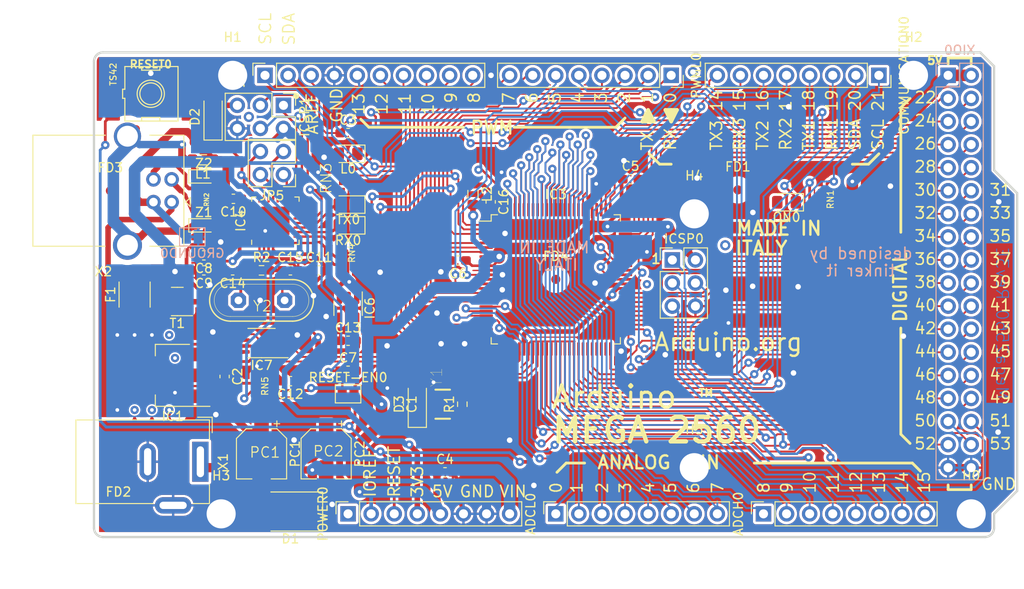
<source format=kicad_pcb>
(kicad_pcb (version 20211014) (generator pcbnew)
  (layers (0 "F.Cu" signal) (31 "B.Cu" signal) (34 "B.Paste" user) (35 "F.Paste" user) (36 "B.SilkS" user "B.Silkscreen") (37 "F.SilkS" user "F.Silkscreen") (38 "B.Mask" user) (39 "F.Mask" user) (44 "Edge.Cuts" user))
  (net 0 "")
  (net 1 "+5V")
  (net 2 "GND")
  (net 3 "RESET")
  (net 4 "/MEGA2560_Rev3e_1/ADC8")
  (net 5 "/MEGA2560_Rev3e_1/ADC9")
  (net 6 "/MEGA2560_Rev3e_1/ADC10")
  (net 7 "/MEGA2560_Rev3e_1/ADC11")
  (net 8 "+3V3")
  (net 9 "PE1")
  (net 10 "PE0")
  (net 11 "/MEGA2560_Rev3e_1/ADC12")
  (net 12 "/MEGA2560_Rev3e_1/ADC13")
  (net 13 "/MEGA2560_Rev3e_1/ADC14")
  (net 14 "USBVCC")
  (net 15 "/MEGA2560_Rev3e_1/ADC15")
  (net 16 "/MEGA2560_Rev3e_1/ADC0")
  (net 17 "/MEGA2560_Rev3e_1/ADC1")
  (net 18 "/MEGA2560_Rev3e_1/ADC2")
  (net 19 "/MEGA2560_Rev3e_1/ADC3")
  (net 20 "/MEGA2560_Rev3e_1/ADC4")
  (net 21 "/MEGA2560_Rev3e_1/ADC5")
  (net 22 "/MEGA2560_Rev3e_1/ADC6")
  (net 23 "/MEGA2560_Rev3e_1/ADC7")
  (net 24 "/MEGA2560_Rev3e_1/VIN")
  (net 25 "/MEGA2560_Rev3e_1/AREF")
  (net 26 "/MEGA2560_Rev3e_2/DTR")
  (net 27 "/MEGA2560_Rev3e_2/UGND")
  (net 28 "/MEGA2560_Rev3e_2/VUCAP")
  (net 29 "/MEGA2560_Rev3e_1/CMP")
  (net 30 "/MEGA2560_Rev3e_2/XT1")
  (net 31 "/MEGA2560_Rev3e_2/XT2")
  (net 32 "5-GND")
  (net 33 "/MEGA2560_Rev3e_1/AVCC")
  (net 34 "/MEGA2560_Rev3e_1/SCL")
  (net 35 "/MEGA2560_Rev3e_1/SDA")
  (net 36 "/MEGA2560_Rev3e_1/RXD1")
  (net 37 "/MEGA2560_Rev3e_1/TXD1")
  (net 38 "/MEGA2560_Rev3e_1/RXD2")
  (net 39 "/MEGA2560_Rev3e_1/TXD2")
  (net 40 "/MEGA2560_Rev3e_1/RXD3")
  (net 41 "/MEGA2560_Rev3e_1/TXD3")
  (net 42 "/MEGA2560_Rev3e_1/PWRIN")
  (net 43 "/MEGA2560_Rev3e_2/RESET2")
  (net 44 "/MEGA2560_Rev3e_2/XVCC")
  (net 46 "/MEGA2560_Rev3e_1/PA0")
  (net 47 "/MEGA2560_Rev3e_1/PA1")
  (net 48 "/MEGA2560_Rev3e_1/PA2")
  (net 49 "/MEGA2560_Rev3e_1/PA3")
  (net 50 "/MEGA2560_Rev3e_1/PA4")
  (net 51 "/MEGA2560_Rev3e_1/PA5")
  (net 52 "/MEGA2560_Rev3e_1/PA6")
  (net 53 "/MEGA2560_Rev3e_1/PA7")
  (net 54 "/MEGA2560_Rev3e_1/PG2")
  (net 60 "/MEGA2560_Rev3e_1/PC7")
  (net 61 "/MEGA2560_Rev3e_1/PC6")
  (net 62 "/MEGA2560_Rev3e_1/PC5")
  (net 63 "/MEGA2560_Rev3e_1/PC4")
  (net 64 "/MEGA2560_Rev3e_1/PC3")
  (net 65 "/MEGA2560_Rev3e_1/PC2")
  (net 66 "/MEGA2560_Rev3e_1/PC1")
  (net 67 "/MEGA2560_Rev3e_1/PC0")
  (net 68 "/MEGA2560_Rev3e_1/PG1")
  (net 69 "/MEGA2560_Rev3e_1/PG0")
  (net 70 "/MEGA2560_Rev3e_1/PD7")
  (net 74 "/MEGA2560_Rev3e_1/PL7")
  (net 75 "/MEGA2560_Rev3e_1/PL6")
  (net 76 "/MEGA2560_Rev3e_1/PL5")
  (net 77 "/MEGA2560_Rev3e_1/PL4")
  (net 78 "/MEGA2560_Rev3e_1/PL3")
  (net 79 "/MEGA2560_Rev3e_1/PL2")
  (net 80 "/MEGA2560_Rev3e_1/PL1")
  (net 81 "/MEGA2560_Rev3e_1/PL0")
  (net 82 "/MEGA2560_Rev3e_1/XTAL1")
  (net 83 "/MEGA2560_Rev3e_1/XTAL2")
  (net 87 "/MEGA2560_Rev3e_1/PB7")
  (net 88 "/MEGA2560_Rev3e_1/PB6")
  (net 89 "/MEGA2560_Rev3e_1/PB5")
  (net 90 "/MEGA2560_Rev3e_1/PB4")
  (net 91 "/MEGA2560_Rev3e_1/PB3")
  (net 92 "/MEGA2560_Rev3e_1/PB2")
  (net 93 "/MEGA2560_Rev3e_1/PB1")
  (net 94 "/MEGA2560_Rev3e_1/PB0")
  (net 95 "/MEGA2560_Rev3e_1/PH6")
  (net 96 "/MEGA2560_Rev3e_1/PH5")
  (net 97 "/MEGA2560_Rev3e_1/PH4")
  (net 98 "/MEGA2560_Rev3e_1/PH3")
  (net 102 "/MEGA2560_Rev3e_1/PE5")
  (net 103 "/MEGA2560_Rev3e_1/PE4")
  (net 104 "/MEGA2560_Rev3e_1/PE3")
  (net 106 "/MEGA2560_Rev3e_1/PG5")
  (net 107 "/MEGA2560_Rev3e_2/RD-")
  (net 108 "/MEGA2560_Rev3e_2/RD+")
  (net 113 "/MEGA2560_Rev3e_2/8PB7")
  (net 114 "/MEGA2560_Rev3e_2/8PB6")
  (net 115 "/MEGA2560_Rev3e_2/8PB5")
  (net 116 "/MEGA2560_Rev3e_2/8PB4")
  (net 117 "/MEGA2560_Rev3e_2/MISO2")
  (net 118 "/MEGA2560_Rev3e_2/MOSI2")
  (net 119 "/MEGA2560_Rev3e_2/SCK2")
  (net 122 "/MEGA2560_Rev3e_2/TXL")
  (net 123 "/MEGA2560_Rev3e_2/RXL")
  (net 124 "/MEGA2560_Rev3e_2/M8RXD")
  (net 125 "/MEGA2560_Rev3e_2/M8TXD")
  (net 130 "/MEGA2560_Rev3e_1/GATE_CMD")
  (net 131 "/MEGA2560_Rev3e_1/L13")
  (net 132 "Net-(L0-PadA)")
  (net 133 "/MEGA2560_Rev3e_2/USHIELD")
  (net 134 "Net-(ON0-PadA)")
  (net 140 "/MEGA2560_Rev3e_2/D-")
  (net 143 "/MEGA2560_Rev3e_2/D+")
  (net 148 "Net-(RN4-Pad4)")
  (net 149 "Net-(RN4-Pad3)")
  (footprint "Package_TO_SOT_SMD:SOT-223" (layer "F.Cu") (at 106.3627 113.8808 180)
    (fp_text reference "IC1")
    (fp_text value "1870_LD1117S50CTR")
  )
  (footprint "Capacitor_SMD:C_0603_1608Metric_Pad1.08x0.95mm_HandSolder" (layer "F.Cu") (at 119.3167 102.3238)
    (fp_text reference "C15")
    (fp_text value "22p")
  )
  (footprint "Capacitor_SMD:C_0603_1608Metric_Pad1.08x0.95mm_HandSolder" (layer "F.Cu") (at 125.6667 110.0708)
    (fp_text reference "C13")
    (fp_text value "1uF")
  )
  (footprint "Inductor_SMD:L_0805_2012Metric_Pad1.05x1.20mm_HandSolder" (layer "F.Cu") (at 109.6901 90.1572 180)
    (fp_text reference "L1")
    (fp_text value "MH2029-300Y")
  )
  (footprint "MEGA2560_Rev3e:CAY16" (layer "F.Cu") (at 178.3717 94.8308 -90)
    (fp_text reference "RN1")
    (fp_text value "10k")
  )
  (footprint "Fiducial:Fiducial_1mm_Mask3mm" (layer "F.Cu") (at 168.5673 93.4686)
    (fp_text reference "FD1")
    (fp_text value "FIDUCIALMOUNT")
  )
  (footprint "Package_DFN_QFN:VQFN-32-1EP_5x5mm_P0.5mm_EP3.1x3.1mm" (layer "F.Cu") (at 117.6657 96.8628 90)
    (fp_text reference "IC4")
    (fp_text value "ATMEGA16U2-MU")
  )
  (footprint "Diode_SMD:D_0603_1608Metric_Pad1.05x0.95mm_HandSolder" (layer "F.Cu") (at 109.7917 91.986)
    (fp_text reference "Z2")
    (fp_text value "BRNCG0603MLC-05E")
  )
  (footprint "Package_TO_SOT_SMD:SOT-23" (layer "F.Cu") (at 106.8707 105.7528 180)
    (property "Value" "")
    (fp_text reference "T1")
    (fp_text value "PMV48XP")
  )
  (footprint "MEGA2560_Rev3e:TS42" (layer "F.Cu") (at 103.9497 82.8918)
    (fp_text reference "RESET0")
    (fp_text value "TS42")
  )
  (footprint "Diode_SMD:D_MiniMELF" (layer "F.Cu") (at 133.2867 117.0558 90)
    (fp_text reference "D3")
    (fp_text value "CD1206-S01575")
  )
  (footprint "Capacitor_SMD:C_0603_1608Metric_Pad1.08x0.95mm_HandSolder" (layer "F.Cu") (at 119.3167 114.5158 180)
    (fp_text reference "C12")
    (fp_text value "100nF")
  )
  (footprint "LED_SMD:LED_0805_2012Metric_Pad1.15x1.40mm_HandSolder" (layer "F.Cu") (at 173.9267 94.8308 180)
    (fp_text reference "ON0")
    (fp_text value "Green")
  )
  (footprint "Fiducial:Fiducial_1mm_Mask3mm" (layer "F.Cu") (at 99.5047 93.5608)
    (fp_text reference "FD3")
    (fp_text value "FIDUCIALMOUNT")
  )
  (footprint "Connector_PinHeader_2.54mm:PinHeader_2x02_P2.54mm_Vertical" (layer "F.Cu") (at 118.5547 91.7828 180)
    (fp_text reference "JP5")
    (fp_text value "2x2M - NM")
  )
  (footprint "Connector_PinSocket_2.54mm:PinSocket_1x08_P2.54mm_Vertical" (layer "F.Cu") (at 161.2267 80.8608 -90)
    (fp_text reference "PWML0")
    (fp_text value "FH254-108DF08500V")
  )
  (footprint "Connector_PinSocket_2.54mm:PinSocket_1x08_P2.54mm_Vertical" (layer "F.Cu") (at 148.5267 129.1208 90)
    (fp_text reference "ADCL0")
    (fp_text value "FH254-108DF08500V")
  )
  (footprint "MEGA2560_Rev3e:QS" (layer "F.Cu") (at 116.1417 105.6258 180)
    (fp_text reference "Y2")
    (fp_text value "16MHz")
  )
  (footprint "Connector_PinSocket_2.54mm:PinSocket_1x10_P2.54mm_Vertical" (layer "F.Cu") (at 116.5227 80.8608 90)
    (fp_text reference "JP6")
    (fp_text value "FH254-110DF08500V")
  )
  (footprint "Capacitor_SMD:C_0603_1608Metric_Pad1.08x0.95mm_HandSolder" (layer "F.Cu") (at 125.6667 113.3728)
    (fp_text reference "C7")
    (fp_text value "100nF")
  )
  (footprint "Capacitor_SMD:C_0603_1608Metric_Pad1.08x0.95mm_HandSolder" (layer "F.Cu") (at 112.9667 102.3238 180)
    (fp_text reference "C14")
    (fp_text value "22p")
  )
  (footprint "MEGA2560_Rev3e:CAY16" (layer "F.Cu") (at 116.1417 115.1508 90)
    (fp_text reference "RN5")
    (fp_text value "10k")
  )
  (footprint "MEGA2560_Rev3e:CAY16" (layer "F.Cu") (at 109.7917 94.5768 90)
    (fp_text reference "RN2")
    (fp_text value "22R")
  )
  (footprint "Connector_BarrelJack:BarrelJack_Wuerth_6941xx301002" (layer "F.Cu") (at 109.41 123.39 -90)
    (fp_text reference "X1")
    (fp_text value "POWERSUPPLY_DC21MMX")
  )
  (footprint "MountingHole:MountingHole_3.2mm_M3" (layer "F.Cu") (at 163.7667 124.0408)
    (fp_text reference "H5")
    (fp_text value "MountingHole")
  )
  (footprint "MountingHole:MountingHole_3.2mm_M3" (layer "F.Cu") (at 163.7667 96.1008)
    (fp_text reference "H4")
    (fp_text value "MountingHole")
  )
  (footprint "Resistor_SMD:R_0603_1608Metric_Pad0.98x0.95mm_HandSolder" (layer "F.Cu") (at 138.2397 117.0558 90)
    (fp_text reference "R1")
    (fp_text value "1M")
  )
  (footprint "Capacitor_SMD:C_0603_1608Metric_Pad1.08x0.95mm_HandSolder" (layer "F.Cu") (at 109.7917 102.3238 180)
    (fp_text reference "C9")
    (fp_text value "100nF")
  )
  (footprint "MountingHole:MountingHole_3.2mm_M3" (layer "F.Cu") (at 112.9667 80.8608)
    (fp_text reference "H1")
    (fp_text value "MountingHole")
  )
  (footprint "Capacitor_SMD:C_0603_1608Metric_Pad1.08x0.95mm_HandSolder" (layer "F.Cu") (at 109.7917 100.6728 180)
    (fp_text reference "C8")
    (fp_text value "100nF")
  )
  (footprint "Capacitor_SMD:C_0603_1608Metric_Pad1.08x0.95mm_HandSolder" (layer "F.Cu") (at 141.3619 94.7906 -90)
    (fp_text reference "C16")
    (fp_text value "100nF")
  )
  (footprint "Jumper:SolderJumper-2_P1.3mm_Open_Pad1.0x1.5mm" (layer "F.Cu") (at 125.6667 115.9128)
    (fp_text reference "RESET-EN0")
    (fp_text value "SJ")
  )
  (footprint "Diode_SMD:D_SMB" (layer "F.Cu") (at 119.3167 128.8668 180)
    (fp_text reference "D1")
    (fp_text value "M7")
  )
  (footprint "Connector_PinHeader_2.54mm:PinHeader_2x03_P2.54mm_Vertical" (layer "F.Cu") (at 161.3537 101.1808)
    (fp_text reference "ICSP0")
    (fp_text value "ICSP")
  )
  (footprint "Inductor_SMD:L_1812_4532Metric_Pad1.30x3.40mm_HandSolder" (layer "F.Cu") (at 102.1717 104.9908 90)
    (fp_text reference "F1")
    (fp_text value "MF-MSMF050-2 500mA")
  )
  (footprint "Capacitor_SMD:C_0603_1608Metric_Pad1.08x0.95mm_HandSolder" (layer "F.Cu") (at 112.0777 114.0078 -90)
    (fp_text reference "C2")
    (fp_text value "100nF")
  )
  (footprint "Capacitor_SMD:CP_Elec_5x4.4" (layer "F.Cu") (at 116.1417 122.5168 -90)
    (fp_text reference "PC1")
    (fp_text value "47uF")
  )
  (footprint "Package_QFP:TQFP-100_14x14mm_P0.5mm" (layer "F.Cu") (at 148.5267 103.3144)
    (fp_text reference "IC3")
    (fp_text value "ATMEGA2560-15AU")
  )
  (footprint "Resistor_SMD:R_0603_1608Metric_Pad0.98x0.95mm_HandSolder" (layer "F.Cu") (at 116.1417 102.3238)
    (fp_text reference "R2")
    (fp_text value "1M")
  )
  (footprint "Connector_PinHeader_2.54mm:PinHeader_2x03_P2.54mm_Vertical" (layer "F.Cu") (at 118.5547 84.1628 -90)
    (fp_text reference "ICSP1")
    (fp_text value "ICSP")
  )
  (footprint "MEGA2560_Rev3e:CAY16" (layer "F.Cu") (at 125.6667 92.2908 -90)
    (fp_text reference "RN3")
    (fp_text value "1K")
  )
  (footprint "Connector_PinSocket_2.54mm:PinSocket_1x08_P2.54mm_Vertical" (layer "F.Cu") (at 125.6667 129.1208 90)
    (fp_text reference "POWER0")
    (fp_text value "FH254-108DF08500V")
  )
  (footprint "LED_SMD:LED_0805_2012Metric_Pad1.15x1.40mm_HandSolder" (layer "F.Cu") (at 125.6667 89.4968 180)
    (fp_text reference "L0")
    (fp_text value "Yellow")
  )
  (footprint "MEGA2560_Rev3e:CAY16" (layer "F.Cu") (at 125.6667 100.5458 90)
    (fp_text reference "RN4")
    (fp_text value "1K")
  )
  (footprint "Capacitor_SMD:C_0603_1608Metric_Pad1.08x0.95mm_HandSolder" (layer "F.Cu") (at 125.6667 87.2108)
    (fp_text reference "C3")
    (fp_text value "100nF")
  )
  (footprint "Capacitor_SMD:C_0603_1608Metric_Pad1.08x0.95mm_HandSolder" (layer "F.Cu") (at 137.7717 101.2418 180)
    (fp_text reference "C6")
    (fp_text value "100nF")
  )
  (footprint "Package_SO:MSOP-8_3x3mm_P0.65mm" (layer "F.Cu") (at 116.1417 110.3248 180)
    (fp_text reference "IC7")
    (fp_text value "LMV358IDGKR")
  )
  (footprint "MEGA2560_Rev3e:RESONATOR" (layer "F.Cu") (at 136.0807 117.0558 -90)
    (fp_text reference "Y1")
    (fp_text value "CSTCE16M0V53-R0")
  )
  (footprint "Capacitor_SMD:C_0603_1608Metric_Pad1.08x0.95mm_HandSolder" (layer "F.Cu") (at 156.7563 92.2908)
    (fp_text reference "C5")
    (fp_text value "100nF")
  )
  (footprint "LED_SMD:LED_0805_2012Metric_Pad1.15x1.40mm_HandSolder" (layer "F.Cu") (at 125.6667 97.3708 180)
    (fp_text reference "RX0")
    (fp_text value "Yellow")
  )
  (footprint "Package_TO_SOT_SMD:TSOT-23-5" (layer "F.Cu") (at 125.6667 106.4894 -90)
    (fp_text reference "IC6")
    (fp_text value "LP2985-33DBVR")
  )
  (footprint "Capacitor_SMD:C_0603_1608Metric_Pad1.08x0.95mm_HandSolder" (layer "F.Cu") (at 122.4917 102.3238)
    (fp_text reference "C11")
    (fp_text value "100nF")
  )
  (footprint "MountingHole:MountingHole_3.2mm_M3" (layer "F.Cu") (at 111.6967 129.1208)
    (fp_text reference "H3")
    (fp_text value "MountingHole")
  )
  (footprint "LED_SMD:LED_0805_2012Metric_Pad1.15x1.40mm_HandSolder" (layer "F.Cu") (at 125.6667 95.0848 180)
    (fp_text reference "TX0")
    (fp_text value "Yellow")
  )
  (footprint "Diode_SMD:D_0603_1608Metric_Pad1.05x0.95mm_HandSolder" (layer "F.Cu") (at 109.7917 97.3708)
    (fp_text reference "Z1")
    (fp_text value "BRNCG0603MLC-05E")
  )
  (footprint "Diode_SMD:D_MiniMELF" (layer "F.Cu") (at 110.8077 85.4328 90)
    (fp_text reference "D2")
    (fp_text value "CD1206-S01575")
  )
  (footprint "Fiducial:Fiducial_1mm_Mask3mm" (layer "F.Cu") (at 100.3937 129.2478)
    (fp_text reference "FD2")
    (fp_text value "FIDUCIALMOUNT")
  )
  (footprint "Capacitor_SMD:C_0603_1608Metric_Pad1.08x0.95mm_HandSolder" (layer "F.Cu") (at 113.0429 94.4498 180)
    (fp_text reference "C10")
    (fp_text value "1uF")
  )
  (footprint "Capacitor_SMD:C_0603_1608Metric_Pad1.08x0.95mm_HandSolder" (layer "F.Cu") (at 136.3347 124.5488)
    (fp_text reference "C4")
    (fp_text value "100nF")
  )
  (footprint "Capacitor_SMD:CP_Elec_5x4.4" (layer "F.Cu") (at 123.2537 122.5168 -90)
    (fp_text reference "PC2")
    (fp_text value "47uF")
  )
  (footprint "Connector_USB:USB_B_Lumberg_2411_02_Horizontal" (layer "F.Cu") (at 106.2467 94.8108 180)
    (fp_text reference "X2")
    (fp_text value "0056_USB-B-S-RA-WT-SPCC")
  )
  (footprint "Fiducial:Fiducial_1mm_Mask3mm" (layer "F.Cu") (at 148.5267 103.3144)
    (fp_text reference "FD4")
    (fp_text value "FIDUCIALMOUNT")
  )
  (footprint "Inductor_SMD:L_0805_2012Metric_Pad1.05x1.20mm_HandSolder" (layer "F.Cu") (at 139.4131 93.9312 -90)
    (fp_text reference "L2")
    (fp_text value "10uH")
  )
  (footprint "Connector_PinSocket_2.54mm:PinSocket_1x08_P2.54mm_Vertical" (layer "F.Cu") (at 184.0867 80.8608 -90)
    (fp_text reference "COMMUNICATION0")
    (fp_text value "FH254-108DF08500V")
  )
  (footprint "Connector_PinSocket_2.54mm:PinSocket_1x08_P2.54mm_Vertical" (layer "F.Cu") (at 171.3867 129.1208 90)
    (fp_text reference "ADCH0")
    (fp_text value "FH254-108DF08500V")
  )
  (footprint "MountingHole:MountingHole_3.2mm_M3" (layer "F.Cu") (at 187.8967 80.8608)
    (fp_text reference "H2")
    (fp_text value "MountingHole")
  )
  (footprint "Capacitor_SMD:C_0603_1608Metric_Pad1.08x0.95mm_HandSolder" (layer "F.Cu") (at 131.2547 117.0558 -90)
    (fp_text reference "C1")
    (fp_text value "22p")
  )
  (footprint "MountingHole:MountingHole_3.2mm_M3" (layer "F.Cu") (at 194.2467 129.1208)
    (fp_text reference "H0")
    (fp_text value "MountingHole")
  )
  (footprint "Connector_PinSocket_2.54mm:PinSocket_2x18_P2.54mm_Vertical" (layer "B.Cu") (at 191.7067 80.8608 180)
    (fp_text reference "XIO0")
    (fp_text value "18x2F-H8.5")
  )
  (footprint "Jumper:SolderJumper-2_P1.3mm_Open_Pad1.0x1.5mm" (layer "B.Cu") (at 108.5217 98.6408)
    (fp_text reference "GROUND0")
    (fp_text value "SJ")
  )
  (gr_line (start 181.1657 90.6398) (end 182.9437 90.6398) (layer "F.SilkS") (width 0.3048))
  (gr_line (start 158.6867 85.9408) (end 159.3217 85.9408) (layer "F.SilkS") (width 0.4064))
  (gr_line (start 161.2267 85.9408) (end 160.5917 84.6708) (layer "F.SilkS") (width 0.4064))
  (gr_line (start 160.5917 84.6708) (end 161.2267 84.6708) (layer "F.SilkS") (width 0.4064))
  (gr_line (start 158.0517 85.9408) (end 158.6867 85.3058) (layer "F.SilkS") (width 0.4064))
  (gr_line (start 191.7067 78.9558) (end 194.2467 78.9558) (layer "F.SilkS") (width 0.3048))
  (gr_line (start 186.4997 84.4168) (end 187.5157 83.4008) (layer "F.SilkS") (width 0.3048))
  (gr_line (start 151.7017 123.5328) (end 149.6697 123.5328) (layer "F.SilkS") (width 0.3048))
  (gr_line (start 186.4997 120.3578) (end 187.5157 121.3738) (layer "F.SilkS") (width 0.3048))
  (gr_line (start 160.5917 84.6708) (end 161.2267 85.3058) (layer "F.SilkS") (width 0.4064))
  (gr_line (start 161.8617 84.6708) (end 161.2267 84.6708) (layer "F.SilkS") (width 0.4064))
  (gr_line (start 182.9437 90.6398) (end 184.0867 89.4968) (layer "F.SilkS") (width 0.3048))
  (gr_line (start 191.7067 79.5908) (end 191.7067 78.9558) (layer "F.SilkS") (width 0.3048))
  (gr_line (start 191.7067 125.9458) (end 191.7067 126.4538) (layer "F.SilkS") (width 0.3048))
  (gr_line (start 158.6867 84.6708) (end 159.3217 85.9408) (layer "F.SilkS") (width 0.4064))
  (gr_line (start 155.1307 86.5758) (end 156.1467 85.5598) (layer "F.SilkS") (width 0.3048))
  (gr_line (start 159.9567 90.6398) (end 161.2267 90.6398) (layer "F.SilkS") (width 0.3048))
  (gr_line (start 158.8137 89.4968) (end 159.9567 90.6398) (layer "F.SilkS") (width 0.3048))
  (gr_line (start 158.6867 85.9408) (end 158.0517 85.9408) (layer "F.SilkS") (width 0.4064))
  (gr_line (start 149.6697 123.5328) (end 148.6537 124.5488) (layer "F.SilkS") (width 0.3048))
  (gr_line (start 161.8617 84.6708) (end 161.2267 85.9408) (layer "F.SilkS") (width 0.4064))
  (gr_line (start 161.2267 84.6708) (end 161.2267 85.3058) (layer "F.SilkS") (width 0.4064))
  (gr_circle (center 119.9517 83.1468) (end 120.1313 83.1468) (layer "F.SilkS") (width 0.3048) (fill none))
  (gr_line (start 161.2267 85.3058) (end 161.8617 84.6708) (layer "F.SilkS") (width 0.4064))
  (gr_line (start 194.2467 126.4538) (end 194.2467 125.9458) (layer "F.SilkS") (width 0.3048))
  (gr_line (start 194.2467 78.9558) (end 194.2467 79.5908) (layer "F.SilkS") (width 0.3048))
  (gr_line (start 187.7697 123.5328) (end 188.6587 124.4218) (layer "F.SilkS") (width 0.3048))
  (gr_line (start 158.6867 85.3058) (end 158.6867 85.9408) (layer "F.SilkS") (width 0.4064))
  (gr_line (start 159.3217 85.9408) (end 158.6867 85.3058) (layer "F.SilkS") (width 0.4064))
  (gr_line (start 191.7067 126.4538) (end 194.2467 126.4538) (layer "F.SilkS") (width 0.3048))
  (gr_line (start 127.9527 86.5758) (end 127.0637 85.6868) (layer "F.SilkS") (width 0.3048))
  (gr_line (start 186.4997 108.6738) (end 186.4997 120.3578) (layer "F.SilkS") (width 0.3048))
  (gr_line (start 138.3667 86.5758) (end 127.9527 86.5758) (layer "F.SilkS") (width 0.3048))
  (gr_line (start 158.0517 85.9408) (end 158.6867 84.6708) (layer "F.SilkS") (width 0.4064))
  (gr_line (start 186.4997 98.1328) (end 186.4997 84.4168) (layer "F.SilkS") (width 0.3048))
  (gr_line (start 143.9547 86.5758) (end 155.1307 86.5758) (layer "F.SilkS") (width 0.3048))
  (gr_line (start 170.3707 123.5328) (end 187.7697 123.5328) (layer "F.SilkS") (width 0.3048))
  (gr_line (start 196.7611 129.1336) (end 196.7611 130.6736) (layer "Edge.Cuts") (width 0.254))
  (gr_line (start 98.7011 78.3336) (end 195.2371 78.3336) (layer "Edge.Cuts") (width 0.254))
  (gr_line (start 196.7611 91.2876) (end 199.3011 93.8276) (layer "Edge.Cuts") (width 0.254))
  (gr_line (start 199.3011 126.5936) (end 196.7611 129.1336) (layer "Edge.Cuts") (width 0.254))
  (gr_line (start 97.7011 130.6736) (end 97.7011 79.3336) (layer "Edge.Cuts") (width 0.254))
  (gr_line (start 195.7611 131.6736) (end 98.7011 131.6736) (layer "Edge.Cuts") (width 0.254))
  (gr_line (start 195.2371 78.3336) (end 196.7611 79.8576) (layer "Edge.Cuts") (width 0.254))
  (gr_arc (start 98.7011 131.6736) (mid 97.993993 131.380707) (end 97.7011 130.6736) (layer "Edge.Cuts") (width 0.254))
  (gr_line (start 196.7611 79.8576) (end 196.7611 91.2876) (layer "Edge.Cuts") (width 0.254))
  (gr_line (start 199.3011 93.8276) (end 199.3011 126.5936) (layer "Edge.Cuts") (width 0.254))
  (gr_arc (start 97.7011 79.3336) (mid 97.993993 78.626493) (end 98.7011 78.3336) (layer "Edge.Cuts") (width 0.254))
  (gr_arc (start 196.7611 130.6736) (mid 196.468207 131.380707) (end 195.7611 131.6736) (layer "Edge.Cuts") (width 0.254))
  (gr_text "Mega2560 Rev3E" (at 198.4123 99.6568 -90) (layer "B.Cu") (effects (font (size 1.308608 1.308608) (thickness 0.113792)) (justify right top mirror)))
  (gr_text "designed by" (at 187.8967 101.1808) (layer "B.SilkS") (effects (font (size 1.251712 1.251712) (thickness 0.170688)) (justify left bottom mirror)))
  (gr_text "ITALY" (at 151.0667 102.4508) (layer "B.SilkS") (effects (font (size 1.251712 1.251712) (thickness 0.170688)) (justify left bottom mirror)))
  (gr_text "MADE IN" (at 152.3367 100.5458) (layer "B.SilkS") (effects (font (size 1.251712 1.251712) (thickness 0.170688)) (justify left bottom mirror)))
  (gr_text "tinker it" (at 185.9917 103.0858) (layer "B.SilkS") (effects (font (size 1.251712 1.251712) (thickness 0.170688)) (justify left bottom mirror)))
  (gr_text "22" (at 187.8967 84.0358) (layer "F.SilkS") (effects (font (size 1.251712 1.251712) (thickness 0.170688)) (justify left bottom)))
  (gr_text "37" (at 196.1517 101.8158) (layer "F.SilkS") (effects (font (size 1.251712 1.251712) (thickness 0.170688)) (justify left bottom)))
  (gr_text "13" (at 127.5717 85.3058 90) (layer "F.SilkS") (effects (font (size 1.251712 1.251712) (thickness 0.170688)) (justify left bottom)))
  (gr_text "19" (at 179.6417 84.9248 90) (layer "F.SilkS") (effects (font (size 1.251712 1.251712) (thickness 0.170688)) (justify left bottom)))
  (gr_text "10" (at 135.1917 85.3058 90) (layer "F.SilkS") (effects (font (size 1.251712 1.251712) (thickness 0.170688)) (justify left bottom)))
  (gr_text "2" (at 156.7817 84.0358 90) (layer "F.SilkS") (effects (font (size 1.251712 1.251712) (thickness 0.170688)) (justify left bottom)))
  (gr_text "8" (at 140.2717 84.0358 90) (layer "F.SilkS") (effects (font (size 1.251712 1.251712) (thickness 0.170688)) (justify left bottom)))
  (gr_text "Arduino.org" (at 159.1947 111.3408) (layer "F.SilkS") (effects (font (size 1.922272 1.922272) (thickness 0.262128)) (justify left bottom)))
  (gr_text "48" (at 187.8967 117.0558) (layer "F.SilkS") (effects (font (size 1.251712 1.251712) (thickness 0.170688)) (justify left bottom)))
  (gr_text "3V3" (at 134.0189 127.4068 90) (layer "F.SilkS") (effects (font (size 1.251712 1.251712) (thickness 0.170688)) (justify left bottom)))
  (gr_text "3" (at 154.2417 84.0358 90) (layer "F.SilkS") (effects (font (size 1.251712 1.251712) (thickness 0.170688)) (justify left bottom)))
  (gr_text "7" (at 144.0817 84.0358 90) (layer "F.SilkS") (effects (font (size 1.251712 1.251712) (thickness 0.170688)) (justify left bottom)))
  (gr_text "10" (at 177.2287 126.9618 90) (layer "F.SilkS") (effects (font (size 1.28016 1.28016) (thickness 0.14224)) (justify left bottom)))
  (gr_text "46" (at 187.8967 114.5158) (layer "F.SilkS") (effects (font (size 1.251712 1.251712) (thickness 0.170688)) (justify left bottom)))
  (gr_text "13" (at 184.8487 126.9618 90) (layer "F.SilkS") (effects (font (size 1.251712 1.251712) (thickness 0.170688)) (justify left bottom)))
  (gr_text "41" (at 196.1517 106.8958) (layer "F.SilkS") (effects (font (size 1.251712 1.251712) (thickness 0.170688)) (justify left bottom)))
  (gr_text "GND" (at 195.2627 126.5808) (layer "F.SilkS") (effects (font (size 1.251712 1.251712) (thickness 0.170688)) (justify left bottom)))
  (gr_text "43" (at 196.1517 109.4358) (layer "F.SilkS") (effects (font (size 1.251712 1.251712) (thickness 0.170688)) (justify left bottom)))
  (gr_text "1" (at 151.5747 126.9618 90) (layer "F.SilkS") (effects (font (size 1.251712 1.251712) (thickness 0.170688)) (justify left bottom)))
  (gr_text "6" (at 164.4017 126.9618 90) (layer "F.SilkS") (effects (font (size 1.251712 1.251712) (thickness 0.170688)) (justify left bottom)))
  (gr_text "15" (at 169.4817 84.9248 90) (layer "F.SilkS") (effects (font (size 1.251712 1.251712) (thickness 0.170688)) (justify left bottom)))
  (gr_text "34" (at 187.8967 99.2758) (layer "F.SilkS") (effects (font (size 1.251712 1.251712) (thickness 0.170688)) (justify left bottom)))
  (gr_text "MADE IN" (at 168.2371 98.59) (layer "F.SilkS") (effects (font (size 1.5113 1.5113) (thickness 0.2667)) (justify left bottom)))
  (gr_text "40" (at 187.8967 106.8958) (layer "F.SilkS") (effects (font (size 1.251712 1.251712) (thickness 0.170688)) (justify left bottom)))
  (gr_text "14" (at 187.3887 126.9618 90) (layer "F.SilkS") (effects (font (size 1.251712 1.251712) (thickness 0.170688)) (justify left bottom)))
  (gr_text "11" (at 132.6517 85.3058 90) (layer "F.SilkS") (effects (font (size 1.251712 1.251712) (thickness 0.170688)) (justify left bottom)))
  (gr_text "42" (at 187.8967 109.4358) (layer "F.SilkS") (effects (font (size 1.251712 1.251712) (thickness 0.170688)) (justify left bottom)))
  (gr_text "52" (at 187.8967 122.1358) (layer "F.SilkS") (effects (font (size 1.251712 1.251712) (thickness 0.170688)) (justify left bottom)))
  (gr_text "SCL" (at 117.3057 77.5974 90) (layer "F.SilkS") (effects (font (size 1.28016 1.28016) (thickness 0.14224)) (justify left bottom)))
  (gr_text "11" (at 179.7687 126.9618 90) (layer "F.SilkS") (effects (font (size 1.251712 1.251712) (thickness 0.170688)) (justify left bottom)))
  (gr_text "51" (at 196.1517 119.5958) (layer "F.SilkS") (effects (font (size 1.251712 1.251712) (thickness 0.170688)) (justify left bottom)))
  (gr_text "TM" (at 164.1477 116.2938) (layer "F.SilkS") (effects (font (size 0.8128 0.8128) (thickness 0.2032)) (justify left bottom)))
  (gr_text "5V" (at 134.7975 127.3892) (layer "F.SilkS") (effects (font (size 1.251712 1.251712) (thickness 0.170688)) (justify left bottom)))
  (gr_text "20" (at 182.1817 84.9248 90) (layer "F.SilkS") (effects (font (size 1.251712 1.251712) (thickness 0.170688)) (justify left bottom)))
  (gr_text "3" (at 156.9087 126.9618 90) (layer "F.SilkS") (effects (font (size 1.251712 1.251712) (thickness 0.170688)) (justify left bottom)))
  (gr_text "17" (at 174.5617 84.9248 90) (layer "F.SilkS") (effects (font (size 1.251712 1.251712) (thickness 0.170688)) (justify left bottom)))
  (gr_text "GND" (at 125.1397 86.1826 90) (layer "F.SilkS") (effects (font (size 1.251712 1.251712) (thickness 0.170688)) (justify left bottom)))
  (gr_text "33" (at 196.1517 96.7358) (layer "F.SilkS") (effects (font (size 1.251712 1.251712) (thickness 0.170688)) (justify left bottom)))
  (gr_text "31" (at 196.1517 94.1958) (layer "F.SilkS") (effects (font (size 1.251712 1.251712) (thickness 0.170688)) (justify left bottom)))
  (gr_text "TX1" (at 177.1017 89.2428 90) (layer "F.SilkS") (effects (font (size 1.251712 1.251712) (thickness 0.170688)) (justify left bottom)))
  (gr_text "47" (at 196.1517 114.5158) (layer "F.SilkS") (effects (font (size 1.251712 1.251712) (thickness 0.170688)) (justify left bottom)))
  (gr_text "14" (at 166.9417 84.9248 90) (layer "F.SilkS") (effects (font (size 1.251712 1.251712) (thickness 0.170688)) (justify left bottom)))
  (gr_text "SCL" (at 184.7217 89.2428 90) (layer "F.SilkS") (effects (font (size 1.251712 1.251712) (thickness 0.170688)) (justify left bottom)))
  (gr_text "RX" (at 161.8617 89.2428 90) (layer "F.SilkS") (effects (font (size 1.251712 1.251712) (thickness 0.170688)) (justify left bottom)))
  (gr_text "39" (at 196.1517 104.3558) (layer "F.SilkS") (effects (font (size 1.251712 1.251712) (thickness 0.170688)) (justify left bottom)))
  (gr_text "SDA" (at 182.1817 89.2428 90) (layer "F.SilkS") (effects (font (size 1.251712 1.251712) (thickness 0.170688)) (justify left bottom)))
  (gr_text "TX" (at 159.3217 89.2428 90) (layer "F.SilkS") (effects (font (size 1.251712 1.251712) (thickness 0.170688)) (justify left bottom)))
  (gr_text "1" (at 159.3217 84.0358 90) (layer "F.SilkS") (effects (font (size 1.251712 1.251712) (thickness 0.170688)) (justify left bottom)))
  (gr_text "RESET" (at 131.4789 127.4068 90) (layer "F.SilkS") (effects (font (size 1.251712 1.251712) (thickness 0.170688)) (justify left bottom)))
  (gr_text "45" (at 196.1517 111.9758) (layer "F.SilkS") (effects (font (size 1.251712 1.251712) (thickness 0.170688)) (justify left bottom)))
  (gr_text "9" (at 174.6887 126.9618 90) (layer "F.SilkS") (effects (font (size 1.251712 1.251712) (thickness 0.170688)) (justify left bottom)))
  (gr_text "16" (at 172.0217 84.9248 90) (layer "F.SilkS") (effects (font (size 1.251712 1.251712) (thickness 0.170688)) (justify left bottom)))
  (gr_text "50" (at 187.8967 119.5958) (layer "F.SilkS") (effects (font (size 1.251712 1.251712) (thickness 0.170688)) (justify left bottom)))
  (gr_text "1" (at 160.2023 100.431) (layer "F.SilkS") (effects (font (size 1.0795 1.0795) (thickness 0.1905)) (justify right top)))
  (gr_text "DIGITAL" (at 187.2617 108.1658 90) (layer "F.SilkS") (effects (font (size 1.42494 1.42494) (thickness 0.25146)) (justify left bottom)))
  (gr_text "18" (at 177.1017 84.9248 90) (layer "F.SilkS") (effects (font (size 1.251712 1.251712) (thickness 0.170688)) (justify left bottom)))
  (gr_text "RX3" (at 169.4817 89.2428 90) (layer "F.SilkS") (effects (font (size 1.251712 1.251712) (thickness 0.170688)) (justify left bottom)))
  (gr_text "0" (at 161.8617 84.0358 90) (layer "F.SilkS") (effects (font (size 1.251712 1.251712) (thickness 0.170688)) (justify left bottom)))
  (gr_text "PWM" (at 139.0017 87.4648) (layer "F.SilkS") (effects (font (size 1.42494 1.42494) (thickness 0.25146)) (justify left bottom)))
  (gr_text "SDA" (at 119.8965 77.6736 90) (layer "F.SilkS") (effects (font (size 1.28016 1.28016) (thickness 0.14224)) (justify left bottom)))
  (gr_text "49" (at 196.1517 117.0558) (layer "F.SilkS") (effects (font (size 1.251712 1.251712) (thickness 0.170688)) (justify left bottom)))
  (gr_text "35" (at 196.1517 99.2758) (layer "F.SilkS") (effects (font (size 1.251712 1.251712) (thickness 0.170688)) (justify left bottom)))
  (gr_text "53" (at 196.1517 122.1358) (layer "F.SilkS") (effects (font (size 1.251712 1.251712) (thickness 0.170688)) (justify left bottom)))
  (gr_text "8" (at 172.1487 126.9618 90) (layer "F.SilkS") (effects (font (size 1.251712 1.251712) (thickness 0.170688)) (justify left bottom)))
  (gr_text "RX2" (at 174.5617 89.2428 90) (layer "F.SilkS") (effects (font (size 1.251712 1.251712) (thickness 0.170688)) (justify left bottom)))
  (gr_text "6" (at 146.6217 84.0358 90) (layer "F.SilkS") (effects (font (size 1.251712 1.251712) (thickness 0.170688)) (justify left bottom)))
  (gr_text "2" (at 154.3687 126.9618 90) (layer "F.SilkS") (effects (font (size 1.251712 1.251712) (thickness 0.170688)) (justify left bottom)))
  (gr_text "TX2" (at 172.0217 89.2428 90) (layer "F.SilkS") (effects (font (size 1.251712 1.251712) (thickness 0.170688)) (justify left bottom)))
  (gr_text "26" (at 187.8967 89.1158) (layer "F.SilkS") (effects (font (size 1.251712 1.251712) (thickness 0.170688)) (justify left bottom)))
  (gr_text "5" (at 161.8617 126.9618 90) (layer "F.SilkS") (effects (font (size 1.251712 1.251712) (thickness 0.170688)) (justify left bottom)))
  (gr_text "30" (at 187.8967 94.1958) (layer "F.SilkS") (effects (font (size 1.251712 1.251712) (thickness 0.170688)) (justify left bottom)))
  (gr_text "0" (at 149.2887 126.9618 90) (layer "F.SilkS") (effects (font (size 1.251712 1.251712) (thickness 0.170688)) (justify left bottom)))
  (gr_text "44" (at 187.8967 111.9758) (layer "F.SilkS") (effects (font (size 1.251712 1.251712) (thickness 0.170688)) (justify left bottom)))
  (gr_text "4" (at 159.4487 126.9618 90) (layer "F.SilkS") (effects (font (size 1.251712 1.251712) (thickness 0.170688)) (justify left bottom)))
  (gr_text "Arduino" (at 147.8917 117.6908) (layer "F.SilkS") (effects (font (size 2.45872 2.45872) (thickness 0.33528)) (justify left bottom)))
  (gr_text "ITALY" (at 168.1355 100.7744) (layer "F.SilkS") (effects (font (size 1.5113 1.5113) (thickness 0.2667)) (justify left bottom)))
  (gr_text "32" (at 187.8967 96.7358) (layer "F.SilkS") (effects (font (size 1.251712 1.251712) (thickness 0.170688)) (justify left bottom)))
  (gr_text "PC1" (at 114.7447 123.0248) (layer "F.SilkS") (effects (font (size 1.143 1.143) (thickness 0.127)) (justify left bottom)))
  (gr_text "36" (at 187.8967 101.8158) (layer "F.SilkS") (effects (font (size 1.251712 1.251712) (thickness 0.170688)) (justify left bottom)))
  (gr_text "15" (at 189.8017 126.9618 90) (layer "F.SilkS") (effects (font (size 1.251712 1.251712) (thickness 0.170688)) (justify left bottom)))
  (gr_text "RX1" (at 179.6417 89.2428 90) (layer "F.SilkS") (effects (font (size 1.251712 1.251712) (thickness 0.170688)) (justify left bottom)))
  (gr_text "28" (at 187.8967 91.6558) (layer "F.SilkS") (effects (font (size 1.251712 1.251712) (thickness 0.170688)) (justify left bottom)))
  (gr_text "12" (at 182.3087 126.9618 90) (layer "F.SilkS") (effects (font (size 1.251712 1.251712) (thickness 0.170688)) (justify left bottom)))
  (gr_text "38" (at 187.8967 104.3558) (layer "F.SilkS") (effects (font (size 1.251712 1.251712) (thickness 0.170688)) (justify left bottom)))
  (gr_text "ANALOG   IN" (at 152.9717 124.2948) (layer "F.SilkS") (effects (font (size 1.42494 1.42494) (thickness 0.25146)) (justify left bottom)))
  (gr_text "IOREF" (at 128.8119 127.4068 90) (layer "F.SilkS") (effects (font (size 1.251712 1.251712) (thickness 0.170688)) (justify left bottom)))
  (gr_text "5" (at 149.1617 84.0358 90) (layer "F.SilkS") (effects (font (size 1.251712 1.251712) (thickness 0.170688)) (justify left bottom)))
  (gr_text "21" (at 184.7217 84.9248 90) (layer "F.SilkS") (effects (font (size 1.251712 1.251712) (thickness 0.170688)) (justify left bottom)))
  (gr_text "4" (at 151.7017 84.0358 90) (layer "F.SilkS") (effects (font (size 1.251712 1.251712) (thickness 0.170688)) (justify left bottom)))
  (gr_text "TX3" (at 166.9417 89.2428 90) (layer "F.SilkS") (effects (font (size 1.251712 1.251712) (thickness 0.170688)) (justify left bottom)))
  (gr_text "12" (at 130.1117 85.3058 90) (layer "F.SilkS") (effects (font (size 1.251712 1.251712) (thickness 0.170688)) (justify left bottom)))
  (gr_text "MEGA 2560" (at 147.8917 121.5008) (layer "F.SilkS") (effects (font (size 2.69875 2.69875) (thickness 0.47625)) (justify left bottom)))
  (gr_text "7" (at 167.0687 126.9618 90) (layer "F.SilkS") (effects (font (size 1.251712 1.251712) (thickness 0.170688)) (justify left bottom)))
  (gr_text "PC2" (at 121.7297 122.8978) (layer "F.SilkS") (effects (font (size 1.143 1.143) (thickness 0.127)) (justify left bottom)))
  (gr_text "24" (at 187.8967 86.5758) (layer "F.SilkS") (effects (font (size 1.251712 1.251712) (thickness 0.170688)) (justify left bottom)))
  (gr_text "AREF" (at 122.4619 87.478 90) (layer "F.SilkS") (effects (font (size 1.251712 1.251712) (thickness 0.170688)) (justify left bottom)))
  (gr_text "5V" (at 191.1987 78.7018) (layer "F.SilkS") (effects (font (size 0.89408 0.89408) (thickness 0.22352)) (justify right top)))
  (gr_text "VIN" (at 142.2143 127.3892) (layer "F.SilkS") (effects (font (size 1.251712 1.251712) (thickness 0.170688)) (justify left bottom)))
  (gr_text "GND" (at 137.8455 127.3892) (layer "F.SilkS") (effects (font (size 1.251712 1.251712) (thickness 0.170688)) (justify left bottom)))
  (gr_text "9" (at 137.7317 84.0358 90) (layer "F.SilkS") (effects (font (size 1.251712 1.251712) (thickness 0.170688)) (justify left bottom)))
  (segment (start 116.1417 116.1668) (end 116.1417 115.6588) (width 0.254) (layer "F.Cu") (net 1))
  (segment (start 139.3213 101.8144) (end 138.6607 101.2418) (width 0.3048) (layer "F.Cu") (net 1))
  (segment (start 118.5547 86.7028) (end 117.2847 87.9728) (width 0.3048) (layer "F.Cu") (net 1))
  (segment (start 123.2537 102.5728) (end 123.3807 102.3238) (width 0.4064) (layer "F.Cu") (net 1))
  (segment (start 129.3497 118.4528) (end 129.6527 118.7558) (width 0.3048) (layer "F.Cu") (net 1))
  (segment (start 124.5117 100.1458) (end 124.4267 100.0608) (width 0.254) (layer "F.Cu") (net 1))
  (segment (start 107.8359 104.813) (end 106.6167 103.7208) (width 0.8128) (layer "F.Cu") (net 1))
  (segment (start 123.2537 120.7388) (end 123.2537 120.1168) (width 1.27) (layer "F.Cu") (net 1))
  (segment (start 181.0387 95.2118) (end 179.8957 95.2118) (width 0.3048) (layer "F.Cu") (net 1))
  (segment (start 129.6527 118.7558) (end 129.3987 118.959) (width 0.3048) (layer "F.Cu") (net 1))
  (segment (start 125.6667 103.0223) (end 125.6667 100.2918) (width 0.254) (layer "F.Cu") (net 1))
  (segment (start 135.4457 127.7238) (end 135.4457 124.5488) (width 0.8128) (layer "F.Cu") (net 1))
  (segment (start 179.8767 94.4308) (end 179.0467 94.4308) (width 0.3048) (layer "F.Cu") (net 1))
  (segment (start 142.1767 101.1808) (end 142.2727 100.9578) (width 0.4064) (layer "F.Cu") (net 1))
  (segment (start 126.0477 123.1518) (end 126.0477 124.6758) (width 1.27) (layer "F.Cu") (net 1))
  (segment (start 155.4261 104.3144) (end 156.5267 104.3144) (width 0.2794) (layer "F.Cu") (net 1))
  (segment (start 125.7937 103.5938) (end 125.6667 103.7208) (width 0.6096) (layer "F.Cu") (net 1))
  (segment (start 155.3847 104.3558) (end 155.4261 104.3144) (width 0.254) (layer "F.Cu") (net 1))
  (segment (start 112.9667 101.3078) (end 111.6967 101.3078) (width 0.3048) (layer "F.Cu") (net 1))
  (segment (start 111.8727 87.1328) (end 110.8077 87.1328) (width 0.3048) (layer "F.Cu") (net 1))
  (segment (start 181.0387 95.2118) (end 181.1657 94.9578) (width 1.27) (layer "F.Cu") (net 1))
  (segment (start 152.7177 97.4978) (end 152.5907 97.3708) (width 0.6096) (layer "F.Cu") (net 1))
  (segment (start 124.7167 104.0358) (end 123.2537 102.5728) (width 0.4064) (layer "F.Cu") (net 1))
  (segment (start 124.4267 100.0608) (end 124.4267 99.4608) (width 0.254) (layer "F.Cu") (net 1))
  (segment (start 125.6667 103.7208) (end 125.0317 103.7208) (width 0.508) (layer "F.Cu") (net 1))
  (segment (start 163.1317 99.4028) (end 163.1317 100.4188) (width 0.8128) (layer "F.Cu") (net 1))
  (segment (start 152.5907 96.558) (end 152.5399 96.5072) (width 0.3048) (layer "F.Cu") (net 1))
  (segment (start 116.1417 115.6588) (end 116.2497 115.5508) (width 0.254) (layer "F.Cu") (net 1))
  (segment (start 179.8957 95.2118) (end 179.8957 94.4498) (width 0.3048) (layer "F.Cu") (net 1))
  (segment (start 179.8767 95.2308) (end 179.0467 95.2308) (width 0.3048) (layer "F.Cu") (net 1))
  (segment (start 129.3987 118.959) (end 130.3657 118.9608) (width 0.3048) (layer "F.Cu") (net 1))
  (segment (start 145.0267 111.3144) (end 145.0267 110.147) (width 0.2794) (layer "F.Cu") (net 1))
  (segment (start 125.5207 100.1458) (end 124.9917 100.1458) (width 0.254) (layer "F.Cu") (net 1))
  (segment (start 145.3263 109.0548) (end 145.0215 109.3596) (width 0.508) (layer "F.Cu") (net 1))
  (segment (start 142.2727 100.9578) (end 142.2727 100.3228) (width 1.27) (layer "F.Cu") (net 1))
  (segment (start 115.4667 116.3508) (end 115.9577 116.3508) (width 0.254) (layer "F.Cu") (net 1))
  (segment (start 107.8359 104.813) (end 107.8867 104.813) (width 0.8128) (layer "F.Cu") (net 1))
  (segment (start 125.0317 103.7208) (end 124.7167 104.0358) (width 0.508) (layer "F.Cu") (net 1))
  (segment (start 179.8957 94.4498) (end 179.8767 94.4308) (width 0.3048) (layer "F.Cu") (net 1))
  (segment (start 154.2417 97.193) (end 155.7657 95.6436) (width 0.4064) (layer "F.Cu") (net 1))
  (segment (start 123.3807 102.3238) (end 123.3807 102.0698) (width 0.4064) (layer "F.Cu") (net 1))
  (segment (start 152.5907 96.9898) (end 152.5907 96.558) (width 0.3048) (layer "F.Cu") (net 1))
  (segment (start 181.0387 96.8628) (end 181.0387 96.7358) (width 0.8128) (layer "F.Cu") (net 1))
  (segment (start 180.2767 97.6248) (end 181.0387 96.8628) (width 1.27) (layer "F.Cu") (net 1))
  (segment (start 152.5389 95.3652) (end 152.5267 95.3144) (width 0.254) (layer "F.Cu") (net 1))
  (segment (start 181.0387 96.7358) (end 181.0387 95.2118) (width 1.27) (layer "F.Cu") (net 1))
  (segment (start 126.6167 104.4168) (end 126.6167 105.1894) (width 0.508) (layer "F.Cu") (net 1))
  (segment (start 114.0443 111.3154) (end 114.0297 111.3008) (width 0.4064) (layer "F.Cu") (net 1))
  (segment (start 112.9667 101.3078) (end 113.7287 100.5458) (width 0.4064) (layer "F.Cu") (net 1))
  (segment (start 106.9977 113.8808) (end 109.4615 113.8808) (width 0.8128) (layer "F.Cu") (net 1))
  (segment (start 142.2727 100.3228) (end 142.8117 99.9108) (width 1.27) (layer "F.Cu") (net 1))
  (segment (start 165.0367 99.4028) (end 166.8147 97.6248) (width 1.27) (layer "F.Cu") (net 1))
  (segment (start 154.2163 97.2692) (end 154.2417 97.193) (width 0.4064) (layer "F.Cu") (net 1))
  (segment (start 120.3327 100.4188) (end 117.7927 100.4188) (width 0.3048) (layer "F.Cu") (net 1))
  (segment (start 152.5399 96.5072) (end 152.5399 96.2532) (width 0.3048) (layer "F.Cu") (net 1))
  (segment (start 181.1657 94.9578) (end 181.1657 92.5448) (width 1.27) (layer "F.Cu") (net 1))
  (segment (start 113.0937 107.5308) (end 112.2047 108.4198) (width 0.4064) (layer "F.Cu") (net 1))
  (segment (start 152.5399 95.415) (end 152.5145 95.3896) (width 0.254) (layer "F.Cu") (net 1))
  (segment (start 124.7167 104.0358) (end 124.7167 105.1894) (width 0.508) (layer "F.Cu") (net 1))
  (segment (start 113.7287 99.0218) (end 114.1377 98.6128) (width 0.254) (layer "F.Cu") (net 1))
  (segment (start 154.7497 104.9908) (end 150.6857 109.0548) (width 0.508) (layer "F.Cu") (net 1))
  (segment (start 113.7287 100.5458) (end 113.7287 99.0218) (width 0.4064) (layer "F.Cu") (net 1))
  (segment (start 125.8572 122.5803) (end 124.7777 122.0088) (width 1.27) (layer "F.Cu") (net 1))
  (segment (start 161.0997 98.1328) (end 162.3697 99.4028) (width 1.27) (layer "F.Cu") (net 1))
  (segment (start 152.4637 97.4978) (end 152.7177 97.4978) (width 1.27) (layer "F.Cu") (net 1))
  (segment (start 129.3497 117.0558) (end 129.3497 118.4528) (width 1.27) (layer "F.Cu") (net 1))
  (segment (start 163.1317 100.4188) (end 163.8937 101.1808) (width 0.8128) (layer "F.Cu") (net 1))
  (segment (start 162.3697 99.4028) (end 163.1317 99.4028) (width 1.27) (layer "F.Cu") (net 1))
  (segment (start 145.0215 109.3596) (end 145.0215 110.1418) (width 0.508) (layer "F.Cu") (net 1))
  (segment (start 121.3297 115.5508) (end 121.6027 115.2778) (width 0.3048) (layer "F.Cu") (net 1))
  (segment (start 121.8567 100.5458) (end 120.4597 100.5458) (width 0.4064) (layer "F.Cu") (net 1))
  (segment (start 179.8957 95.2118) (end 179.8767 95.2308) (width 0.3048) (layer "F.Cu") (net 1))
  (segment (start 130.3657 118.9608) (end 132.5247 118.9608) (width 0.3048) (layer "F.Cu") (net 1))
  (segment (start 124.7167 105.1894) (end 124.6867 104.9908) (width 0.508) (layer "F.Cu") (net 1))
  (segment (start 142.8117 99.9108) (end 150.0507 99.9108) (width 1.27) (layer "F.Cu") (net 1))
  (segment (start 152.5907 97.3708) (end 152.5907 96.9898) (width 0.6096) (layer "F.Cu") (net 1))
  (segment (start 115.9577 116.3508) (end 116.1417 116.1668) (width 0.254) (layer "F.Cu") (net 1))
  (segment (start 120.5867 107.4038) (end 120.3327 107.5308) (width 0.4064) (layer "F.Cu") (net 1))
  (segment (start 124.2697 121.7548) (end 123.2537 120.7388) (width 1.27) (layer "F.Cu") (net 1))
  (segment (start 125.7937 103.5938) (end 125.7302 103.4668) (width 0.254) (layer "F.Cu") (net 1))
  (segment (start 160.8711 97.5232) (end 161.0997 98.1328) (width 1.27) (layer "F.Cu") (net 1))
  (segment (start 123.3807 102.0698) (end 121.8567 100.5458) (width 0.4064) (layer "F.Cu") (net 1))
  (segment (start 191.7067 80.8608) (end 194.2467 80.8608) (width 1.27) (layer "F.Cu") (net 1))
  (segment (start 112.7127 87.9728) (end 111.8727 87.1328) (width 0.3048) (layer "F.Cu") (net 1))
  (segment (start 111.6967 101.3078) (end 110.6807 102.3238) (width 0.3048) (layer "F.Cu") (net 1))
  (segment (start 113.1953 111.3154) (end 114.0443 111.3154) (width 0.4064) (layer "F.Cu") (net 1))
  (segment (start 124.1427 91.5288) (end 124.4647 91.1478) (width 0.3048) (layer "F.Cu") (net 1))
  (segment (start 117.2847 87.9728) (end 112.7127 87.9728) (width 0.3048) (layer "F.Cu") (net 1))
  (segment (start 155.7657 95.6436) (end 155.7657 92.3924) (width 0.4064) (layer "F.Cu") (net 1))
  (segment (start 124.4647 91.1478) (end 124.9917 91.0908) (width 0.3048) (layer "F.Cu") (net 1))
  (segment (start 124.9917 100.1458) (end 124.5117 100.1458) (width 0.254) (layer "F.Cu") (net 1))
  (segment (start 120.4597 100.5458) (end 120.3327 100.4188) (width 0.4064) (layer "F.Cu") (net 1))
  (segment (start 142.1767 101.1808) (end 141.6701 101.8144) (width 0.2794) (layer "F.Cu") (net 1))
  (segment (start 120.3327 107.5308) (end 113.0937 107.5308) (width 0.4064) (layer "F.Cu") (net 1))
  (segment (start 117.7927 100.4188) (end 117.4157 100.0418) (width 0.2794) (layer "F.Cu") (net 1))
  (segment (start 150.6857 109.0548) (end 145.3263 109.0548) (width 0.508) (layer "F.Cu") (net 1))
  (segment (start 152.5399 96.2532) (end 152.5399 95.415) (width 0.254) (layer "F.Cu") (net 1))
  (segment (start 125.6667 100.2918) (end 125.5207 100.1458) (width 0.254) (layer "F.Cu") (net 1))
  (segment (start 123.3807 102.3238) (end 122.2377 103.4668) (width 0.4064) (layer "F.Cu") (net 1))
  (segment (start 116.8167 115.5508) (end 121.3297 115.5508) (width 0.3048) (layer "F.Cu") (net 1))
  (segment (start 166.8147 97.6248) (end 180.2767 97.6248) (width 1.27) (layer "F.Cu") (net 1))
  (segment (start 154.7497 104.9908) (end 155.3847 104.3558) (width 0.2794) (layer "F.Cu") (net 1))
  (segment (start 163.1317 99.4028) (end 165.0367 99.4028) (width 1.27) (layer "F.Cu") (net 1))
  (segment (start 126.5557 125.1838) (end 126.9367 125.1838) (width 1.27) (layer "F.Cu") (net 1))
  (segment (start 140.5267 101.8144) (end 139.3213 101.8144) (width 0.2794) (layer "F.Cu") (net 1))
  (segment (start 152.5145 95.3896) (end 152.5389 95.3652) (width 0.254) (layer "F.Cu") (net 1))
  (segment (start 116.2497 115.5508) (end 116.8167 115.5508) (width 0.254) (layer "F.Cu") (net 1))
  (segment (start 142.3037 100.7998) (end 142.1767 101.1808) (width 0.4064) (layer "F.Cu") (net 1))
  (segment (start 124.5417 99.3458) (end 124.9917 99.3458) (width 0.254) (layer "F.Cu") (net 1))
  (segment (start 124.4267 99.4608) (end 124.5417 99.3458) (width 0.254) (layer "F.Cu") (net 1))
  (segment (start 139.4131 96.3344) (end 139.4335 96.304) (width 0.6096) (layer "F.Cu") (net 1))
  (segment (start 154.2163 97.4978) (end 154.2163 97.2692) (width 0.4064) (layer "F.Cu") (net 1))
  (segment (start 126.9367 125.1838) (end 126.9367 126.7078) (width 1.27) (layer "F.Cu") (net 1))
  (segment (start 152.7177 97.4978) (end 154.2163 97.4978) (width 1.27) (layer "F.Cu") (net 1))
  (segment (start 122.3647 91.5288) (end 124.1427 91.5288) (width 0.3048) (layer "F.Cu") (net 1))
  (segment (start 135.8267 129.1208) (end 135.4457 127.7238) (width 0.8128) (layer "F.Cu") (net 1))
  (segment (start 120.5867 104.6978) (end 120.5867 107.4038) (width 0.4064) (layer "F.Cu") (net 1))
  (segment (start 129.3497 118.4528) (end 129.3497 119.0878) (width 1.27) (layer "F.Cu") (net 1))
  (segment (start 145.0215 110.1418) (end 145.0267 110.147) (width 0.508) (layer "F.Cu") (net 1))
  (segment (start 125.7302 103.4668) (end 125.6667 103.0223) (width 0.254) (layer "F.Cu") (net 1))
  (segment (start 150.0507 99.9108) (end 152.4637 97.4978) (width 1.27) (layer "F.Cu") (net 1))
  (segment (start 112.2047 108.4198) (end 112.2047 110.3248) (width 0.4064) (layer "F.Cu") (net 1))
  (segment (start 124.7777 122.0088) (end 124.2697 121.7548) (width 1.27) (layer "F.Cu") (net 1))
  (segment (start 125.8572 122.5803) (end 126.0477 123.1518) (width 1.27) (layer "F.Cu") (net 1))
  (segment (start 117.4157 100.0418) (end 117.4157 99.3128) (width 0.2794) (layer "F.Cu") (net 1))
  (segment (start 129.3497 119.0878) (end 125.8572 122.5803) (width 1.27) (layer "F.Cu") (net 1))
  (segment (start 114.1377 98.6128) (end 115.2157 98.6128) (width 0.254) (layer "F.Cu") (net 1))
  (segment (start 126.0477 124.6758) (end 126.5557 125.1838) (width 1.27) (layer "F.Cu") (net 1))
  (segment (start 121.6907 103.4668) (end 120.5867 104.6978) (width 0.4064) (layer "F.Cu") (net 1))
  (segment (start 132.5247 118.9608) (end 132.7297 118.7558) (width 0.3048) (layer "F.Cu") (net 1))
  (segment (start 141.6701 101.8144) (end 140.5267 101.8144) (width 0.2794) (layer "F.Cu") (net 1))
  (segment (start 122.2377 103.4668) (end 121.6907 103.4668) (width 0.4064) (layer "F.Cu") (net 1))
  (segment (start 132.7297 118.7558) (end 133.2867 118.7558) (width 0.3048) (layer "F.Cu") (net 1))
  (segment (start 155.7657 92.3924) (end 155.8673 92.2908) (width 0.4064) (layer "F.Cu") (net 1))
  (segment (start 112.2047 110.3248) (end 113.1953 111.3154) (width 0.4064) (layer "F.Cu") (net 1))
  (segment (start 125.7937 103.5938) (end 126.6167 104.4168) (width 0.508) (layer "F.Cu") (net 1))
  (segment (start 139.4131 95.0312) (end 139.4131 96.3344) (width 0.6096) (layer "F.Cu") (net 1))
  (via (at 104.0767 109.4358) (size 0.9144) (drill 0.4064) (layers "F.Cu" "B.Cu") (net 1))
  (via (at 100.2667 109.4358) (size 0.9144) (drill 0.4064) (layers "F.Cu" "B.Cu") (net 1))
  (via (at 120.3327 100.4188) (size 0.9144) (drill 0.4064) (layers "F.Cu" "B.Cu") (net 1))
  (via (at 126.9367 126.7078) (size 0.9144) (drill 0.4064) (layers "F.Cu" "B.Cu") (net 1))
  (via (at 158.5597 103.8478) (size 0.9144) (drill 0.4064) (layers "F.Cu" "B.Cu") (net 1))
  (via (at 125.7937 103.5938) (size 0.9144) (drill 0.4064) (layers "F.Cu" "B.Cu") (net 1))
  (via (at 129.3497 117.0558) (size 0.9144) (drill 0.4064) (layers "F.Cu" "B.Cu") (net 1))
  (via (at 112.9667 101.3078) (size 0.9144) (drill 0.4064) (layers "F.Cu" "B.Cu") (net 1))
  (via (at 154.2163 97.4978) (size 0.9144) (drill 0.4064) (layers "F.Cu" "B.Cu") (net 1))
  (via (at 139.4335 96.304) (size 1.1176) (drill 0.6096) (layers "F.Cu" "B.Cu") (net 1))
  (via (at 181.1657 92.5448) (size 0.9144) (drill 0.4064) (layers "F.Cu" "B.Cu") (net 1))
  (via (at 122.3647 91.5288) (size 0.9144) (drill 0.4064) (layers "F.Cu" "B.Cu") (net 1))
  (via (at 142.3037 100.7998) (size 1.1176) (drill 0.6096) (layers "F.Cu" "B.Cu") (net 1))
  (via (at 102.1717 109.4358) (size 0.9144) (drill 0.4064) (layers "F.Cu" "B.Cu") (net 1))
  (via (at 106.6167 102.4508) (size 1.1176) (drill 0.6096) (layers "F.Cu" "B.Cu") (net 1))
  (via (at 160.8711 97.5232) (size 0.9144) (drill 0.4064) (layers "F.Cu" "B.Cu") (net 1))
  (via (at 121.6027 115.2778) (size 0.9144) (drill 0.4064) (layers "F.Cu" "B.Cu") (net 1))
  (via (at 106.6167 115.7858) (size 0.9144) (drill 0.4064) (layers "F.Cu" "B.Cu") (net 1))
  (via (at 100.2667 117.6908) (size 0.9144) (drill 0.4064) (layers "F.Cu" "B.Cu") (net 1))
  (via (at 154.7497 104.9908) (size 0.9144) (drill 0.4064) (layers "F.Cu" "B.Cu") (net 1))
  (via (at 167.1793 99.5634) (size 1.1176) (drill 0.6096) (layers "F.Cu" "B.Cu") (net 1))
  (via (at 114.7447 85.4328) (size 1.1176) (drill 0.6096) (layers "F.Cu" "B.Cu") (net 1))
  (segment (start 114.4907 90.5128) (end 114.3637 90.3858) (width 0.4064) (layer "B.Cu") (net 1))
  (segment (start 141.2877 100.7998) (end 142.3037 100.7998) (width 1.27) (layer "B.Cu") (net 1))
  (segment (start 160.8711 97.5232) (end 159.8297 98.3868) (width 0.8128) (layer "B.Cu") (net 1))
  (segment (start 102.1717 96.1008) (end 105.9817 99.9108) (width 1.27) (layer "B.Cu") (net 1))
  (segment (start 128.2067 126.911) (end 128.4099 126.7078) (width 0.4064) (layer "B.Cu") (net 1))
  (segment (start 142.3037 100.7998) (end 142.3037 100.9268) (width 0.4064) (layer "B.Cu") (net 1))
  (segment (start 160.8457 97.4978) (end 160.8711 97.5232) (width 0.6096) (layer "B.Cu") (net 1))
  (segment (start 159.8297 100.9268) (end 159.1947 101.5618) (width 0.8128) (layer "B.Cu") (net 1))
  (segment (start 128.2067 126.911) (end 128.2067 129.1208) (width 0.4064) (layer "B.Cu") (net 1))
  (segment (start 127.8257 108.9278) (end 127.6987 108.9278) (width 1.27) (layer "B.Cu") (net 1))
  (segment (start 112.8397 90.3858) (end 112.8397 92.2908) (width 0.6096) (layer "B.Cu") (net 1))
  (segment (start 115.5067 93.9418) (end 114.9987 93.9418) (width 0.6096) (layer "B.Cu") (net 1))
  (segment (start 140.6527 101.4348) (end 141.2877 100.7998) (width 1.27) (layer "B.Cu") (net 1))
  (segment (start 114.6177 88.3538) (end 114.9987 87.9728) (width 0.6096) (layer "B.Cu") (net 1))
  (segment (start 120.3327 98.7678) (end 115.5067 93.9418) (width 0.6096) (layer "B.Cu") (net 1))
  (segment (start 118.6817 86.8298) (end 118.5547 86.7028) (width 1.27) (layer "B.Cu") (net 1))
  (segment (start 127.8257 115.6588) (end 129.3497 117.0558) (width 1.27) (layer "B.Cu") (net 1))
  (segment (start 112.8397 90.3858) (end 103.0607 90.3858) (width 1.27) (layer "B.Cu") (net 1))
  (segment (start 127.8257 115.2778) (end 127.8257 115.6588) (width 1.27) (layer "B.Cu") (net 1))
  (segment (start 159.8297 98.3868) (end 159.8297 100.9268) (width 0.8128) (layer "B.Cu") (net 1))
  (segment (start 120.5867 89.6238) (end 120.5867 88.4808) (width 1.27) (layer "B.Cu") (net 1))
  (segment (start 114.9987 93.9418) (end 114.1097 93.0528) (width 0.6096) (layer "B.Cu") (net 1))
  (segment (start 185.1027 87.3378) (end 188.7857 83.6548) (width 1.27) (layer "B.Cu") (net 1))
  (segment (start 121.3487 90.3858) (end 121.2217 90.5128) (width 0.6096) (layer "B.Cu") (net 1))
  (segment (start 113.6017 93.0528) (end 114.1097 93.0528) (width 0.6096) (layer "B.Cu") (net 1))
  (segment (start 189.4207 83.4008) (end 190.5637 82.2578) (width 1.016) (layer "B.Cu") (net 1))
  (segment (start 190.6907 81.8768) (end 191.7067 80.8608) (width 1.27) (layer "B.Cu") (net 1))
  (segment (start 118.5547 86.7028) (end 118.5547 87.3378) (width 0.6096) (layer "B.Cu") (net 1))
  (segment (start 154.7497 104.6098) (end 154.7497 104.9908) (width 0.4064) (layer "B.Cu") (net 1))
  (segment (start 127.8257 115.2778) (end 127.8257 108.9278) (width 1.27) (layer "B.Cu") (net 1))
  (segment (start 127.6987 105.3718) (end 126.6827 104.4828) (width 1.27) (layer "B.Cu") (net 1))
  (segment (start 113.8557 100.4188) (end 112.9667 101.3078) (width 0.6096) (layer "B.Cu") (net 1))
  (segment (start 157.7977 101.5618) (end 154.7497 104.6098) (width 0.4064) (layer "B.Cu") (net 1))
  (segment (start 120.5867 88.4808) (end 119.3167 87.2108) (width 1.27) (layer "B.Cu") (net 1))
  (segment (start 120.3327 100.4188) (end 113.8557 100.4188) (width 0.6096) (layer "B.Cu") (net 1))
  (segment (start 118.5547 87.3378) (end 117.9197 87.9728) (width 0.6096) (layer "B.Cu") (net 1))
  (segment (start 122.3647 91.5288) (end 121.3487 90.5128) (width 1.27) (layer "B.Cu") (net 1))
  (segment (start 126.9367 126.7078) (end 128.4099 126.7078) (width 1.27) (layer "B.Cu") (net 1))
  (segment (start 114.3637 90.3858) (end 113.9827 90.3858) (width 0.4064) (layer "B.Cu") (net 1))
  (segment (start 126.6827 104.4828) (end 125.7937 103.5938) (width 1.27) (layer "B.Cu") (net 1))
  (segment (start 125.7937 103.5938) (end 124.9047 102.7048) (width 1.27) (layer "B.Cu") (net 1))
  (segment (start 130.4927 108.9278) (end 135.1917 104.2288) (width 1.27) (layer "B.Cu") (net 1))
  (segment (start 185.1027 88.6078) (end 185.1027 87.3378) (width 1.27) (layer "B.Cu") (net 1))
  (segment (start 121.6027 115.2778) (end 127.8257 115.2778) (width 0.4064) (layer "B.Cu") (net 1))
  (segment (start 119.3167 87.2108) (end 118.6817 86.8298) (width 1.27) (layer "B.Cu") (net 1))
  (segment (start 139.4335 98.9456) (end 139.4335 96.304) (width 0.6096) (layer "B.Cu") (net 1))
  (segment (start 113.9827 90.3858) (end 114.6177 89.8778) (width 0.6096) (layer "B.Cu") (net 1))
  (segment (start 190.5637 82.2578) (end 190.6907 81.8768) (width 1.016) (layer "B.Cu") (net 1))
  (segment (start 121.2217 90.5128) (end 114.4907 90.5128) (width 0.4064) (layer "B.Cu") (net 1))
  (segment (start 127.8257 108.9278) (end 130.4927 108.9278) (width 1.27) (layer "B.Cu") (net 1))
  (segment (start 159.1947 101.5618) (end 157.7977 101.5618) (width 0.4064) (layer "B.Cu") (net 1))
  (segment (start 102.1717 91.2748) (end 102.1717 96.1008) (width 1.27) (layer "B.Cu") (net 1))
  (segment (start 188.7857 83.6548) (end 188.9127 83.6548) (width 1.27) (layer "B.Cu") (net 1))
  (segment (start 114.6177 89.8778) (end 114.6177 88.3538) (width 0.6096) (layer "B.Cu") (net 1))
  (segment (start 124.9047 102.7048) (end 124.9047 94.0688) (width 1.27) (layer "B.Cu") (net 1))
  (segment (start 140.6527 102.8318) (end 140.6527 101.4348) (width 1.27) (layer "B.Cu") (net 1))
  (segment (start 124.9047 94.0688) (end 122.3647 91.5288) (width 1.27) (layer "B.Cu") (net 1))
  (segment (start 105.9817 101.8158) (end 106.6167 102.4508) (width 1.27) (layer "B.Cu") (net 1))
  (segment (start 105.9817 99.9108) (end 105.9817 101.8158) (width 1.27) (layer "B.Cu") (net 1))
  (segment (start 120.3327 100.4188) (end 120.3327 98.7678) (width 0.6096) (layer "B.Cu") (net 1))
  (segment (start 114.9987 87.9728) (end 117.9197 87.9728) (width 0.4064) (layer "B.Cu") (net 1))
  (segment (start 103.0607 90.3858) (end 102.1717 91.2748) (width 1.27) (layer "B.Cu") (net 1))
  (segment (start 112.8397 92.2908) (end 113.6017 93.0528) (width 0.6096) (layer "B.Cu") (net 1))
  (segment (start 135.1917 127.9778) (end 135.8267 129.1208) (width 1.27) (layer "B.Cu") (net 1))
  (segment (start 121.3487 90.5128) (end 121.3487 90.3858) (width 1.27) (layer "B.Cu") (net 1))
  (segment (start 139.4335 98.9456) (end 141.2877 100.7998) (width 0.6096) (layer "B.Cu") (net 1))
  (segment (start 188.9127 83.6548) (end 189.4207 83.4008) (width 1.016) (layer "B.Cu") (net 1))
  (segment (start 154.2163 97.4978) (end 160.8457 97.4978) (width 1.27) (layer "B.Cu") (net 1))
  (segment (start 133.9217 126.7078) (end 135.1917 127.9778) (width 1.27) (layer "B.Cu") (net 1))
  (segment (start 121.3487 90.3858) (end 120.5867 89.6238) (width 1.27) (layer "B.Cu") (net 1))
  (segment (start 181.1657 92.5448) (end 185.1027 88.6078) (width 1.27) (layer "B.Cu") (net 1))
  (segment (start 128.4099 126.7078) (end 133.9217 126.7078) (width 1.27) (layer "B.Cu") (net 1))
  (segment (start 113.9827 90.3858) (end 112.8397 90.3858) (width 1.27) (layer "B.Cu") (net 1))
  (segment (start 127.6987 108.9278) (end 127.6987 105.3718) (width 1.27) (layer "B.Cu") (net 1))
  (segment (start 139.2557 104.2288) (end 140.6527 102.8318) (width 1.27) (layer "B.Cu") (net 1))
  (segment (start 135.1917 104.2288) (end 139.2557 104.2288) (width 1.27) (layer "B.Cu") (net 1))
  (segment (start 142.9387 96.7358) (end 143.1165 96.558) (width 0.4064) (layer "F.Cu") (net 2))
  (segment (start 153.8099 103.8224) (end 153.7845 103.797) (width 0.3048) (layer "F.Cu") (net 2))
  (segment (start 140.5859 102.3144) (end 140.5859 102.3111) (width 0.2794) (layer "F.Cu") (net 2))
  (segment (start 116.8167 113.9508) (end 116.8167 113.6668) (width 0.3048) (layer "F.Cu") (net 2))
  (segment (start 152.0267 96.4108) (end 151.9557 96.4818) (width 0.2032) (layer "F.Cu") (net 2))
  (segment (start 142.1513 102.2984) (end 142.6593 102.8064) (width 0.6096) (layer "F.Cu") (net 2))
  (segment (start 152.0267 95.3144) (end 152.0583 95.3144) (width 0.2032) (layer "F.Cu") (net 2))
  (segment (start 191.7067 124.0408) (end 194.2467 124.0408) (width 0.8128) (layer "F.Cu") (net 2))
  (segment (start 137.9857 125.5648) (end 137.6047 125.1838) (width 0.4064) (layer "F.Cu") (net 2))
  (segment (start 152.9717 93.4338) (end 152.9717 92.7988) (width 0.3048) (layer "F.Cu") (net 2))
  (segment (start 116.9138 98.3005) (end 116.9164 98.2979) (width 0.2794) (layer "F.Cu") (net 2))
  (segment (start 117.6657 101.1808) (end 116.9157 100.4308) (width 0.3048) (layer "F.Cu") (net 2))
  (segment (start 120.2057 102.1968) (end 119.1897 101.1808) (width 0.3048) (layer "F.Cu") (net 2))
  (segment (start 116.5481 97.9804) (end 116.9606 97.9804) (width 0.3048) (layer "F.Cu") (net 2))
  (segment (start 116.9157 100.4308) (end 116.9157 99.3128) (width 0.2794) (layer "F.Cu") (net 2))
  (segment (start 120.2057 102.3238) (end 120.2057 102.1968) (width 0.3048) (layer "F.Cu") (net 2))
  (segment (start 142.0497 102.3111) (end 142.0751 102.2984) (width 0.3048) (layer "F.Cu") (net 2))
  (segment (start 153.7337 103.8478) (end 152.8447 103.7208) (width 0.4064) (layer "F.Cu") (net 2))
  (segment (start 152.8447 103.7208) (end 153.6067 103.8478) (width 0.6096) (layer "F.Cu") (net 2))
  (segment (start 143.0276 96.4564) (end 143.0267 95.3144) (width 0.2794) (layer "F.Cu") (net 2))
  (segment (start 152.0267 94.3788) (end 152.9717 93.4338) (width 0.3048) (layer "F.Cu") (net 2))
  (segment (start 156.5451 103.8144) (end 156.5531 103.8224) (width 0.2794) (layer "F.Cu") (net 2))
  (segment (start 152.0267 96.4108) (end 152.0267 95.3144) (width 0.2032) (layer "F.Cu") (net 2))
  (segment (start 152.0267 95.2828) (end 152.0267 94.3788) (width 0.2032) (layer "F.Cu") (net 2))
  (segment (start 152.0583 95.3144) (end 152.0267 95.2828) (width 0.2032) (layer "F.Cu") (net 2))
  (segment (start 116.5481 97.9804) (end 116.9157 98.348) (width 0.3048) (layer "F.Cu") (net 2))
  (segment (start 116.8167 113.6668) (end 116.2687 113.1188) (width 0.3048) (layer "F.Cu") (net 2))
  (segment (start 156.5267 103.8144) (end 156.5451 103.8144) (width 0.2794) (layer "F.Cu") (net 2))
  (segment (start 156.5347 103.8224) (end 156.5267 103.8144) (width 0.2794) (layer "F.Cu") (net 2))
  (segment (start 116.9164 98.2979) (end 116.9164 99.3647) (width 0.2794) (layer "F.Cu") (net 2))
  (segment (start 116.5481 97.9804) (end 117.6657 98.336) (width 0.3048) (layer "F.Cu") (net 2))
  (segment (start 137.9857 127.7238) (end 138.3667 129.1208) (width 0.4064) (layer "F.Cu") (net 2))
  (segment (start 157.6453 103.8224) (end 157.6707 103.8478) (width 0.3048) (layer "F.Cu") (net 2))
  (segment (start 116.2687 113.1188) (end 115.8877 113.1188) (width 0.3048) (layer "F.Cu") (net 2))
  (segment (start 119.1897 101.1808) (end 117.6657 101.1808) (width 0.3048) (layer "F.Cu") (net 2))
  (segment (start 152.0583 95.3144) (end 151.9811 95.288) (width 0.2032) (layer "F.Cu") (net 2))
  (segment (start 153.8099 103.8224) (end 156.5347 103.8224) (width 0.2794) (layer "F.Cu") (net 2))
  (segment (start 140.5859 102.3111) (end 142.0497 102.3111) (width 0.2794) (layer "F.Cu") (net 2))
  (segment (start 137.9857 127.7238) (end 137.9857 125.5648) (width 0.4064) (layer "F.Cu") (net 2))
  (segment (start 137.6047 125.1838) (end 137.2237 124.5488) (width 0.4064) (layer "F.Cu") (net 2))
  (segment (start 115.8877 113.1188) (end 115.6337 112.8648) (width 0.3048) (layer "F.Cu") (net 2))
  (segment (start 116.9138 98.336) (end 116.5481 97.9804) (width 0.3048) (layer "F.Cu") (net 2))
  (segment (start 116.9138 98.336) (end 116.9138 98.3005) (width 0.2794) (layer "F.Cu") (net 2))
  (segment (start 109.4615 116.1922) (end 109.5377 116.1668) (width 0.3048) (layer "F.Cu") (net 2))
  (segment (start 142.0751 102.2984) (end 142.1513 102.2984) (width 0.3048) (layer "F.Cu") (net 2))
  (segment (start 117.6657 98.336) (end 117.6657 96.8628) (width 0.3048) (layer "F.Cu") (net 2))
  (segment (start 156.5347 103.8224) (end 157.6453 103.8224) (width 0.2794) (layer "F.Cu") (net 2))
  (segment (start 140.5267 102.3144) (end 140.5267 102.3111) (width 0.2794) (layer "F.Cu") (net 2))
  (segment (start 153.7845 103.797) (end 153.7337 103.8478) (width 0.4064) (layer "F.Cu") (net 2))
  (segment (start 142.0497 102.3111) (end 142.1259 102.2984) (width 0.3048) (layer "F.Cu") (net 2))
  (segment (start 140.5267 102.3111) (end 140.5859 102.3111) (width 0.2794) (layer "F.Cu") (net 2))
  (segment (start 143.1165 96.558) (end 143.0276 96.4564) (width 0.3048) (layer "F.Cu") (net 2))
  (segment (start 142.9387 98.2598) (end 142.9387 96.7358) (width 0.4064) (layer "F.Cu") (net 2))
  (via (at 110.7823 109.1056) (size 1.1176) (drill 0.6096) (layers "F.Cu" "B.Cu") (net 2))
  (via (at 105.9817 117.6908) (size 0.9144) (drill 0.4064) (layers "F.Cu" "B.Cu") (net 2))
  (via (at 121.8567 105.1178) (size 1.1176) (drill 0.6096) (layers "F.Cu" "B.Cu") (net 2))
  (via (at 170.2183 95.9484) (size 1.1176) (drill 0.6096) (layers "F.Cu" "B.Cu") (net 2))
  (via (at 115.9893 105.6258) (size 1.1176) (drill 0.6096) (layers "F.Cu" "B.Cu") (net 2))
  (via (at 146.1137 125.9938) (size 1.1176) (drill 0.6096) (layers "F.Cu" "B.Cu") (net 2))
  (via (at 174.6887 113.6188) (size 1.1176) (drill 0.6096) (layers "F.Cu" "B.Cu") (net 2))
  (via (at 174.1553 84.3152) (size 1.1176) (drill 0.6096) (layers "F.Cu" "B.Cu") (net 2))
  (via (at 160.5743 111.61) (size 1.1176) (drill 0.6096) (layers "F.Cu" "B.Cu") (net 2))
  (via (at 129.9593 110.6296) (size 1.1176) (drill 0.6096) (layers "F.Cu" "B.Cu") (net 2))
  (via (at 166.4219 111.61) (size 1.1176) (drill 0.6096) (layers "F.Cu" "B.Cu") (net 2))
  (via (at 142.5577 91.5288) (size 0.9144) (drill 0.4064) (layers "F.Cu" "B.Cu") (net 2))
  (via (at 120.0787 109.4358) (size 1.1176) (drill 0.6096) (layers "F.Cu" "B.Cu") (net 2))
  (via (at 185.3567 93.0528) (size 1.1176) (drill 0.6096) (layers "F.Cu" "B.Cu") (net 2))
  (via (at 135.0647 114.6428) (size 0.9144) (drill 0.4064) (layers "F.Cu" "B.Cu") (net 2))
  (via (at 170.1929 104.0764) (size 1.1176) (drill 0.6096) (layers "F.Cu" "B.Cu") (net 2))
  (via (at 111.6459 99.1996) (size 1.1176) (drill 0.6096) (layers "F.Cu" "B.Cu") (net 2))
  (via (at 111.1125 118.1988) (size 1.1176) (drill 0.6096) (layers "F.Cu" "B.Cu") (net 2))
  (via (at 135.4457 107.0228) (size 1.1176) (drill 0.6096) (layers "F.Cu" "B.Cu") (net 2))
  (via (at 197.2787 94.78) (size 1.1176) (drill 0.6096) (layers "F.Cu" "B.Cu") (net 2))
  (via (at 143.4467 121.0154) (size 1.1176) (drill 0.6096) (layers "F.Cu" "B.Cu") (net 2))
  (via (at 116.5481 97.9804) (size 0.9144) (drill 0.4064) (layers "F.Cu" "B.Cu") (net 2))
  (via (at 152.9717 92.7988) (size 0.9144) (drill 0.4064) (layers "F.Cu" "B.Cu") (net 2))
  (via (at 135.9029 110.401) (size 1.1176) (drill 0.6096) (layers "F.Cu" "B.Cu") (net 2))
  (via (at 167.2465 104.5082) (size 1.1176) (drill 0.6096) (layers "F.Cu" "B.Cu") (net 2))
  (via (at 129.9847 115.2778) (size 0.9144) (drill 0.4064) (layers "F.Cu" "B.Cu") (net 2))
  (via (at 197.2025 120.1292) (size 1.1176) (drill 0.6096) (layers "F.Cu" "B.Cu") (net 2))
  (via (at 152.8447 103.7208) (size 1.1176) (drill 0.6096) (layers "F.Cu" "B.Cu") (net 2))
  (via (at 175.1967 104.1272) (size 1.1176) (drill 0.6096) (layers "F.Cu" "B.Cu") (net 2))
  (via (at 167.5259 108.115) (size 0.9144) (drill 0.4064) (layers "F.Cu" "B.Cu") (net 2))
  (via (at 135.8775 102.4856) (size 1.1176) (drill 0.6096) (layers "F.Cu" "B.Cu") (net 2))
  (via (at 141.3987 80.8608) (size 1.1176) (drill 0.6096) (layers "F.Cu" "B.Cu") (net 2))
  (via (at 158.5597 100.2918) (size 0.9144) (drill 0.4064) (layers "F.Cu" "B.Cu") (net 2))
  (via (at 156.0197 90.2588) (size 1.1176) (drill 0.6096) (layers "F.Cu" "B.Cu") (net 2))
  (via (at 123.9141 128.0794) (size 1.1176) (drill 0.6096) (layers "F.Cu" "B.Cu") (net 2))
  (via (at 123.2537 107.4038) (size 1.1176) (drill 0.6096) (layers "F.Cu" "B.Cu") (net 2))
  (via (at 142.6339 104.4574) (size 1.1176) (drill 0.6096) (layers "F.Cu" "B.Cu") (net 2))
  (via (at 164.0715 92.1638) (size 1.1176) (drill 0.6096) (layers "F.Cu" "B.Cu") (net 2))
  (via (at 138.4937 110.401) (size 1.1176) (drill 0.6096) (layers "F.Cu" "B.Cu") (net 2))
  (via (at 119.7231 120.9928) (size 1.1176) (drill 0.6096) (layers "F.Cu" "B.Cu") (net 2))
  (via (at 103.9497 80.6322) (size 1.1176) (drill 0.6096) (layers "F.Cu" "B.Cu") (net 2))
  (via (at 123.0251 89.8778) (size 1.1176) (drill 0.6096) (layers "F.Cu" "B.Cu") (net 2))
  (via (at 115.6337 112.8648) (size 0.9144) (drill 0.4064) (layers "F.Cu" "B.Cu") (net 2))
  (via (at 155.7149 111.2138) (size 1.1176) (drill 0.6096) (layers "F.Cu" "B.Cu") (net 2))
  (via (at 110.4521 103.924) (size 1.1176) (drill 0.6096) (layers "F.Cu" "B.Cu") (net 2))
  (via (at 186.7791 109.5628) (size 1.1176) (drill 0.6096) (layers "F.Cu" "B.Cu") (net 2))
  (via (at 142.6593 102.8064) (size 1.1176) (drill 0.6096) (layers "F.Cu" "B.Cu") (net 2))
  (via (at 129.1973 102.527) (size 1.1176) (drill 0.6096) (layers "F.Cu" "B.Cu") (net 2))
  (via (at 142.9387 98.2598) (size 1.1176) (drill 0.6096) (layers "F.Cu" "B.Cu") (net 2))
  (segment (start 152.8447 103.7208) (end 154.1147 103.7208) (width 0.8128) (layer "B.Cu") (net 2))
  (segment (start 191.4527 123.7868) (end 191.7067 124.0408) (width 0.8128) (layer "B.Cu") (net 2))
  (segment (start 142.6593 102.8064) (end 142.8117 102.5778) (width 0.4064) (layer "B.Cu") (net 2))
  (segment (start 154.1147 103.7208) (end 156.6547 101.1808) (width 0.8128) (layer "B.Cu") (net 2))
  (segment (start 152.8447 103.7208) (end 152.2097 102.3238) (width 0.4064) (layer "B.Cu") (net 2))
  (segment (start 116.9291 99.3292) (end 116.6751 99.3012) (width 0.2794) (layer "B.Cu") (net 2))
  (segment (start 157.5945 100.2918) (end 158.5597 100.2918) (width 0.8128) (layer "B.Cu") (net 2))
  (segment (start 156.7055 101.1808) (end 157.5945 100.2918) (width 0.8128) (layer "B.Cu") (net 2))
  (segment (start 116.6751 98.2852) (end 116.6751 99.3012) (width 0.2794) (layer "B.Cu") (net 2))
  (segment (start 152.9717 92.7988) (end 152.9717 93.6878) (width 0.4064) (layer "B.Cu") (net 2))
  (segment (start 156.6547 101.1808) (end 156.7055 101.1808) (width 0.8128) (layer "B.Cu") (net 2))
  (segment (start 140.9067 129.1208) (end 140.9067 126.5808) (width 1.016) (layer "B.Cu") (net 2))
  (segment (start 116.9138 99.3292) (end 116.9291 99.3292) (width 0.2794) (layer "B.Cu") (net 2))
  (segment (start 152.9717 93.6878) (end 152.7685 94.5006) (width 0.4064) (layer "B.Cu") (net 2))
  (segment (start 147.6377 123.6598) (end 148.2727 123.6598) (width 0.4064) (layer "F.Cu") (net 3))
  (segment (start 144.2595 112.4838) (end 144.5267 112.2166) (width 0.254) (layer "F.Cu") (net 3))
  (segment (start 99.7635 85.128) (end 99.7497 85.1418) (width 0.3048) (layer "F.Cu") (net 3))
  (segment (start 108.1497 85.1418) (end 108.1915 85.1418) (width 0.4064) (layer "F.Cu") (net 3))
  (segment (start 133.2867 112.8648) (end 133.2867 112.6108) (width 0.3048) (layer "F.Cu") (net 3))
  (segment (start 144.5817 123.3978) (end 145.6057 123.4058) (width 0.4064) (layer "F.Cu") (net 3))
  (segment (start 108.1359 85.128) (end 99.7635 85.128) (width 0.3048) (layer "F.Cu") (net 3))
  (segment (start 133.9217 111.9758) (end 141.4147 111.9758) (width 0.3048) (layer "F.Cu") (net 3))
  (segment (start 144.5267 112.2166) (end 144.5267 111.3144) (width 0.2794) (layer "F.Cu") (net 3))
  (segment (start 133.2867 115.3558) (end 132.0657 115.3558) (width 0.3048) (layer "F.Cu") (net 3))
  (segment (start 125.8817 113.7928) (end 126.5167 113.7928) (width 0.254) (layer "F.Cu") (net 3))
  (segment (start 129.2227 122.2628) (end 130.7467 123.7868) (width 0.3048) (layer "F.Cu") (net 3))
  (segment (start 176.2127 123.0248) (end 176.3397 122.8978) (width 0.4064) (layer "F.Cu") (net 3))
  (segment (start 126.5167 113.7928) (end 126.5557 113.3728) (width 0.3048) (layer "F.Cu") (net 3))
  (segment (start 125.0317 114.6428) (end 125.8817 113.7928) (width 0.254) (layer "F.Cu") (net 3))
  (segment (start 99.7497 85.1418) (end 98.9459 85.9456) (width 0.3048) (layer "F.Cu") (net 3))
  (segment (start 126.4287 115.9128) (end 126.4287 118.8338) (width 0.3048) (layer "F.Cu") (net 3))
  (segment (start 147.2567 124.0408) (end 147.6377 123.6598) (width 0.4064) (layer "F.Cu") (net 3))
  (segment (start 116.8275 116.3616) (end 116.8167 116.3508) (width 0.3048) (layer "F.Cu") (net 3))
  (segment (start 133.2867 112.6108) (end 133.9217 111.9758) (width 0.3048) (layer "F.Cu") (net 3))
  (segment (start 169.8119 121.831) (end 171.0057 123.0248) (width 0.4064) (layer "F.Cu") (net 3))
  (segment (start 148.2727 123.6598) (end 150.1523 121.831) (width 0.4064) (layer "F.Cu") (net 3))
  (segment (start 145.6057 123.4058) (end 146.2407 124.0408) (width 0.4064) (layer "F.Cu") (net 3))
  (segment (start 108.1359 85.128) (end 108.1497 85.1418) (width 0.3048) (layer "F.Cu") (net 3))
  (segment (start 124.9047 115.9128) (end 125.0317 116.2938) (width 0.3048) (layer "F.Cu") (net 3))
  (segment (start 132.0657 115.3558) (end 131.2547 116.1668) (width 0.3048) (layer "F.Cu") (net 3))
  (segment (start 126.4287 115.0238) (end 128.5877 112.8648) (width 0.3048) (layer "F.Cu") (net 3))
  (segment (start 126.4287 118.8338) (end 125.7937 119.4688) (width 0.3048) (layer "F.Cu") (net 3))
  (segment (start 126.4287 115.9128) (end 126.4287 115.0238) (width 0.3048) (layer "F.Cu") (net 3))
  (segment (start 128.5877 112.8648) (end 133.2867 112.8648) (width 0.3048) (layer "F.Cu") (net 3))
  (segment (start 133.2867 112.8648) (end 133.2867 115.3558) (width 0.3048) (layer "F.Cu") (net 3))
  (segment (start 124.9047 115.9128) (end 126.4287 115.9128) (width 0.3048) (layer "F.Cu") (net 3))
  (segment (start 125.0317 115.7858) (end 125.0317 114.6428) (width 0.254) (layer "F.Cu") (net 3))
  (segment (start 141.9227 112.4838) (end 144.2595 112.4838) (width 0.254) (layer "F.Cu") (net 3))
  (segment (start 130.7467 123.7868) (end 130.7467 129.1208) (width 0.3048) (layer "F.Cu") (net 3))
  (segment (start 124.4667 116.3508) (end 124.9047 115.9128) (width 0.3048) (layer "F.Cu") (net 3))
  (segment (start 116.8167 116.3508) (end 124.4667 116.3508) (width 0.3048) (layer "F.Cu") (net 3))
  (segment (start 124.9047 115.9128) (end 125.0317 115.7858) (width 0.254) (layer "F.Cu") (net 3))
  (segment (start 98.9459 85.9456) (end 98.9459 88.5316) (width 0.3048) (layer "F.Cu") (net 3))
  (segment (start 171.0057 123.0248) (end 176.2127 123.0248) (width 0.4064) (layer "F.Cu") (net 3))
  (segment (start 146.2407 124.0408) (end 147.2567 124.0408) (width 0.4064) (layer "F.Cu") (net 3))
  (segment (start 150.1523 121.831) (end 169.8119 121.831) (width 0.4064) (layer "F.Cu") (net 3))
  (segment (start 141.4147 111.9758) (end 141.9227 112.4838) (width 0.254) (layer "F.Cu") (net 3))
  (via (at 129.2227 122.2628) (size 0.9144) (drill 0.4064) (layers "F.Cu" "B.Cu") (net 3))
  (via (at 176.3397 122.8978) (size 0.9144) (drill 0.4064) (layers "F.Cu" "B.Cu") (net 3))
  (via (at 125.7937 119.4688) (size 0.9144) (drill 0.4064) (layers "F.Cu" "B.Cu") (net 3))
  (via (at 144.5817 123.3978) (size 0.9144) (drill 0.4064) (layers "F.Cu" "B.Cu") (net 3))
  (via (at 98.9459 88.5316) (size 0.9144) (drill 0.4064) (layers "F.Cu" "B.Cu") (net 3))
  (segment (start 98.3871 118.91) (end 99.0475 119.5704) (width 0.3048) (layer "B.Cu") (net 3))
  (segment (start 172.6567 123.0248) (end 165.9257 116.2938) (width 0.3048) (layer "B.Cu") (net 3))
  (segment (start 164.4017 116.2938) (end 161.9887 113.8808) (width 0.254) (layer "B.Cu") (net 3))
  (segment (start 176.3397 122.8978) (end 175.8317 122.8978) (width 0.3048) (layer "B.Cu") (net 3))
  (segment (start 98.9459 88.5316) (end 98.3871 89.0904) (width 0.3048) (layer "B.Cu") (net 3))
  (segment (start 125.7937 119.4688) (end 128.5877 122.2628) (width 0.3048) (layer "B.Cu") (net 3))
  (segment (start 143.4467 122.3898) (end 144.5817 123.3978) (width 0.3048) (layer "B.Cu") (net 3))
  (segment (start 165.9257 116.2938) (end 164.4017 116.2938) (width 0.3048) (layer "B.Cu") (net 3))
  (segment (start 175.8317 122.8978) (end 175.7047 123.0248) (width 0.3048) (layer "B.Cu") (net 3))
  (segment (start 99.0475 119.5704) (end 125.6921 119.5704) (width 0.3048) (layer "B.Cu") (net 3))
  (segment (start 125.6921 119.5704) (end 125.7937 119.4688) (width 0.3048) (layer "B.Cu") (net 3))
  (segment (start 161.9887 113.8808) (end 161.9887 106.8958) (width 0.254) (layer "B.Cu") (net 3))
  (segment (start 128.5877 122.2628) (end 129.2227 122.2628) (width 0.3048) (layer "B.Cu") (net 3))
  (segment (start 161.9887 106.8958) (end 161.4807 106.3878) (width 0.254) (layer "B.Cu") (net 3))
  (segment (start 98.3871 89.0904) (end 98.3871 118.91) (width 0.3048) (layer "B.Cu") (net 3))
  (segment (start 129.2227 122.2628) (end 129.3497 122.3898) (width 0.3048) (layer "B.Cu") (net 3))
  (segment (start 161.4807 106.3878) (end 161.3537 106.2608) (width 0.3048) (layer "B.Cu") (net 3))
  (segment (start 175.7047 123.0248) (end 172.6567 123.0248) (width 0.3048) (layer "B.Cu") (net 3))
  (segment (start 129.3497 122.3898) (end 143.4467 122.3898) (width 0.3048) (layer "B.Cu") (net 3))
  (segment (start 148.0267 93.1718) (end 148.0267 95.3144) (width 0.2032) (layer "F.Cu") (net 4))
  (segment (start 148.1457 91.1478) (end 148.3997 91.4018) (width 0.2032) (layer "F.Cu") (net 4))
  (segment (start 148.3997 91.4018) (end 148.3997 92.7988) (width 0.2032) (layer "F.Cu") (net 4))
  (segment (start 148.3997 92.7988) (end 148.0267 93.1718) (width 0.2032) (layer "F.Cu") (net 4))
  (via (at 148.1457 91.1478) (size 0.9144) (drill 0.4064) (layers "F.Cu" "B.Cu") (net 4))
  (segment (start 160.9727 125.9458) (end 161.8617 125.9458) (width 0.2032) (layer "B.Cu") (net 4))
  (segment (start 151.0667 108.1658) (end 147.8663 105.1178) (width 0.2032) (layer "B.Cu") (net 4))
  (segment (start 147.8663 105.1178) (end 147.8663 93.1798) (width 0.2032) (layer "B.Cu") (net 4))
  (segment (start 148.3997 92.6464) (end 148.3997 91.4018) (width 0.2032) (layer "B.Cu") (net 4))
  (segment (start 169.4817 128.4858) (end 171.3867 128.4858) (width 0.2032) (layer "B.Cu") (net 4))
  (segment (start 160.2107 125.1838) (end 160.9727 125.9458) (width 0.2032) (layer "B.Cu") (net 4))
  (segment (start 171.3867 128.4858) (end 171.3867 129.1208) (width 0.2032) (layer "B.Cu") (net 4))
  (segment (start 162.6237 126.7078) (end 167.7037 126.7078) (width 0.2032) (layer "B.Cu") (net 4))
  (segment (start 167.7037 126.7078) (end 169.4817 128.4858) (width 0.2032) (layer "B.Cu") (net 4))
  (segment (start 148.3997 91.4018) (end 148.1457 91.1478) (width 0.2032) (layer "B.Cu") (net 4))
  (segment (start 159.4487 125.1838) (end 160.2107 125.1838) (width 0.2032) (layer "B.Cu") (net 4))
  (segment (start 151.0667 116.8018) (end 151.0667 108.1658) (width 0.2032) (layer "B.Cu") (net 4))
  (segment (start 161.8617 125.9458) (end 162.6237 126.7078) (width 0.2032) (layer "B.Cu") (net 4))
  (segment (start 159.4487 125.1838) (end 151.0667 116.8018) (width 0.2032) (layer "B.Cu") (net 4))
  (segment (start 147.8663 93.1798) (end 148.3997 92.6464) (width 0.2032) (layer "B.Cu") (net 4))
  (segment (start 148.5267 93.3068) (end 148.5267 95.3144) (width 0.2032) (layer "F.Cu") (net 5))
  (segment (start 149.0347 88.4808) (end 149.0347 88.9888) (width 0.2032) (layer "F.Cu") (net 5))
  (segment (start 148.9077 92.9258) (end 148.5267 93.3068) (width 0.2032) (layer "F.Cu") (net 5))
  (segment (start 148.9077 89.1158) (end 148.9077 92.9258) (width 0.2032) (layer "F.Cu") (net 5))
  (segment (start 149.0347 88.9888) (end 148.9077 89.1158) (width 0.2032) (layer "F.Cu") (net 5))
  (via (at 149.0347 88.4808) (size 0.9144) (drill 0.4064) (layers "F.Cu" "B.Cu") (net 5))
  (segment (start 170.7517 127.0888) (end 173.1647 127.0888) (width 0.2032) (layer "B.Cu") (net 5))
  (segment (start 148.3235 104.9908) (end 148.3235 93.3068) (width 0.2032) (layer "B.Cu") (net 5))
  (segment (start 148.9077 89.1158) (end 149.0347 88.9888) (width 0.2032) (layer "B.Cu") (net 5))
  (segment (start 148.9077 92.7734) (end 148.9077 89.1158) (width 0.2032) (layer "B.Cu") (net 5))
  (segment (start 151.5747 116.5478) (end 151.5747 108.0388) (width 0.2032) (layer "B.Cu") (net 5))
  (segment (start 151.5747 108.0388) (end 148.3235 104.9908) (width 0.2032) (layer "B.Cu") (net 5))
  (segment (start 148.3235 93.3068) (end 148.9077 92.7734) (width 0.2032) (layer "B.Cu") (net 5))
  (segment (start 155.6387 120.6118) (end 151.5747 116.5478) (width 0.2032) (layer "B.Cu") (net 5))
  (segment (start 155.6387 120.6118) (end 164.2747 120.6118) (width 0.2032) (layer "B.Cu") (net 5))
  (segment (start 164.2747 120.6118) (end 170.7517 127.0888) (width 0.2032) (layer "B.Cu") (net 5))
  (segment (start 149.0347 88.9888) (end 149.0347 88.4808) (width 0.2032) (layer "B.Cu") (net 5))
  (segment (start 173.9267 127.8508) (end 173.9267 129.1208) (width 0.2032) (layer "B.Cu") (net 5))
  (segment (start 173.1647 127.0888) (end 173.9267 127.8508) (width 0.2032) (layer "B.Cu") (net 5))
  (segment (start 149.4157 90.5128) (end 149.4157 93.0528) (width 0.2032) (layer "F.Cu") (net 6))
  (segment (start 149.4157 93.0528) (end 149.0267 93.4418) (width 0.2032) (layer "F.Cu") (net 6))
  (segment (start 149.0267 93.4418) (end 149.0267 95.3144) (width 0.2032) (layer "F.Cu") (net 6))
  (segment (start 149.6697 89.6238) (end 149.6697 90.2588) (width 0.2032) (layer "F.Cu") (net 6))
  (segment (start 149.6697 90.2588) (end 149.4157 90.5128) (width 0.2032) (layer "F.Cu") (net 6))
  (via (at 149.6697 89.6238) (size 0.9144) (drill 0.4064) (layers "F.Cu" "B.Cu") (net 6))
  (segment (start 175.5777 126.4538) (end 176.4667 127.3428) (width 0.2032) (layer "B.Cu") (net 6))
  (segment (start 149.4157 90.5128) (end 149.6697 90.2588) (width 0.2032) (layer "B.Cu") (net 6))
  (segment (start 170.8787 126.4538) (end 175.5777 126.4538) (width 0.2032) (layer "B.Cu") (net 6))
  (segment (start 152.0827 116.2938) (end 152.0827 107.8102) (width 0.2032) (layer "B.Cu") (net 6))
  (segment (start 148.7807 104.813) (end 148.7807 93.4846) (width 0.2032) (layer "B.Cu") (net 6))
  (segment (start 155.7657 119.9768) (end 164.4017 119.9768) (width 0.2032) (layer "B.Cu") (net 6))
  (segment (start 155.7657 119.9768) (end 152.0827 116.2938) (width 0.2032) (layer "B.Cu") (net 6))
  (segment (start 164.4017 119.9768) (end 170.8787 126.4538) (width 0.2032) (layer "B.Cu") (net 6))
  (segment (start 149.6697 90.2588) (end 149.6697 89.6238) (width 0.2032) (layer "B.Cu") (net 6))
  (segment (start 149.4157 92.9512) (end 149.4157 90.5128) (width 0.2032) (layer "B.Cu") (net 6))
  (segment (start 176.4667 127.3428) (end 176.4667 129.1208) (width 0.2032) (layer "B.Cu") (net 6))
  (segment (start 152.0827 107.8102) (end 148.7807 104.813) (width 0.2032) (layer "B.Cu") (net 6))
  (segment (start 148.7807 93.4846) (end 149.4157 92.9512) (width 0.2032) (layer "B.Cu") (net 6))
  (segment (start 149.9237 90.6398) (end 149.9237 93.1798) (width 0.2032) (layer "F.Cu") (net 7))
  (segment (start 150.0507 88.8618) (end 150.4317 89.2428) (width 0.2032) (layer "F.Cu") (net 7))
  (segment (start 149.9237 93.1798) (end 149.5267 93.5768) (width 0.2032) (layer "F.Cu") (net 7))
  (segment (start 150.4317 90.1318) (end 149.9237 90.6398) (width 0.2032) (layer "F.Cu") (net 7))
  (segment (start 150.0507 87.5918) (end 150.0507 88.8618) (width 0.2032) (layer "F.Cu") (net 7))
  (segment (start 150.4317 89.2428) (end 150.4317 90.1318) (width 0.2032) (layer "F.Cu") (net 7))
  (segment (start 149.5267 93.5768) (end 149.5267 95.3144) (width 0.2032) (layer "F.Cu") (net 7))
  (via (at 150.0507 87.5918) (size 0.9144) (drill 0.4064) (layers "F.Cu" "B.Cu") (net 7))
  (segment (start 152.5907 107.6832) (end 149.2379 104.6352) (width 0.2032) (layer "B.Cu") (net 7))
  (segment (start 152.5907 116.0398) (end 152.5907 107.6832) (width 0.2032) (layer "B.Cu") (net 7))
  (segment (start 149.2379 104.6352) (end 149.2379 93.7132) (width 0.2032) (layer "B.Cu") (net 7))
  (segment (start 150.0507 88.8618) (end 150.0507 87.5918) (width 0.2032) (layer "B.Cu") (net 7))
  (segment (start 149.9237 90.6398) (end 150.4317 90.1318) (width 0.2032) (layer "B.Cu") (net 7))
  (segment (start 149.9237 93.1798) (end 149.9237 90.6398) (width 0.2032) (layer "B.Cu") (net 7))
  (segment (start 155.8927 119.3418) (end 164.5287 119.3418) (width 0.2032) (layer "B.Cu") (net 7))
  (segment (start 155.8927 119.3418) (end 152.5907 116.0398) (width 0.2032) (layer "B.Cu") (net 7))
  (segment (start 171.0057 125.8188) (end 177.2287 125.8188) (width 0.2032) (layer "B.Cu") (net 7))
  (segment (start 149.2379 93.7132) (end 149.9237 93.1798) (width 0.2032) (layer "B.Cu") (net 7))
  (segment (start 177.2287 125.8188) (end 179.0067 127.5968) (width 0.2032) (layer "B.Cu") (net 7))
  (segment (start 164.5287 119.3418) (end 171.0057 125.8188) (width 0.2032) (layer "B.Cu") (net 7))
  (segment (start 150.4317 90.1318) (end 150.4317 89.2428) (width 0.2032) (layer "B.Cu") (net 7))
  (segment (start 150.4317 89.2428) (end 150.0507 88.8618) (width 0.2032) (layer "B.Cu") (net 7))
  (segment (start 179.0067 127.5968) (end 179.0067 129.1208) (width 0.2032) (layer "B.Cu") (net 7))
  (segment (start 112.8397 109.6898) (end 113.1507 110.0008) (width 0.3048) (layer "F.Cu") (net 8))
  (segment (start 126.6827 110.1098) (end 126.5557 110.0708) (width 0.6096) (layer "F.Cu") (net 8))
  (segment (start 122.3647 109.6898) (end 122.3647 110.7058) (width 0.6096) (layer "F.Cu") (net 8))
  (segment (start 126.1747 111.2138) (end 126.6827 110.7058) (width 0.6096) (layer "F.Cu") (net 8))
  (segment (start 113.4747 108.1658) (end 120.8407 108.1658) (width 0.3048) (layer "F.Cu") (net 8))
  (segment (start 126.6827 110.7058) (end 126.6827 110.1098) (width 0.6096) (layer "F.Cu") (net 8))
  (segment (start 133.2867 122.3898) (end 133.2867 129.1208) (width 0.6096) (layer "F.Cu") (net 8))
  (segment (start 113.1507 110.0008) (end 114.0297 110.0008) (width 0.3048) (layer "F.Cu") (net 8))
  (segment (start 112.8397 108.8008) (end 113.4747 108.1658) (width 0.3048) (layer "F.Cu") (net 8))
  (segment (start 112.8397 109.6898) (end 112.8397 108.8008) (width 0.3048) (layer "F.Cu") (net 8))
  (segment (start 120.8407 108.1658) (end 122.3647 109.6898) (width 0.3048) (layer "F.Cu") (net 8))
  (segment (start 126.5557 110.0708) (end 126.6167 110.0438) (width 0.6096) (layer "F.Cu") (net 8))
  (segment (start 122.8727 111.2138) (end 126.1747 111.2138) (width 0.6096) (layer "F.Cu") (net 8))
  (segment (start 122.3647 110.7058) (end 122.8727 111.2138) (width 0.6096) (layer "F.Cu") (net 8))
  (segment (start 132.3977 121.5008) (end 133.2867 122.3898) (width 0.6096) (layer "F.Cu") (net 8))
  (segment (start 126.6167 110.0438) (end 126.6167 107.7894) (width 0.4064) (layer "F.Cu") (net 8))
  (via (at 132.3977 121.5008) (size 0.9144) (drill 0.4064) (layers "F.Cu" "B.Cu") (net 8))
  (via (at 122.3647 109.6898) (size 0.9144) (drill 0.4064) (layers "F.Cu" "B.Cu") (net 8))
  (segment (start 118.6817 116.4208) (end 120.2057 117.9448) (width 0.6096) (layer "B.Cu") (net 8))
  (segment (start 122.3647 109.6898) (end 121.9837 109.9438) (width 0.6096) (layer "B.Cu") (net 8))
  (segment (start 132.0167 121.5008) (end 132.3977 121.5008) (width 0.6096) (layer "B.Cu") (net 8))
  (segment (start 131.6357 121.1198) (end 132.0167 121.5008) (width 0.6096) (layer "B.Cu") (net 8))
  (segment (start 125.6667 117.9448) (end 128.8417 121.1198) (width 0.6096) (layer "B.Cu") (net 8))
  (segment (start 118.6817 113.3728) (end 118.6817 116.4208) (width 0.6096) (layer "B.Cu") (net 8))
  (segment (start 121.9837 110.0708) (end 118.6817 113.3728) (width 0.6096) (layer "B.Cu") (net 8))
  (segment (start 128.8417 121.1198) (end 131.6357 121.1198) (width 0.6096) (layer "B.Cu") (net 8))
  (segment (start 121.9837 109.9438) (end 121.9837 110.0708) (width 0.6096) (layer "B.Cu") (net 8))
  (segment (start 120.2057 117.9448) (end 125.6667 117.9448) (width 0.6096) (layer "B.Cu") (net 8))
  (segment (start 137.3291 98.3144) (end 136.9443 97.9296) (width 0.2032) (layer "F.Cu") (net 9))
  (segment (start 127.6417 101.7458) (end 129.2227 100.1648) (width 0.254) (layer "F.Cu") (net 9))
  (segment (start 137.3291 98.3144) (end 140.5267 98.3144) (width 0.2032) (layer "F.Cu") (net 9))
  (segment (start 136.9443 97.9296) (end 136.9443 93.3322) (width 0.2032) (layer "F.Cu") (net 9))
  (segment (start 154.6735 83.4516) (end 146.5455 83.4516) (width 0.2032) (layer "F.Cu") (net 9))
  (segment (start 158.6867 81.1148) (end 158.6867 80.8608) (width 0.2032) (layer "F.Cu") (net 9))
  (segment (start 157.4167 82.3848) (end 158.6867 81.1148) (width 0.2032) (layer "F.Cu") (net 9))
  (segment (start 136.5887 86.906) (end 136.5887 92.9766) (width 0.2032) (layer "F.Cu") (net 9))
  (segment (start 155.7403 82.3848) (end 154.6735 83.4516) (width 0.2032) (layer "F.Cu") (net 9))
  (segment (start 136.5887 92.9766) (end 136.9443 93.3322) (width 0.2032) (layer "F.Cu") (net 9))
  (segment (start 144.7167 85.2804) (end 138.2651 85.2804) (width 0.2032) (layer "F.Cu") (net 9))
  (segment (start 138.2651 85.2804) (end 136.5887 86.906) (width 0.2032) (layer "F.Cu") (net 9))
  (segment (start 126.3417 101.7458) (end 127.6417 101.7458) (width 0.254) (layer "F.Cu") (net 9))
  (segment (start 129.2227 100.1648) (end 129.2227 95.3388) (width 0.254) (layer "F.Cu") (net 9))
  (segment (start 155.7403 82.3848) (end 157.4167 82.3848) (width 0.2032) (layer "F.Cu") (net 9))
  (segment (start 146.5455 83.4516) (end 144.7167 85.2804) (width 0.2032) (layer "F.Cu") (net 9))
  (via (at 129.2227 95.3388) (size 0.9144) (drill 0.4064) (layers "F.Cu" "B.Cu") (net 9))
  (via (at 136.9443 93.3322) (size 0.9144) (drill 0.4064) (layers "F.Cu" "B.Cu") (net 9))
  (segment (start 134.3535 93.256) (end 136.8681 93.256) (width 0.3048) (layer "B.Cu") (net 9))
  (segment (start 132.2707 95.3388) (end 134.3535 93.256) (width 0.3048) (layer "B.Cu") (net 9))
  (segment (start 129.2227 95.3388) (end 132.2707 95.3388) (width 0.3048) (layer "B.Cu") (net 9))
  (segment (start 136.8681 93.256) (end 136.9443 93.3322) (width 0.3048) (layer "B.Cu") (net 9))
  (segment (start 138.4175 85.7376) (end 137.0459 87.1092) (width 0.2032) (layer "F.Cu") (net 10))
  (segment (start 127.4447 100.9268) (end 128.5877 99.7838) (width 0.254) (layer "F.Cu") (net 10))
  (segment (start 138.4039 97.8144) (end 137.8079 97.2184) (width 0.2032) (layer "F.Cu") (net 10))
  (segment (start 156.0959 82.8928) (end 155.0291 83.9596) (width 0.2032) (layer "F.Cu") (net 10))
  (segment (start 159.4995 82.3848) (end 158.1787 82.3848) (width 0.2032) (layer "F.Cu") (net 10))
  (segment (start 161.2267 80.8608) (end 161.0235 80.8608) (width 0.2032) (layer "F.Cu") (net 10))
  (segment (start 126.3417 100.9458) (end 126.3607 100.9268) (width 0.254) (layer "F.Cu") (net 10))
  (segment (start 157.6707 82.8928) (end 156.0959 82.8928) (width 0.2032) (layer "F.Cu") (net 10))
  (segment (start 155.0291 83.9596) (end 146.9011 83.9596) (width 0.2032) (layer "F.Cu") (net 10))
  (segment (start 145.1231 85.7376) (end 138.4175 85.7376) (width 0.2032) (layer "F.Cu") (net 10))
  (segment (start 137.8079 92.2908) (end 137.8079 97.2184) (width 0.2032) (layer "F.Cu") (net 10))
  (segment (start 126.3607 100.9268) (end 127.4447 100.9268) (width 0.254) (layer "F.Cu") (net 10))
  (segment (start 128.5877 96.2278) (end 128.2637 95.9168) (width 0.254) (layer "F.Cu") (net 10))
  (segment (start 161.0235 80.8608) (end 159.4995 82.3848) (width 0.2032) (layer "F.Cu") (net 10))
  (segment (start 140.5267 97.8144) (end 138.4039 97.8144) (width 0.2032) (layer "F.Cu") (net 10))
  (segment (start 137.5031 91.986) (end 137.8079 92.2908) (width 0.2032) (layer "F.Cu") (net 10))
  (segment (start 137.0459 91.5542) (end 137.4523 91.9606) (width 0.2032) (layer "F.Cu") (net 10))
  (segment (start 137.4523 91.986) (end 137.4523 91.9606) (width 0.2032) (layer "F.Cu") (net 10))
  (segment (start 137.0459 87.1092) (end 137.0459 91.5542) (width 0.2032) (layer "F.Cu") (net 10))
  (segment (start 128.2637 95.9168) (end 128.2637 94.2658) (width 0.254) (layer "F.Cu") (net 10))
  (segment (start 128.2637 94.2658) (end 128.3337 94.1958) (width 0.254) (layer "F.Cu") (net 10))
  (segment (start 128.5877 99.7838) (end 128.5877 96.2278) (width 0.254) (layer "F.Cu") (net 10))
  (segment (start 158.1787 82.3848) (end 157.6707 82.8928) (width 0.2032) (layer "F.Cu") (net 10))
  (segment (start 146.9011 83.9596) (end 145.1231 85.7376) (width 0.2032) (layer "F.Cu") (net 10))
  (segment (start 137.4523 91.986) (end 137.5031 91.986) (width 0.2032) (layer "F.Cu") (net 10))
  (via (at 137.4523 91.9606) (size 0.9144) (drill 0.4064) (layers "F.Cu" "B.Cu") (net 10))
  (via (at 128.3337 94.1958) (size 0.9144) (drill 0.4064) (layers "F.Cu" "B.Cu") (net 10))
  (segment (start 133.9471 91.9352) (end 137.4269 91.9352) (width 0.3048) (layer "B.Cu") (net 10))
  (segment (start 131.6865 94.1958) (end 133.9471 91.9352) (width 0.3048) (layer "B.Cu") (net 10))
  (segment (start 137.4269 91.9352) (end 137.4523 91.9606) (width 0.3048) (layer "B.Cu") (net 10))
  (segment (start 128.3337 94.1958) (end 131.6865 94.1958) (width 0.3048) (layer "B.Cu") (net 10))
  (segment (start 150.9397 88.4808) (end 150.9397 90.2588) (width 0.2032) (layer "F.Cu") (net 11))
  (segment (start 150.9397 90.2588) (end 150.4317 90.7668) (width 0.2032) (layer "F.Cu") (net 11))
  (segment (start 150.4317 90.7668) (end 150.4317 93.3068) (width 0.2032) (layer "F.Cu") (net 11))
  (segment (start 150.4317 93.3068) (end 150.0267 93.7118) (width 0.2032) (layer "F.Cu") (net 11))
  (segment (start 150.0267 93.7118) (end 150.0267 95.3144) (width 0.2032) (layer "F.Cu") (net 11))
  (via (at 150.9397 88.4808) (size 0.9144) (drill 0.4064) (layers "F.Cu" "B.Cu") (net 11))
  (segment (start 164.6557 118.7068) (end 171.2597 125.3108) (width 0.2032) (layer "B.Cu") (net 11))
  (segment (start 156.0197 118.7068) (end 164.6557 118.7068) (width 0.2032) (layer "B.Cu") (net 11))
  (segment (start 179.5147 127.2158) (end 181.1657 127.2158) (width 0.2032) (layer "B.Cu") (net 11))
  (segment (start 181.5467 127.5968) (end 181.5467 129.1208) (width 0.2032) (layer "B.Cu") (net 11))
  (segment (start 149.6951 104.4574) (end 149.6951 93.9418) (width 0.2032) (layer "B.Cu") (net 11))
  (segment (start 177.6097 125.3108) (end 179.5147 127.2158) (width 0.2032) (layer "B.Cu") (net 11))
  (segment (start 156.0197 118.7068) (end 153.0987 115.7858) (width 0.2032) (layer "B.Cu") (net 11))
  (segment (start 150.4317 90.7668) (end 150.9397 90.2588) (width 0.2032) (layer "B.Cu") (net 11))
  (segment (start 181.1657 127.2158) (end 181.5467 127.5968) (width 0.2032) (layer "B.Cu") (net 11))
  (segment (start 153.0987 115.7858) (end 153.0987 107.5562) (width 0.2032) (layer "B.Cu") (net 11))
  (segment (start 171.2597 125.3108) (end 177.6097 125.3108) (width 0.2032) (layer "B.Cu") (net 11))
  (segment (start 153.0987 107.5562) (end 149.6951 104.4574) (width 0.2032) (layer "B.Cu") (net 11))
  (segment (start 150.4317 93.4084) (end 150.4317 90.7668) (width 0.2032) (layer "B.Cu") (net 11))
  (segment (start 149.6951 93.9418) (end 150.4317 93.4084) (width 0.2032) (layer "B.Cu") (net 11))
  (segment (start 150.9397 90.2588) (end 150.9397 88.4808) (width 0.2032) (layer "B.Cu") (net 11))
  (segment (start 150.9397 93.4338) (end 150.5267 93.8468) (width 0.2032) (layer "F.Cu") (net 12))
  (segment (start 151.4477 89.2428) (end 151.4477 90.3858) (width 0.2032) (layer "F.Cu") (net 12))
  (segment (start 151.4477 90.3858) (end 150.9397 90.8938) (width 0.2032) (layer "F.Cu") (net 12))
  (segment (start 151.8287 88.8618) (end 151.4477 89.2428) (width 0.2032) (layer "F.Cu") (net 12))
  (segment (start 150.5267 93.8468) (end 150.5267 95.3144) (width 0.2032) (layer "F.Cu") (net 12))
  (segment (start 151.8287 87.4648) (end 151.8287 88.8618) (width 0.2032) (layer "F.Cu") (net 12))
  (segment (start 150.9397 90.8938) (end 150.9397 93.4338) (width 0.2032) (layer "F.Cu") (net 12))
  (via (at 151.8287 87.4648) (size 0.9144) (drill 0.4064) (layers "F.Cu" "B.Cu") (net 12))
  (segment (start 179.7687 126.5808) (end 182.9437 126.5808) (width 0.2032) (layer "B.Cu") (net 12))
  (segment (start 177.9907 124.8028) (end 179.7687 126.5808) (width 0.2032) (layer "B.Cu") (net 12))
  (segment (start 184.0867 127.7238) (end 184.0867 129.1208) (width 0.2032) (layer "B.Cu") (net 12))
  (segment (start 150.1523 104.2796) (end 150.1523 94.1704) (width 0.2032) (layer "B.Cu") (net 12))
  (segment (start 164.9097 118.0718) (end 171.6407 124.8028) (width 0.2032) (layer "B.Cu") (net 12))
  (segment (start 153.6067 107.3276) (end 150.1523 104.2796) (width 0.2032) (layer "B.Cu") (net 12))
  (segment (start 151.8287 88.8618) (end 151.8287 87.4648) (width 0.2032) (layer "B.Cu") (net 12))
  (segment (start 153.6067 115.5318) (end 153.6067 107.3276) (width 0.2032) (layer "B.Cu") (net 12))
  (segment (start 150.9397 90.8938) (end 151.4477 90.3858) (width 0.2032) (layer "B.Cu") (net 12))
  (segment (start 156.1467 118.0718) (end 164.9097 118.0718) (width 0.2032) (layer "B.Cu") (net 12))
  (segment (start 151.4477 89.2428) (end 151.8287 88.8618) (width 0.2032) (layer "B.Cu") (net 12))
  (segment (start 156.1467 118.0718) (end 153.6067 115.5318) (width 0.2032) (layer "B.Cu") (net 12))
  (segment (start 150.1523 94.1704) (end 150.9397 93.637) (width 0.2032) (layer "B.Cu") (net 12))
  (segment (start 151.4477 90.3858) (end 151.4477 89.2428) (width 0.2032) (layer "B.Cu") (net 12))
  (segment (start 182.9437 126.5808) (end 184.0867 127.7238) (width 0.2032) (layer "B.Cu") (net 12))
  (segment (start 150.9397 93.637) (end 150.9397 90.8938) (width 0.2032) (layer "B.Cu") (net 12))
  (segment (start 171.6407 124.8028) (end 177.9907 124.8028) (width 0.2032) (layer "B.Cu") (net 12))
  (segment (start 151.0267 93.9818) (end 151.0267 95.3144) (width 0.2032) (layer "F.Cu") (net 13))
  (segment (start 152.3367 90.2588) (end 151.4477 91.1478) (width 0.2032) (layer "F.Cu") (net 13))
  (segment (start 151.4477 91.1478) (end 151.4477 93.5608) (width 0.2032) (layer "F.Cu") (net 13))
  (segment (start 152.3367 89.6238) (end 152.3367 90.2588) (width 0.2032) (layer "F.Cu") (net 13))
  (segment (start 151.4477 93.5608) (end 151.0267 93.9818) (width 0.2032) (layer "F.Cu") (net 13))
  (via (at 152.3367 89.6238) (size 0.9144) (drill 0.4064) (layers "F.Cu" "B.Cu") (net 13))
  (segment (start 152.3367 90.2588) (end 152.3367 89.6238) (width 0.2032) (layer "B.Cu") (net 13))
  (segment (start 172.0217 124.2948) (end 178.3717 124.2948) (width 0.2032) (layer "B.Cu") (net 13))
  (segment (start 184.9757 125.9458) (end 186.6267 127.5968) (width 0.2032) (layer "B.Cu") (net 13))
  (segment (start 150.6095 94.399) (end 151.4477 93.8148) (width 0.2032) (layer "B.Cu") (net 13))
  (segment (start 186.6267 127.5968) (end 186.6267 129.1208) (width 0.2032) (layer "B.Cu") (net 13))
  (segment (start 178.3717 124.2948) (end 180.0227 125.9458) (width 0.2032) (layer "B.Cu") (net 13))
  (segment (start 156.2737 117.4368) (end 165.1637 117.4368) (width 0.2032) (layer "B.Cu") (net 13))
  (segment (start 165.1637 117.4368) (end 172.0217 124.2948) (width 0.2032) (layer "B.Cu") (net 13))
  (segment (start 154.1147 107.1498) (end 150.6095 104.1018) (width 0.2032) (layer "B.Cu") (net 13))
  (segment (start 151.4477 93.8148) (end 151.4477 91.1478) (width 0.2032) (layer "B.Cu") (net 13))
  (segment (start 150.6095 104.1018) (end 150.6095 94.399) (width 0.2032) (layer "B.Cu") (net 13))
  (segment (start 156.2737 117.4368) (end 154.1147 115.2778) (width 0.2032) (layer "B.Cu") (net 13))
  (segment (start 180.0227 125.9458) (end 184.9757 125.9458) (width 0.2032) (layer "B.Cu") (net 13))
  (segment (start 154.1147 115.2778) (end 154.1147 107.1498) (width 0.2032) (layer "B.Cu") (net 13))
  (segment (start 151.4477 91.1478) (end 152.3367 90.2588) (width 0.2032) (layer "B.Cu") (net 13))
  (segment (start 109.2837 104.4828) (end 107.8867 103.0858) (width 0.4064) (layer "F.Cu") (net 14))
  (segment (start 107.8867 103.0858) (end 107.8867 100.1648) (width 0.4064) (layer "F.Cu") (net 14))
  (segment (start 110.9347 100.4188) (end 112.0777 100.4188) (width 0.3048) (layer "F.Cu") (net 14))
  (segment (start 104.6921 106.9408) (end 105.8547 105.7782) (width 0.6096) (layer "F.Cu") (net 14))
  (segment (start 108.5217 99.5298) (end 110.0457 99.5298) (width 0.4064) (layer "F.Cu") (net 14))
  (segment (start 113.6217 98.1128) (end 115.2157 98.1128) (width 0.254) (layer "F.Cu") (net 14))
  (segment (start 110.0457 99.5298) (end 110.6807 100.1648) (width 0.4064) (layer "F.Cu") (net 14))
  (segment (start 110.6807 100.1648) (end 110.6807 100.6728) (width 0.4064) (layer "F.Cu") (net 14))
  (segment (start 110.6807 100.6728) (end 110.9347 100.4188) (width 0.3048) (layer "F.Cu") (net 14))
  (segment (start 102.1717 106.9408) (end 104.6921 106.9408) (width 0.6096) (layer "F.Cu") (net 14))
  (segment (start 109.2837 105.7782) (end 109.2837 104.4828) (width 0.4064) (layer "F.Cu") (net 14))
  (segment (start 112.0777 100.4188) (end 112.8397 99.6568) (width 0.254) (layer "F.Cu") (net 14))
  (segment (start 105.8547 105.7782) (end 109.2837 105.7782) (width 0.6096) (layer "F.Cu") (net 14))
  (segment (start 107.8867 100.1648) (end 108.5217 99.5298) (width 0.4064) (layer "F.Cu") (net 14))
  (segment (start 112.8397 98.8948) (end 113.6217 98.1128) (width 0.254) (layer "F.Cu") (net 14))
  (segment (start 112.8397 99.6568) (end 112.8397 98.8948) (width 0.254) (layer "F.Cu") (net 14))
  (segment (start 151.5267 94.1168) (end 151.5267 95.3144) (width 0.2032) (layer "F.Cu") (net 15))
  (segment (start 151.9557 91.7828) (end 151.9557 93.6878) (width 0.2032) (layer "F.Cu") (net 15))
  (segment (start 152.3367 91.4018) (end 151.9557 91.7828) (width 0.2032) (layer "F.Cu") (net 15))
  (segment (start 151.9557 93.6878) (end 151.5267 94.1168) (width 0.2032) (layer "F.Cu") (net 15))
  (via (at 152.3367 91.4018) (size 0.9144) (drill 0.4064) (layers "F.Cu" "B.Cu") (net 15))
  (segment (start 186.7537 125.3108) (end 189.1667 127.7238) (width 0.2032) (layer "B.Cu") (net 15))
  (segment (start 151.9557 91.7828) (end 152.3367 91.4018) (width 0.2032) (layer "B.Cu") (net 15))
  (segment (start 151.0667 94.6784) (end 151.9557 94.0942) (width 0.2032) (layer "B.Cu") (net 15))
  (segment (start 172.4027 123.7868) (end 178.7527 123.7868) (width 0.2032) (layer "B.Cu") (net 15))
  (segment (start 189.1667 127.7238) (end 189.1667 129.1208) (width 0.2032) (layer "B.Cu") (net 15))
  (segment (start 151.9557 94.0942) (end 151.9557 91.7828) (width 0.2032) (layer "B.Cu") (net 15))
  (segment (start 180.2767 125.3108) (end 186.7537 125.3108) (width 0.2032) (layer "B.Cu") (net 15))
  (segment (start 154.6227 115.0238) (end 154.6227 106.9212) (width 0.2032) (layer "B.Cu") (net 15))
  (segment (start 154.6227 106.9212) (end 151.0667 103.8732) (width 0.2032) (layer "B.Cu") (net 15))
  (segment (start 151.0667 103.8732) (end 151.0667 94.6784) (width 0.2032) (layer "B.Cu") (net 15))
  (segment (start 156.4007 116.8018) (end 154.6227 115.0238) (width 0.2032) (layer "B.Cu") (net 15))
  (segment (start 156.4007 116.8018) (end 165.4177 116.8018) (width 0.2032) (layer "B.Cu") (net 15))
  (segment (start 165.4177 116.8018) (end 172.4027 123.7868) (width 0.2032) (layer "B.Cu") (net 15))
  (segment (start 178.7527 123.7868) (end 180.2767 125.3108) (width 0.2032) (layer "B.Cu") (net 15))
  (segment (start 143.1927 93.3068) (end 144.0267 94.1408) (width 0.2032) (layer "F.Cu") (net 16))
  (segment (start 144.0267 94.1408) (end 144.0267 95.3144) (width 0.2032) (layer "F.Cu") (net 16))
  (segment (start 143.1927 92.7988) (end 143.1927 93.3068) (width 0.2032) (layer "F.Cu") (net 16))
  (via (at 143.1927 92.7988) (size 0.9144) (drill 0.4064) (layers "F.Cu" "B.Cu") (net 16))
  (segment (start 146.8757 118.7068) (end 146.8757 109.3088) (width 0.2032) (layer "B.Cu") (net 16))
  (segment (start 148.5267 128.3588) (end 150.4317 126.4538) (width 0.2032) (layer "B.Cu") (net 16))
  (segment (start 143.1927 93.3068) (end 143.1927 92.7988) (width 0.2032) (layer "B.Cu") (net 16))
  (segment (start 148.5267 129.1208) (end 148.5267 128.3588) (width 0.2032) (layer "B.Cu") (net 16))
  (segment (start 144.1325 94.272) (end 143.1927 93.3068) (width 0.2032) (layer "B.Cu") (net 16))
  (segment (start 150.4317 122.2628) (end 146.8757 118.7068) (width 0.2032) (layer "B.Cu") (net 16))
  (segment (start 144.1325 106.337) (end 144.1325 94.272) (width 0.2032) (layer "B.Cu") (net 16))
  (segment (start 150.4317 126.4538) (end 150.4317 122.2628) (width 0.2032) (layer "B.Cu") (net 16))
  (segment (start 146.8757 109.3088) (end 144.1325 106.337) (width 0.2032) (layer "B.Cu") (net 16))
  (segment (start 143.8277 91.6558) (end 143.8277 92.0368) (width 0.2032) (layer "F.Cu") (net 17))
  (segment (start 144.2087 93.6878) (end 144.5267 94.0058) (width 0.2032) (layer "F.Cu") (net 17))
  (segment (start 144.2087 92.4178) (end 144.2087 93.6878) (width 0.2032) (layer "F.Cu") (net 17))
  (segment (start 144.5267 94.0058) (end 144.5267 95.3144) (width 0.2032) (layer "F.Cu") (net 17))
  (segment (start 143.8277 92.0368) (end 144.2087 92.4178) (width 0.2032) (layer "F.Cu") (net 17))
  (via (at 143.8277 91.6558) (size 0.9144) (drill 0.4064) (layers "F.Cu" "B.Cu") (net 17))
  (segment (start 147.3583 109.1056) (end 144.6151 106.21) (width 0.2032) (layer "B.Cu") (net 17))
  (segment (start 143.8277 92.0368) (end 143.8277 91.6558) (width 0.2032) (layer "B.Cu") (net 17))
  (segment (start 147.3583 118.3512) (end 147.3583 109.1056) (width 0.2032) (layer "B.Cu") (net 17))
  (segment (start 144.2087 92.4178) (end 143.8277 92.0368) (width 0.2032) (layer "B.Cu") (net 17))
  (segment (start 144.6151 94.0942) (end 144.2087 93.6878) (width 0.2032) (layer "B.Cu") (net 17))
  (segment (start 144.6151 106.21) (end 144.6151 94.0942) (width 0.2032) (layer "B.Cu") (net 17))
  (segment (start 151.0667 129.1208) (end 151.0667 122.0596) (width 0.2032) (layer "B.Cu") (net 17))
  (segment (start 151.0667 122.0596) (end 147.3583 118.3512) (width 0.2032) (layer "B.Cu") (net 17))
  (segment (start 144.2087 93.6878) (end 144.2087 92.4178) (width 0.2032) (layer "B.Cu") (net 17))
  (segment (start 144.7167 90.7668) (end 144.7167 93.5608) (width 0.2032) (layer "F.Cu") (net 18))
  (segment (start 144.7167 93.5608) (end 145.0215 93.8656) (width 0.2032) (layer "F.Cu") (net 18))
  (segment (start 145.0215 95.3092) (end 145.0267 95.3144) (width 0.2032) (layer "F.Cu") (net 18))
  (segment (start 144.9951 95.3144) (end 145.0267 95.3144) (width 0.2032) (layer "F.Cu") (net 18))
  (segment (start 145.0215 93.8656) (end 145.0215 95.3092) (width 0.2032) (layer "F.Cu") (net 18))
  (via (at 144.7167 90.7668) (size 0.9144) (drill 0.4064) (layers "F.Cu" "B.Cu") (net 18))
  (segment (start 153.6067 129.1208) (end 153.6067 123.863) (width 0.2032) (layer "B.Cu") (net 18))
  (segment (start 145.0977 93.9418) (end 144.7167 93.5608) (width 0.2032) (layer "B.Cu") (net 18))
  (segment (start 147.9425 118.1988) (end 147.9425 108.9786) (width 0.2032) (layer "B.Cu") (net 18))
  (segment (start 153.6067 123.863) (end 147.9425 118.1988) (width 0.2032) (layer "B.Cu") (net 18))
  (segment (start 144.7167 93.5608) (end 144.7167 90.7668) (width 0.2032) (layer "B.Cu") (net 18))
  (segment (start 147.9425 108.9786) (end 145.0977 105.9814) (width 0.2032) (layer "B.Cu") (net 18))
  (segment (start 145.0977 105.9814) (end 145.0977 93.9418) (width 0.2032) (layer "B.Cu") (net 18))
  (segment (start 145.2247 91.5288) (end 145.2247 93.4338) (width 0.2032) (layer "F.Cu") (net 19))
  (segment (start 145.6057 91.1478) (end 145.2247 91.5288) (width 0.2032) (layer "F.Cu") (net 19))
  (segment (start 145.2247 93.4338) (end 145.5267 93.7358) (width 0.2032) (layer "F.Cu") (net 19))
  (segment (start 145.6057 89.8778) (end 145.6057 91.1478) (width 0.2032) (layer "F.Cu") (net 19))
  (segment (start 145.5267 93.7358) (end 145.5267 95.3144) (width 0.2032) (layer "F.Cu") (net 19))
  (via (at 145.6057 89.8778) (size 0.9144) (drill 0.4064) (layers "F.Cu" "B.Cu") (net 19))
  (segment (start 156.2483 128.6128) (end 156.1467 128.5112) (width 0.2032) (layer "B.Cu") (net 19))
  (segment (start 156.1467 125.641) (end 148.4759 117.9702) (width 0.2032) (layer "B.Cu") (net 19))
  (segment (start 156.1467 128.5112) (end 156.1467 125.641) (width 0.2032) (layer "B.Cu") (net 19))
  (segment (start 148.4759 108.8008) (end 145.5803 105.8544) (width 0.2032) (layer "B.Cu") (net 19))
  (segment (start 145.2247 93.4338) (end 145.2247 91.5288) (width 0.2032) (layer "B.Cu") (net 19))
  (segment (start 145.2247 91.5288) (end 145.6057 91.1478) (width 0.2032) (layer "B.Cu") (net 19))
  (segment (start 148.4759 117.9702) (end 148.4759 108.8008) (width 0.2032) (layer "B.Cu") (net 19))
  (segment (start 156.1467 129.1208) (end 156.1467 128.9176) (width 0.2032) (layer "B.Cu") (net 19))
  (segment (start 145.6057 91.1478) (end 145.6057 89.8778) (width 0.2032) (layer "B.Cu") (net 19))
  (segment (start 145.4787 93.6878) (end 145.2247 93.4338) (width 0.2032) (layer "B.Cu") (net 19))
  (segment (start 156.2483 128.816) (end 156.2483 128.6128) (width 0.2032) (layer "B.Cu") (net 19))
  (segment (start 145.5803 105.8544) (end 145.5803 93.8148) (width 0.2032) (layer "B.Cu") (net 19))
  (segment (start 156.1467 128.9176) (end 156.2483 128.816) (width 0.2032) (layer "B.Cu") (net 19))
  (segment (start 145.5803 93.8148) (end 145.4787 93.6878) (width 0.2032) (layer "B.Cu") (net 19))
  (segment (start 146.0267 93.6008) (end 146.0267 95.3144) (width 0.2032) (layer "F.Cu") (net 20))
  (segment (start 145.7327 93.3068) (end 146.0267 93.6008) (width 0.2032) (layer "F.Cu") (net 20))
  (segment (start 146.1137 90.5128) (end 146.1137 91.2748) (width 0.2032) (layer "F.Cu") (net 20))
  (segment (start 146.4947 90.1318) (end 146.1137 90.5128) (width 0.2032) (layer "F.Cu") (net 20))
  (segment (start 146.1137 91.2748) (end 145.7327 91.6558) (width 0.2032) (layer "F.Cu") (net 20))
  (segment (start 146.4947 88.9888) (end 146.4947 90.1318) (width 0.2032) (layer "F.Cu") (net 20))
  (segment (start 145.7327 91.6558) (end 145.7327 93.3068) (width 0.2032) (layer "F.Cu") (net 20))
  (via (at 146.4947 88.9888) (size 0.9144) (drill 0.4064) (layers "F.Cu" "B.Cu") (net 20))
  (segment (start 158.6867 129.1208) (end 158.6867 127.3936) (width 0.2032) (layer "B.Cu") (net 20))
  (segment (start 148.9839 117.6908) (end 148.9839 108.6484) (width 0.2032) (layer "B.Cu") (net 20))
  (segment (start 146.4947 90.1318) (end 146.4947 88.9888) (width 0.2032) (layer "B.Cu") (net 20))
  (segment (start 146.0375 105.6512) (end 146.0375 93.6116) (width 0.2032) (layer "B.Cu") (net 20))
  (segment (start 158.6867 127.3936) (end 148.9839 117.6908) (width 0.2032) (layer "B.Cu") (net 20))
  (segment (start 158.6867 129.2224) (end 158.6867 129.1208) (width 0.2032) (layer "B.Cu") (net 20))
  (segment (start 145.7327 91.6558) (end 146.1137 91.2748) (width 0.2032) (layer "B.Cu") (net 20))
  (segment (start 146.0375 93.6116) (end 145.7327 93.3068) (width 0.2032) (layer "B.Cu") (net 20))
  (segment (start 148.9839 108.6484) (end 146.0375 105.6512) (width 0.2032) (layer "B.Cu") (net 20))
  (segment (start 146.1137 91.2748) (end 146.1137 90.5128) (width 0.2032) (layer "B.Cu") (net 20))
  (segment (start 146.1137 90.5128) (end 146.4947 90.1318) (width 0.2032) (layer "B.Cu") (net 20))
  (segment (start 145.7327 93.3068) (end 145.7327 91.6558) (width 0.2032) (layer "B.Cu") (net 20))
  (segment (start 147.0027 90.2588) (end 146.6217 90.6398) (width 0.2032) (layer "F.Cu") (net 21))
  (segment (start 146.1899 93.129) (end 146.5267 93.4658) (width 0.2032) (layer "F.Cu") (net 21))
  (segment (start 147.3837 89.2428) (end 147.0027 89.6238) (width 0.2032) (layer "F.Cu") (net 21))
  (segment (start 147.0027 89.6238) (end 147.0027 90.2588) (width 0.2032) (layer "F.Cu") (net 21))
  (segment (start 146.6217 91.5288) (end 146.1899 91.9606) (width 0.2032) (layer "F.Cu") (net 21))
  (segment (start 146.6217 90.6398) (end 146.6217 91.5288) (width 0.2032) (layer "F.Cu") (net 21))
  (segment (start 146.1899 91.9606) (end 146.1899 93.129) (width 0.2032) (layer "F.Cu") (net 21))
  (segment (start 147.3837 88.0998) (end 147.3837 89.2428) (width 0.2032) (layer "F.Cu") (net 21))
  (segment (start 146.5267 93.4658) (end 146.5267 95.3144) (width 0.2032) (layer "F.Cu") (net 21))
  (via (at 147.3837 88.0998) (size 0.9144) (drill 0.4064) (layers "F.Cu" "B.Cu") (net 21))
  (segment (start 159.8297 127.0888) (end 159.1947 127.0888) (width 0.2032) (layer "B.Cu") (net 21))
  (segment (start 146.1899 93.129) (end 146.1899 91.9098) (width 0.2032) (layer "B.Cu") (net 21))
  (segment (start 146.4947 105.4988) (end 146.4947 93.4338) (width 0.2032) (layer "B.Cu") (net 21))
  (segment (start 146.4947 93.4338) (end 146.1899 93.129) (width 0.2032) (layer "B.Cu") (net 21))
  (segment (start 146.1899 91.9098) (end 146.6217 91.478) (width 0.2032) (layer "B.Cu") (net 21))
  (segment (start 159.1947 127.0888) (end 149.5427 117.4368) (width 0.2032) (layer "B.Cu") (net 21))
  (segment (start 146.6217 90.6398) (end 147.0027 90.2588) (width 0.2032) (layer "B.Cu") (net 21))
  (segment (start 146.6217 91.478) (end 146.6217 90.6398) (width 0.2032) (layer "B.Cu") (net 21))
  (segment (start 147.0027 89.6238) (end 147.3837 89.2428) (width 0.2032) (layer "B.Cu") (net 21))
  (segment (start 159.8297 127.0888) (end 161.2267 128.4858) (width 0.2032) (layer "B.Cu") (net 21))
  (segment (start 147.3837 89.2428) (end 147.3837 88.0998) (width 0.2032) (layer "B.Cu") (net 21))
  (segment (start 149.5427 108.5468) (end 146.4947 105.4988) (width 0.2032) (layer "B.Cu") (net 21))
  (segment (start 149.5427 117.4368) (end 149.5427 108.5468) (width 0.2032) (layer "B.Cu") (net 21))
  (segment (start 147.0027 90.2588) (end 147.0027 89.6238) (width 0.2032) (layer "B.Cu") (net 21))
  (segment (start 161.2267 128.4858) (end 161.2267 129.1208) (width 0.2032) (layer "B.Cu") (net 21))
  (segment (start 146.9519 92.2908) (end 147.0267 92.3148) (width 0.2032) (layer "F.Cu") (net 22))
  (segment (start 147.0267 92.3148) (end 147.0267 95.3144) (width 0.2032) (layer "F.Cu") (net 22))
  (via (at 146.9519 92.2908) (size 0.9144) (drill 0.4064) (layers "F.Cu" "B.Cu") (net 22))
  (segment (start 150.0507 117.1828) (end 150.0507 108.4198) (width 0.2032) (layer "B.Cu") (net 22))
  (segment (start 159.9567 126.4538) (end 159.1947 126.4538) (width 0.2032) (layer "B.Cu") (net 22))
  (segment (start 160.7187 127.2158) (end 159.9567 126.4538) (width 0.2032) (layer "B.Cu") (net 22))
  (segment (start 159.1947 126.4538) (end 150.0507 117.1828) (width 0.2032) (layer "B.Cu") (net 22))
  (segment (start 150.0507 108.4198) (end 146.9519 105.3718) (width 0.2032) (layer "B.Cu") (net 22))
  (segment (start 161.8617 127.2158) (end 163.7667 129.1208) (width 0.2032) (layer "B.Cu") (net 22))
  (segment (start 146.9519 105.3718) (end 146.9519 92.2908) (width 0.2032) (layer "B.Cu") (net 22))
  (segment (start 160.7187 127.2158) (end 161.8617 127.2158) (width 0.2032) (layer "B.Cu") (net 22))
  (segment (start 147.3837 90.5128) (end 147.3837 91.5288) (width 0.2032) (layer "F.Cu") (net 23))
  (segment (start 147.5267 93.0368) (end 147.5267 95.3144) (width 0.2032) (layer "F.Cu") (net 23))
  (segment (start 147.8917 92.6718) (end 147.5267 93.0368) (width 0.2032) (layer "F.Cu") (net 23))
  (segment (start 148.1457 89.7508) (end 147.3837 90.5128) (width 0.2032) (layer "F.Cu") (net 23))
  (segment (start 147.3837 91.5288) (end 147.8917 92.0368) (width 0.2032) (layer "F.Cu") (net 23))
  (segment (start 148.1457 89.3698) (end 148.1457 89.7508) (width 0.2032) (layer "F.Cu") (net 23))
  (segment (start 147.8917 92.0368) (end 147.8917 92.6718) (width 0.2032) (layer "F.Cu") (net 23))
  (via (at 148.1457 89.3698) (size 0.9144) (drill 0.4064) (layers "F.Cu" "B.Cu") (net 23))
  (segment (start 162.4967 127.2158) (end 165.0367 127.2158) (width 0.2032) (layer "B.Cu") (net 23))
  (segment (start 165.0367 127.2158) (end 166.3067 128.4858) (width 0.2032) (layer "B.Cu") (net 23))
  (segment (start 147.8917 92.5194) (end 147.8917 92.0368) (width 0.2032) (layer "B.Cu") (net 23))
  (segment (start 147.4091 93.002) (end 147.8917 92.5194) (width 0.2032) (layer "B.Cu") (net 23))
  (segment (start 166.3067 128.4858) (end 166.3067 127.7238) (width 0.2032) (layer "B.Cu") (net 23))
  (segment (start 159.1947 125.6918) (end 159.9567 125.6918) (width 0.2032) (layer "B.Cu") (net 23))
  (segment (start 161.8617 126.5808) (end 162.4967 127.2158) (width 0.2032) (layer "B.Cu") (net 23))
  (segment (start 147.4091 105.2448) (end 147.4091 93.002) (width 0.2032) (layer "B.Cu") (net 23))
  (segment (start 147.3837 90.5128) (end 148.1457 89.7508) (width 0.2032) (layer "B.Cu") (net 23))
  (segment (start 150.5587 117.0558) (end 150.5587 108.2928) (width 0.2032) (layer "B.Cu") (net 23))
  (segment (start 147.3837 91.5288) (end 147.3837 90.5128) (width 0.2032) (layer "B.Cu") (net 23))
  (segment (start 160.8457 126.5808) (end 161.8617 126.5808) (width 0.2032) (layer "B.Cu") (net 23))
  (segment (start 150.5587 117.0558) (end 159.1947 125.6918) (width 0.2032) (layer "B.Cu") (net 23))
  (segment (start 159.9567 125.6918) (end 160.8457 126.5808) (width 0.2032) (layer "B.Cu") (net 23))
  (segment (start 166.3067 128.4858) (end 166.3067 129.1208) (width 0.2032) (layer "B.Cu") (net 23))
  (segment (start 147.8917 92.0368) (end 147.3837 91.5288) (width 0.2032) (layer "B.Cu") (net 23))
  (segment (start 148.1457 89.7508) (end 148.1457 89.3698) (width 0.2032) (layer "B.Cu") (net 23))
  (segment (start 150.5587 108.2928) (end 147.4091 105.2448) (width 0.2032) (layer "B.Cu") (net 23))
  (segment (start 120.3197 124.2948) (end 116.1417 120.1168) (width 0.8128) (layer "F.Cu") (net 24))
  (segment (start 113.4747 114.5158) (end 113.7097 114.7508) (width 0.3048) (layer "F.Cu") (net 24))
  (segment (start 121.7297 128.6538) (end 121.7297 124.2948) (width 1.016) (layer "F.Cu") (net 24))
  (segment (start 113.4747 115.4048) (end 113.4747 114.5158) (width 0.8128) (layer "F.Cu") (net 24))
  (segment (start 112.0777 113.1188) (end 110.5597 111.6008) (width 0.8128) (layer "F.Cu") (net 24))
  (segment (start 113.7097 114.7508) (end 115.4667 114.7508) (width 0.3048) (layer "F.Cu") (net 24))
  (segment (start 121.5167 128.8668) (end 121.7297 128.6538) (width 1.016) (layer "F.Cu") (net 24))
  (segment (start 112.9667 118.3258) (end 112.9667 115.9128) (width 0.8128) (layer "F.Cu") (net 24))
  (segment (start 109.4929 111.6008) (end 109.4615 111.5694) (width 0.2032) (layer "F.Cu") (net 24))
  (segment (start 110.5597 111.6008) (end 109.4929 111.6008) (width 0.8128) (layer "F.Cu") (net 24))
  (segment (start 113.4747 114.5158) (end 112.0777 113.1188) (width 0.8128) (layer "F.Cu") (net 24))
  (segment (start 121.7297 124.2948) (end 120.3197 124.2948) (width 0.8128) (layer "F.Cu") (net 24))
  (segment (start 112.9667 115.9128) (end 113.4747 115.4048) (width 0.8128) (layer "F.Cu") (net 24))
  (segment (start 114.7577 120.1168) (end 112.9667 118.3258) (width 0.8128) (layer "F.Cu") (net 24))
  (segment (start 116.1417 120.1168) (end 114.7577 120.1168) (width 0.8128) (layer "F.Cu") (net 24))
  (via (at 121.7297 124.2948) (size 0.9144) (drill 0.4064) (layers "F.Cu" "B.Cu") (net 24))
  (segment (start 122.2377 123.9138) (end 122.6187 124.2948) (width 1.27) (layer "B.Cu") (net 24))
  (segment (start 122.6187 124.2948) (end 142.0497 124.2948) (width 1.27) (layer "B.Cu") (net 24))
  (segment (start 121.7297 124.2948) (end 122.2377 123.9138) (width 1.27) (layer "B.Cu") (net 24))
  (segment (start 143.4467 125.6918) (end 143.4467 129.1208) (width 1.27) (layer "B.Cu") (net 24))
  (segment (start 142.0497 124.2948) (end 143.4467 125.6918) (width 1.27) (layer "B.Cu") (net 24))
  (segment (start 122.4917 82.5118) (end 121.6027 81.6228) (width 0.2032) (layer "F.Cu") (net 25))
  (segment (start 122.4917 86.4488) (end 122.4917 82.5118) (width 0.2032) (layer "F.Cu") (net 25))
  (segment (start 122.4917 86.4488) (end 123.2537 87.2108) (width 0.2032) (layer "F.Cu") (net 25))
  (segment (start 121.6027 81.6228) (end 121.6027 80.8608) (width 0.2032) (layer "F.Cu") (net 25))
  (segment (start 143.5267 94.3774) (end 140.3987 91.2494) (width 0.254) (layer "F.Cu") (net 25))
  (segment (start 143.5267 94.3774) (end 143.5267 95.3144) (width 0.254) (layer "F.Cu") (net 25))
  (segment (start 125.4517 86.0678) (end 125.9207 85.8138) (width 0.3048) (layer "F.Cu") (net 25))
  (segment (start 140.3987 91.2494) (end 140.0177 91.2494) (width 0.254) (layer "F.Cu") (net 25))
  (segment (start 123.2537 87.2108) (end 124.7777 87.2108) (width 0.2032) (layer "F.Cu") (net 25))
  (segment (start 124.7777 87.2108) (end 125.4517 86.0678) (width 0.3048) (layer "F.Cu") (net 25))
  (via (at 140.0177 91.2494) (size 0.9144) (drill 0.4064) (layers "F.Cu" "B.Cu") (net 25))
  (via (at 125.9207 85.8138) (size 0.9144) (drill 0.4064) (layers "F.Cu" "B.Cu") (net 25))
  (segment (start 139.9161 85.8138) (end 140.2717 86.1694) (width 0.3048) (layer "B.Cu") (net 25))
  (segment (start 125.9207 85.8138) (end 139.9161 85.8138) (width 0.3048) (layer "B.Cu") (net 25))
  (segment (start 140.2717 86.1694) (end 140.2717 90.97) (width 0.3048) (layer "B.Cu") (net 25))
  (segment (start 140.2717 90.97) (end 140.0177 91.2494) (width 0.3048) (layer "B.Cu") (net 25))
  (segment (start 121.9837 93.4908) (end 122.7457 94.2528) (width 0.254) (layer "F.Cu") (net 26))
  (segment (start 124.7777 113.3728) (end 123.7617 113.3728) (width 0.3048) (layer "F.Cu") (net 26))
  (segment (start 123.7617 113.3728) (end 123.5077 113.4998) (width 0.3048) (layer "F.Cu") (net 26))
  (segment (start 121.9797 96.6128) (end 120.1157 96.6128) (width 0.254) (layer "F.Cu") (net 26))
  (segment (start 121.4757 93.4338) (end 121.5327 93.4908) (width 0.254) (layer "F.Cu") (net 26))
  (segment (start 121.5327 93.4908) (end 121.9837 93.4908) (width 0.254) (layer "F.Cu") (net 26))
  (segment (start 121.9837 93.4908) (end 124.9917 93.4908) (width 0.254) (layer "F.Cu") (net 26))
  (segment (start 122.7457 94.2528) (end 122.7457 95.8468) (width 0.254) (layer "F.Cu") (net 26))
  (segment (start 122.7457 95.8468) (end 121.9797 96.6128) (width 0.254) (layer "F.Cu") (net 26))
  (via (at 121.4757 93.4338) (size 0.9144) (drill 0.4064) (layers "F.Cu" "B.Cu") (net 26))
  (via (at 123.5077 113.4998) (size 0.9144) (drill 0.4064) (layers "F.Cu" "B.Cu") (net 26))
  (segment (start 122.7457 94.7038) (end 121.4757 93.4338) (width 0.254) (layer "B.Cu") (net 26))
  (segment (start 124.9047 112.2298) (end 124.9047 106.2608) (width 0.254) (layer "B.Cu") (net 26))
  (segment (start 124.9047 106.2608) (end 122.7457 104.1018) (width 0.254) (layer "B.Cu") (net 26))
  (segment (start 123.6347 113.4998) (end 124.9047 112.2298) (width 0.254) (layer "B.Cu") (net 26))
  (segment (start 122.7457 104.1018) (end 122.7457 94.7038) (width 0.254) (layer "B.Cu") (net 26))
  (segment (start 123.5077 113.4998) (end 123.6347 113.4998) (width 0.254) (layer "B.Cu") (net 26))
  (segment (start 112.3063 94.6022) (end 112.1539 94.4498) (width 0.4064) (layer "F.Cu") (net 27))
  (segment (start 105.3467 88.0236) (end 106.3119 87.0584) (width 0.8128) (layer "F.Cu") (net 27))
  (segment (start 113.3731 96.05) (end 112.3063 94.9832) (width 0.4064) (layer "F.Cu") (net 27))
  (segment (start 113.9359 96.6128) (end 113.3731 96.05) (width 0.254) (layer "F.Cu") (net 27))
  (segment (start 109.7663 89.3444) (end 109.9773 89.3444) (width 0.8128) (layer "F.Cu") (net 27))
  (segment (start 108.5471 87.6172) (end 108.5471 87.668) (width 0.8128) (layer "F.Cu") (net 27))
  (segment (start 102.8067 94.8308) (end 104.2267 94.8308) (width 0.8128) (layer "F.Cu") (net 27))
  (segment (start 112.2555 94.3482) (end 112.1539 94.4498) (width 0.8128) (layer "F.Cu") (net 27))
  (segment (start 107.9883 87.0584) (end 108.5471 87.6172) (width 0.8128) (layer "F.Cu") (net 27))
  (segment (start 102.1717 94.1958) (end 102.1717 91.1478) (width 0.8128) (layer "F.Cu") (net 27))
  (segment (start 112.3063 94.9832) (end 112.3063 94.6022) (width 0.4064) (layer "F.Cu") (net 27))
  (segment (start 104.2267 94.8308) (end 104.2467 94.8108) (width 0.8128) (layer "F.Cu") (net 27))
  (segment (start 110.7901 90.1572) (end 111.6459 90.1572) (width 0.8128) (layer "F.Cu") (net 27))
  (segment (start 106.3119 87.0584) (end 107.9883 87.0584) (width 0.8128) (layer "F.Cu") (net 27))
  (segment (start 113.9359 96.6128) (end 115.2157 96.6128) (width 0.254) (layer "F.Cu") (net 27))
  (segment (start 102.1717 94.1958) (end 102.8067 94.8308) (width 0.8128) (layer "F.Cu") (net 27))
  (segment (start 112.2555 90.7668) (end 112.2555 94.3482) (width 0.8128) (layer "F.Cu") (net 27))
  (segment (start 108.6487 88.2776) (end 109.7663 89.3444) (width 0.8128) (layer "F.Cu") (net 27))
  (segment (start 108.5471 87.668) (end 108.6487 87.7696) (width 0.8128) (layer "F.Cu") (net 27))
  (segment (start 105.2959 88.0236) (end 105.3467 88.0236) (width 0.8128) (layer "F.Cu") (net 27))
  (segment (start 108.6487 87.7696) (end 108.6487 88.2776) (width 0.8128) (layer "F.Cu") (net 27))
  (segment (start 102.1717 91.1478) (end 105.2959 88.0236) (width 0.8128) (layer "F.Cu") (net 27))
  (segment (start 109.9773 89.3444) (end 110.7901 90.1572) (width 0.8128) (layer "F.Cu") (net 27))
  (segment (start 111.6459 90.1572) (end 112.2555 90.7668) (width 0.8128) (layer "F.Cu") (net 27))
  (segment (start 104.2467 95.1278) (end 107.7597 98.6408) (width 0.8128) (layer "B.Cu") (net 27))
  (segment (start 104.2467 94.8108) (end 104.2467 95.1278) (width 0.8128) (layer "B.Cu") (net 27))
  (segment (start 109.2837 98.6408) (end 107.8867 98.6408) (width 0.3048) (layer "B.Cu") (net 27))
  (segment (start 113.9827 94.5006) (end 113.9319 94.4498) (width 0.4064) (layer "F.Cu") (net 28))
  (segment (start 115.2157 96.1128) (end 114.5535 96.1128) (width 0.254) (layer "F.Cu") (net 28))
  (segment (start 114.5535 96.1128) (end 114.2875 95.8468) (width 0.254) (layer "F.Cu") (net 28))
  (segment (start 113.9827 95.542) (end 113.9827 94.5006) (width 0.4064) (layer "F.Cu") (net 28))
  (segment (start 114.2875 95.8468) (end 113.9827 95.542) (width 0.4064) (layer "F.Cu") (net 28))
  (segment (start 115.9577 113.9508) (end 116.1417 114.1348) (width 0.254) (layer "F.Cu") (net 29))
  (segment (start 115.4667 113.9508) (end 115.9577 113.9508) (width 0.254) (layer "F.Cu") (net 29))
  (segment (start 116.8167 114.7508) (end 118.1927 114.7508) (width 0.3048) (layer "F.Cu") (net 29))
  (segment (start 116.8167 114.7508) (end 117.5967 114.7508) (width 0.3048) (layer "F.Cu") (net 29))
  (segment (start 116.7977 114.7698) (end 116.8167 114.7508) (width 0.3048) (layer "F.Cu") (net 29))
  (segment (start 115.7607 111.5948) (end 115.7607 109.8168) (width 0.2032) (layer "F.Cu") (net 29))
  (segment (start 115.7607 109.8168) (end 115.2947 109.3508) (width 0.2032) (layer "F.Cu") (net 29))
  (segment (start 115.2947 109.3508) (end 114.0297 109.3508) (width 0.2032) (layer "F.Cu") (net 29))
  (segment (start 116.2687 114.7698) (end 116.7977 114.7698) (width 0.254) (layer "F.Cu") (net 29))
  (segment (start 118.4277 114.2618) (end 115.7607 111.5948) (width 0.2032) (layer "F.Cu") (net 29))
  (segment (start 118.1927 114.7508) (end 118.4277 114.5158) (width 0.3048) (layer "F.Cu") (net 29))
  (segment (start 118.4277 114.5158) (end 118.4277 114.2618) (width 0.2032) (layer "F.Cu") (net 29))
  (segment (start 116.1417 114.6428) (end 116.2687 114.7698) (width 0.254) (layer "F.Cu") (net 29))
  (segment (start 116.1417 114.1348) (end 116.1417 114.6428) (width 0.254) (layer "F.Cu") (net 29))
  (via (at 106.6167 111.9758) (size 0.9144) (drill 0.4064) (layers "F.Cu" "B.Cu") (net 29))
  (via (at 105.9817 109.4358) (size 0.9144) (drill 0.4064) (layers "F.Cu" "B.Cu") (net 29))
  (segment (start 113.6017 105.6258) (end 113.8557 105.3718) (width 0.3048) (layer "F.Cu") (net 30))
  (segment (start 115.2527 102.3238) (end 115.5293 102.3238) (width 0.254) (layer "F.Cu") (net 30))
  (segment (start 115.9157 101.6608) (end 115.9157 99.3128) (width 0.254) (layer "F.Cu") (net 30))
  (segment (start 115.2527 102.3238) (end 115.9157 101.6608) (width 0.254) (layer "F.Cu") (net 30))
  (segment (start 113.8557 105.3718) (end 113.8557 102.3238) (width 0.3048) (layer "F.Cu") (net 30))
  (segment (start 113.8557 102.3238) (end 115.2527 102.3238) (width 0.4064) (layer "F.Cu") (net 30))
  (segment (start 118.4277 105.3718) (end 118.4277 102.3238) (width 0.254) (layer "F.Cu") (net 31))
  (segment (start 118.4277 102.3238) (end 117.0307 102.3238) (width 0.4064) (layer "F.Cu") (net 31))
  (segment (start 118.6817 105.6258) (end 118.4277 105.3718) (width 0.254) (layer "F.Cu") (net 31))
  (segment (start 116.4157 101.7088) (end 116.4157 99.3128) (width 0.254) (layer "F.Cu") (net 31))
  (segment (start 117.0307 102.3238) (end 116.4157 101.7088) (width 0.254) (layer "F.Cu") (net 31))
  (segment (start 141.3619 93.9016) (end 141.3619 93.762) (width 0.508) (layer "F.Cu") (net 33))
  (segment (start 142.0243 93.8656) (end 141.3979 93.8656) (width 0.508) (layer "F.Cu") (net 33))
  (segment (start 141.3619 93.762) (end 140.5003 92.9004) (width 0.508) (layer "F.Cu") (net 33))
  (segment (start 142.3291 94.1704) (end 142.0243 93.8656) (width 0.508) (layer "F.Cu") (net 33))
  (segment (start 142.5267 95.3144) (end 142.5267 94.368) (width 0.2794) (layer "F.Cu") (net 33))
  (segment (start 139.6363 92.9004) (end 139.4131 92.8312) (width 0.508) (layer "F.Cu") (net 33))
  (segment (start 140.5003 92.9004) (end 139.6363 92.9004) (width 0.508) (layer "F.Cu") (net 33))
  (segment (start 141.3979 93.8656) (end 141.3619 93.9016) (width 0.508) (layer "F.Cu") (net 33))
  (segment (start 142.5267 94.368) (end 142.3291 94.1704) (width 0.3048) (layer "F.Cu") (net 33))
  (segment (start 178.3717 92.7988) (end 178.3717 94.3228) (width 0.254) (layer "F.Cu") (net 34))
  (segment (start 173.0377 114.7698) (end 172.7837 114.8968) (width 0.2032) (layer "F.Cu") (net 34))
  (segment (start 172.4027 115.2778) (end 151.9557 115.2778) (width 0.2032) (layer "F.Cu") (net 34))
  (segment (start 139.1541 88.3284) (end 142.6593 88.3284) (width 0.2032) (layer "F.Cu") (net 34))
  (segment (start 151.0267 114.3488) (end 151.0267 111.3144) (width 0.2032) (layer "F.Cu") (net 34))
  (segment (start 178.6257 92.5448) (end 178.3717 92.7988) (width 0.3048) (layer "F.Cu") (net 34))
  (segment (start 172.7837 114.8968) (end 172.4027 115.2778) (width 0.2032) (layer "F.Cu") (net 34))
  (segment (start 179.1337 92.5448) (end 178.6257 92.5448) (width 0.3048) (layer "F.Cu") (net 34))
  (segment (start 151.9557 115.2778) (end 151.0267 114.3488) (width 0.2032) (layer "F.Cu") (net 34))
  (segment (start 178.2637 94.4308) (end 177.6967 94.4308) (width 0.3048) (layer "F.Cu") (net 34))
  (segment (start 178.3717 94.3228) (end 178.2637 94.4308) (width 0.254) (layer "F.Cu") (net 34))
  (via (at 139.1541 88.3284) (size 0.9144) (drill 0.4064) (layers "F.Cu" "B.Cu") (net 34))
  (via (at 173.0377 114.7698) (size 0.9144) (drill 0.4064) (layers "F.Cu" "B.Cu") (net 34))
  (via (at 179.1337 92.5448) (size 0.9144) (drill 0.4064) (layers "F.Cu" "B.Cu") (net 34))
  (via (at 142.6593 88.3284) (size 0.9144) (drill 0.4064) (layers "F.Cu" "B.Cu") (net 34))
  (segment (start 149.2887 85.4328) (end 148.3743 86.3472) (width 0.2032) (layer "B.Cu") (net 34))
  (segment (start 117.5387 82.3848) (end 116.5227 81.3688) (width 0.2032) (layer "B.Cu") (net 34))
  (segment (start 127.9527 92.2908) (end 123.3807 87.7188) (width 0.2032) (layer "B.Cu") (net 34))
  (segment (start 172.9107 114.6428) (end 172.9107 97.3708) (width 0.2032) (layer "B.Cu") (net 34))
  (segment (start 130.3657 89.2174) (end 132.3723 87.2108) (width 0.2032) (layer "B.Cu") (net 34))
  (segment (start 162.6237 83.4008) (end 164.7827 83.4008) (width 0.2032) (layer "B.Cu") (net 34))
  (segment (start 138.0365 87.2108) (end 139.1541 88.3284) (width 0.2032) (layer "B.Cu") (net 34))
  (segment (start 153.7337 85.4328) (end 155.5117 87.2108) (width 0.2032) (layer "B.Cu") (net 34))
  (segment (start 148.3743 86.3472) (end 145.2755 86.3472) (width 0.2032) (layer "B.Cu") (net 34))
  (segment (start 149.2887 85.4328) (end 153.7337 85.4328) (width 0.2032) (layer "B.Cu") (net 34))
  (segment (start 155.5117 87.2108) (end 158.8137 87.2108) (width 0.2032) (layer "B.Cu") (net 34))
  (segment (start 116.5227 81.3688) (end 116.5227 80.8608) (width 0.2032) (layer "B.Cu") (net 34))
  (segment (start 123.3807 85.8138) (end 119.9517 82.3848) (width 0.2032) (layer "B.Cu") (net 34))
  (segment (start 129.2227 92.2908) (end 130.3657 91.1478) (width 0.2032) (layer "B.Cu") (net 34))
  (segment (start 132.3723 87.2108) (end 138.0365 87.2108) (width 0.2032) (layer "B.Cu") (net 34))
  (segment (start 123.3807 87.7188) (end 123.3807 85.8138) (width 0.2032) (layer "B.Cu") (net 34))
  (segment (start 168.4657 87.0838) (end 168.4657 113.6268) (width 0.2032) (layer "B.Cu") (net 34))
  (segment (start 179.1337 92.5448) (end 179.1337 90.8938) (width 0.2032) (layer "B.Cu") (net 34))
  (segment (start 181.5467 88.4808) (end 181.5467 84.6708) (width 0.2032) (layer "B.Cu") (net 34))
  (segment (start 183.4517 82.7658) (end 184.0867 82.7658) (width 0.2032) (layer "B.Cu") (net 34))
  (segment (start 173.0377 114.7698) (end 172.9107 114.6428) (width 0.2032) (layer "B.Cu") (net 34))
  (segment (start 170.2437 115.4048) (end 172.4027 115.4048) (width 0.2032) (layer "B.Cu") (net 34))
  (segment (start 184.0867 82.7658) (end 184.0867 80.8608) (width 0.2032) (layer "B.Cu") (net 34))
  (segment (start 172.9107 97.3708) (end 177.7367 92.5448) (width 0.2032) (layer "B.Cu") (net 34))
  (segment (start 130.3657 91.1478) (end 130.3657 89.2174) (width 0.2032) (layer "B.Cu") (net 34))
  (segment (start 127.9527 92.2908) (end 129.2227 92.2908) (width 0.2032) (layer "B.Cu") (net 34))
  (segment (start 164.7827 83.4008) (end 168.4657 87.0838) (width 0.2032) (layer "B.Cu") (net 34))
  (segment (start 168.4657 113.6268) (end 170.2437 115.4048) (width 0.2032) (layer "B.Cu") (net 34))
  (segment (start 179.1337 90.8938) (end 181.5467 88.4808) (width 0.2032) (layer "B.Cu") (net 34))
  (segment (start 158.8137 87.2108) (end 162.6237 83.4008) (width 0.2032) (layer "B.Cu") (net 34))
  (segment (start 119.9517 82.3848) (end 117.5387 82.3848) (width 0.2032) (layer "B.Cu") (net 34))
  (segment (start 181.5467 84.6708) (end 183.4517 82.7658) (width 0.2032) (layer "B.Cu") (net 34))
  (segment (start 172.4027 115.4048) (end 173.0377 114.7698) (width 0.2032) (layer "B.Cu") (net 34))
  (segment (start 177.7367 92.5448) (end 179.1337 92.5448) (width 0.2032) (layer "B.Cu") (net 34))
  (segment (start 143.2943 88.3284) (end 142.6593 88.3284) (width 0.2032) (layer "B.Cu") (net 34))
  (segment (start 145.2755 86.3472) (end 143.2943 88.3284) (width 0.2032) (layer "B.Cu") (net 34))
  (segment (start 139.1541 87.1346) (end 142.6593 87.1346) (width 0.2032) (layer "F.Cu") (net 35))
  (segment (start 151.5366 114.0713) (end 151.5366 111.6583) (width 0.2032) (layer "F.Cu") (net 35))
  (segment (start 177.6777 95.2118) (end 177.6967 95.2308) (width 0.3048) (layer "F.Cu") (net 35))
  (segment (start 151.5366 111.6583) (end 151.5239 111.6202) (width 0.2032) (layer "F.Cu") (net 35))
  (segment (start 151.5239 111.6202) (end 151.5267 111.5158) (width 0.2032) (layer "F.Cu") (net 35))
  (segment (start 176.4667 94.8308) (end 176.8477 95.2118) (width 0.3048) (layer "F.Cu") (net 35))
  (segment (start 171.7677 114.0078) (end 171.0057 114.7698) (width 0.2032) (layer "F.Cu") (net 35))
  (segment (start 176.4667 92.6718) (end 176.4667 94.8308) (width 0.3048) (layer "F.Cu") (net 35))
  (segment (start 171.0057 114.7698) (end 152.2097 114.7698) (width 0.2032) (layer "F.Cu") (net 35))
  (segment (start 152.2097 114.7698) (end 151.5366 114.0713) (width 0.2032) (layer "F.Cu") (net 35))
  (segment (start 176.8477 95.2118) (end 177.6777 95.2118) (width 0.3048) (layer "F.Cu") (net 35))
  (segment (start 151.5267 111.5158) (end 151.5267 111.3144) (width 0.2032) (layer "F.Cu") (net 35))
  (via (at 176.4667 92.6718) (size 0.9144) (drill 0.4064) (layers "F.Cu" "B.Cu") (net 35))
  (via (at 171.7677 114.0078) (size 0.9144) (drill 0.4064) (layers "F.Cu" "B.Cu") (net 35))
  (via (at 139.1541 87.1346) (size 0.9144) (drill 0.4064) (layers "F.Cu" "B.Cu") (net 35))
  (via (at 142.6593 87.1346) (size 0.9144) (drill 0.4064) (layers "F.Cu" "B.Cu") (net 35))
  (segment (start 171.7677 114.0078) (end 171.7677 113.3728) (width 0.2032) (layer "B.Cu") (net 35))
  (segment (start 172.4027 96.7358) (end 176.4667 92.6718) (width 0.2032) (layer "B.Cu") (net 35))
  (segment (start 119.1897 80.8608) (end 119.0627 80.8608) (width 0.2032) (layer "B.Cu") (net 35))
  (segment (start 148.0695 85.89) (end 144.5897 85.89) (width 0.2032) (layer "B.Cu") (net 35))
  (segment (start 128.9687 91.7828) (end 128.2067 91.7828) (width 0.2032) (layer "B.Cu") (net 35))
  (segment (start 149.1617 84.7978) (end 154.1147 84.7978) (width 0.2032) (layer "B.Cu") (net 35))
  (segment (start 143.3451 87.1346) (end 144.5897 85.89) (width 0.2032) (layer "B.Cu") (net 35))
  (segment (start 164.9097 82.8928) (end 168.9737 86.9568) (width 0.2032) (layer "B.Cu") (net 35))
  (segment (start 171.7677 113.3728) (end 172.4027 112.7378) (width 0.2032) (layer "B.Cu") (net 35))
  (segment (start 156.0197 86.7028) (end 158.6867 86.7028) (width 0.2032) (layer "B.Cu") (net 35))
  (segment (start 149.1617 84.7978) (end 148.0695 85.89) (width 0.2032) (layer "B.Cu") (net 35))
  (segment (start 176.4667 92.6718) (end 180.2767 88.8618) (width 0.2032) (layer "B.Cu") (net 35))
  (segment (start 172.4027 112.7378) (end 172.4027 96.7358) (width 0.2032) (layer "B.Cu") (net 35))
  (segment (start 129.8577 90.8938) (end 129.8577 88.9888) (width 0.2032) (layer "B.Cu") (net 35))
  (segment (start 180.2767 88.8618) (end 180.2767 83.4008) (width 0.2032) (layer "B.Cu") (net 35))
  (segment (start 181.5467 82.1308) (end 181.5467 80.8608) (width 0.2032) (layer "B.Cu") (net 35))
  (segment (start 128.9687 91.7828) (end 129.8577 90.8938) (width 0.2032) (layer "B.Cu") (net 35))
  (segment (start 171.7677 114.6428) (end 171.7677 114.0078) (width 0.2032) (layer "B.Cu") (net 35))
  (segment (start 180.2767 83.4008) (end 181.5467 82.1308) (width 0.2032) (layer "B.Cu") (net 35))
  (segment (start 132.2199 86.6266) (end 138.6461 86.6266) (width 0.2032) (layer "B.Cu") (net 35))
  (segment (start 168.9737 86.9568) (end 168.9737 113.4998) (width 0.2032) (layer "B.Cu") (net 35))
  (segment (start 171.5137 114.8968) (end 171.7677 114.6428) (width 0.2032) (layer "B.Cu") (net 35))
  (segment (start 170.3707 114.8968) (end 171.5137 114.8968) (width 0.2032) (layer "B.Cu") (net 35))
  (segment (start 123.8887 85.5598) (end 119.1897 80.8608) (width 0.2032) (layer "B.Cu") (net 35))
  (segment (start 123.8887 87.4648) (end 123.8887 85.5598) (width 0.2032) (layer "B.Cu") (net 35))
  (segment (start 142.6593 87.1346) (end 143.3451 87.1346) (width 0.2032) (layer "B.Cu") (net 35))
  (segment (start 154.1147 84.7978) (end 156.0197 86.7028) (width 0.2032) (layer "B.Cu") (net 35))
  (segment (start 138.6461 86.6266) (end 139.1541 87.1346) (width 0.2032) (layer "B.Cu") (net 35))
  (segment (start 129.8577 88.9888) (end 132.2199 86.6266) (width 0.2032) (layer "B.Cu") (net 35))
  (segment (start 162.4967 82.8928) (end 164.9097 82.8928) (width 0.2032) (layer "B.Cu") (net 35))
  (segment (start 168.9737 113.4998) (end 170.3707 114.8968) (width 0.2032) (layer "B.Cu") (net 35))
  (segment (start 128.2067 91.7828) (end 123.8887 87.4648) (width 0.2032) (layer "B.Cu") (net 35))
  (segment (start 158.6867 86.7028) (end 162.4967 82.8928) (width 0.2032) (layer "B.Cu") (net 35))
  (segment (start 153.0225 114.3126) (end 152.0446 113.3093) (width 0.2032) (layer "F.Cu") (net 36))
  (segment (start 153.0225 114.3126) (end 169.6849 114.3126) (width 0.2032) (layer "F.Cu") (net 36))
  (segment (start 169.6849 114.3126) (end 170.3707 113.7538) (width 0.2032) (layer "F.Cu") (net 36))
  (segment (start 152.0563 111.3144) (end 152.0267 111.3144) (width 0.2032) (layer "F.Cu") (net 36))
  (segment (start 152.0446 113.3093) (end 152.0446 111.2773) (width 0.2032) (layer "F.Cu") (net 36))
  (segment (start 152.0446 111.2773) (end 152.0563 111.3144) (width 0.2032) (layer "F.Cu") (net 36))
  (via (at 170.3707 113.7538) (size 0.9144) (drill 0.4064) (layers "F.Cu" "B.Cu") (net 36))
  (segment (start 179.0067 88.9888) (end 179.0067 80.8608) (width 0.2032) (layer "B.Cu") (net 36))
  (segment (start 171.8947 96.1008) (end 179.0067 88.9888) (width 0.2032) (layer "B.Cu") (net 36))
  (segment (start 170.3707 113.7538) (end 171.8947 112.1028) (width 0.2032) (layer "B.Cu") (net 36))
  (segment (start 171.8947 112.1028) (end 171.8947 96.1008) (width 0.2032) (layer "B.Cu") (net 36))
  (segment (start 153.3527 113.7538) (end 168.4657 113.7538) (width 0.2032) (layer "F.Cu") (net 37))
  (segment (start 153.3527 113.7538) (end 152.5399 112.9283) (width 0.2032) (layer "F.Cu") (net 37))
  (segment (start 152.5399 111.4043) (end 152.5267 111.4038) (width 0.2032) (layer "F.Cu") (net 37))
  (segment (start 168.4657 113.7538) (end 169.7357 112.4838) (width 0.2032) (layer "F.Cu") (net 37))
  (segment (start 152.5267 111.4038) (end 152.5267 111.3144) (width 0.2032) (layer "F.Cu") (net 37))
  (segment (start 152.5399 112.9283) (end 152.5399 111.4043) (width 0.2032) (layer "F.Cu") (net 37))
  (via (at 169.7357 112.4838) (size 0.9144) (drill 0.4064) (layers "F.Cu" "B.Cu") (net 37))
  (segment (start 169.7357 112.4838) (end 170.3707 112.4838) (width 0.2032) (layer "B.Cu") (net 37))
  (segment (start 171.3867 111.5948) (end 171.3867 94.1958) (width 0.2032) (layer "B.Cu") (net 37))
  (segment (start 176.4667 89.1158) (end 176.4667 80.8608) (width 0.2032) (layer "B.Cu") (net 37))
  (segment (start 170.3707 112.4838) (end 171.3867 111.5948) (width 0.2032) (layer "B.Cu") (net 37))
  (segment (start 171.3867 94.1958) (end 176.4667 89.1158) (width 0.2032) (layer "B.Cu") (net 37))
  (segment (start 138.7651 102.8144) (end 138.7477 102.8318) (width 0.2032) (layer "F.Cu") (net 38))
  (segment (start 140.5267 102.8144) (end 138.7651 102.8144) (width 0.2032) (layer "F.Cu") (net 38))
  (via (at 138.7477 102.8318) (size 0.9144) (drill 0.4064) (layers "F.Cu" "B.Cu") (net 38))
  (segment (start 149.0347 84.1628) (end 147.7647 85.4328) (width 0.2032) (layer "B.Cu") (net 38))
  (segment (start 138.7223 102.8064) (end 138.7223 101.9428) (width 0.2032) (layer "B.Cu") (net 38))
  (segment (start 158.4327 86.1948) (end 161.3537 83.2738) (width 0.2032) (layer "B.Cu") (net 38))
  (segment (start 173.4187 82.8928) (end 173.9267 82.3848) (width 0.2032) (layer "B.Cu") (net 38))
  (segment (start 138.7477 102.8318) (end 138.7223 102.8064) (width 0.2032) (layer "B.Cu") (net 38))
  (segment (start 138.7223 101.9428) (end 138.0111 101.2316) (width 0.2032) (layer "B.Cu") (net 38))
  (segment (start 149.0347 84.1628) (end 154.3687 84.1628) (width 0.2032) (layer "B.Cu") (net 38))
  (segment (start 156.4007 86.1948) (end 158.4327 86.1948) (width 0.2032) (layer "B.Cu") (net 38))
  (segment (start 161.4299 83.2738) (end 162.3189 82.3848) (width 0.2032) (layer "B.Cu") (net 38))
  (segment (start 154.3687 84.1628) (end 156.4007 86.1948) (width 0.2032) (layer "B.Cu") (net 38))
  (segment (start 166.0019 83.2738) (end 171.3867 83.2738) (width 0.2032) (layer "B.Cu") (net 38))
  (segment (start 138.0111 96.1008) (end 141.4147 92.6972) (width 0.2032) (layer "B.Cu") (net 38))
  (segment (start 165.1129 82.3848) (end 166.0019 83.2738) (width 0.2032) (layer "B.Cu") (net 38))
  (segment (start 141.4147 86.1948) (end 142.1767 85.4328) (width 0.2032) (layer "B.Cu") (net 38))
  (segment (start 171.7677 82.8928) (end 173.4187 82.8928) (width 0.2032) (layer "B.Cu") (net 38))
  (segment (start 173.9267 82.3848) (end 173.9267 80.8608) (width 0.2032) (layer "B.Cu") (net 38))
  (segment (start 141.4147 92.6972) (end 141.4147 86.1948) (width 0.2032) (layer "B.Cu") (net 38))
  (segment (start 161.3537 83.2738) (end 161.4299 83.2738) (width 0.2032) (layer "B.Cu") (net 38))
  (segment (start 138.0111 101.2316) (end 138.0111 96.1008) (width 0.2032) (layer "B.Cu") (net 38))
  (segment (start 171.3867 83.2738) (end 171.7677 82.8928) (width 0.2032) (layer "B.Cu") (net 38))
  (segment (start 162.3189 82.3848) (end 165.1129 82.3848) (width 0.2032) (layer "B.Cu") (net 38))
  (segment (start 147.7647 85.4328) (end 142.1767 85.4328) (width 0.2032) (layer "B.Cu") (net 38))
  (segment (start 139.1287 103.7208) (end 139.5351 103.3144) (width 0.2032) (layer "F.Cu") (net 39))
  (segment (start 137.4777 103.5938) (end 137.6047 103.7208) (width 0.2032) (layer "F.Cu") (net 39))
  (segment (start 137.6047 103.7208) (end 139.1287 103.7208) (width 0.2032) (layer "F.Cu") (net 39))
  (segment (start 139.5351 103.3144) (end 140.5267 103.3144) (width 0.2032) (layer "F.Cu") (net 39))
  (segment (start 137.4777 102.8318) (end 137.4777 103.5938) (width 0.2032) (layer "F.Cu") (net 39))
  (via (at 163.6143 80.5052) (size 1.1176) (drill 0.6096) (layers "F.Cu" "B.Cu") (net 39))
  (via (at 137.4777 102.8318) (size 0.9144) (drill 0.4064) (layers "F.Cu" "B.Cu") (net 39))
  (segment (start 154.7497 83.6548) (end 156.7817 85.6868) (width 0.2032) (layer "B.Cu") (net 39))
  (segment (start 171.3867 82.1308) (end 171.3867 80.8608) (width 0.2032) (layer "B.Cu") (net 39))
  (segment (start 161.3537 82.7658) (end 162.2427 81.8768) (width 0.2032) (layer "B.Cu") (net 39))
  (segment (start 137.4777 102.8318) (end 137.4777 102.4508) (width 0.2032) (layer "B.Cu") (net 39))
  (segment (start 148.7807 83.6548) (end 147.4599 84.9756) (width 0.2032) (layer "B.Cu") (net 39))
  (segment (start 158.3057 85.6868) (end 161.2267 82.7658) (width 0.2032) (layer "B.Cu") (net 39))
  (segment (start 147.4599 84.9756) (end 141.6687 84.9756) (width 0.2032) (layer "B.Cu") (net 39))
  (segment (start 156.7817 85.6868) (end 158.3057 85.6868) (width 0.2032) (layer "B.Cu") (net 39))
  (segment (start 148.7807 83.6548) (end 154.7497 83.6548) (width 0.2032) (layer "B.Cu") (net 39))
  (segment (start 137.4777 95.8214) (end 137.4777 102.8318) (width 0.2032) (layer "B.Cu") (net 39))
  (segment (start 162.2427 81.8768) (end 165.1891 81.8768) (width 0.2032) (layer "B.Cu") (net 39))
  (segment (start 140.9067 85.7376) (end 141.6687 84.9756) (width 0.2032) (layer "B.Cu") (net 39))
  (segment (start 140.9067 92.3924) (end 137.4777 95.8214) (width 0.2032) (layer "B.Cu") (net 39))
  (segment (start 165.1891 81.8768) (end 166.0781 82.7658) (width 0.2032) (layer "B.Cu") (net 39))
  (segment (start 140.9067 92.3924) (end 140.9067 85.7376) (width 0.2032) (layer "B.Cu") (net 39))
  (segment (start 170.8787 82.7658) (end 171.3867 82.1308) (width 0.2032) (layer "B.Cu") (net 39))
  (segment (start 166.0781 82.7658) (end 170.8787 82.7658) (width 0.2032) (layer "B.Cu") (net 39))
  (segment (start 161.2267 82.7658) (end 161.3537 82.7658) (width 0.2032) (layer "B.Cu") (net 39))
  (segment (start 164.5287 84.2898) (end 164.5287 83.9088) (width 0.2032) (layer "F.Cu") (net 40))
  (segment (start 156.5277 103.3398) (end 156.5267 103.3144) (width 0.2032) (layer "F.Cu") (net 40))
  (segment (start 153.4797 101.9428) (end 153.4797 102.1968) (width 0.2032) (layer "F.Cu") (net 40))
  (segment (start 168.8467 82.1308) (end 168.8467 80.8608) (width 0.2032) (layer "F.Cu") (net 40))
  (segment (start 154.6227 103.3398) (end 156.5277 103.3398) (width 0.2032) (layer "F.Cu") (net 40))
  (segment (start 168.5927 82.3848) (end 168.8467 82.1308) (width 0.2032) (layer "F.Cu") (net 40))
  (segment (start 153.4797 102.1968) (end 154.6227 103.3398) (width 0.2032) (layer "F.Cu") (net 40))
  (segment (start 164.5287 83.9088) (end 166.0527 82.3848) (width 0.2032) (layer "F.Cu") (net 40))
  (segment (start 166.0527 82.3848) (end 168.5927 82.3848) (width 0.2032) (layer "F.Cu") (net 40))
  (via (at 153.4797 101.9428) (size 0.9144) (drill 0.4064) (layers "F.Cu" "B.Cu") (net 40))
  (via (at 164.5287 84.2898) (size 0.9144) (drill 0.4064) (layers "F.Cu" "B.Cu") (net 40))
  (segment (start 153.1749 96.1516) (end 164.5287 84.6708) (width 0.2032) (layer "B.Cu") (net 40))
  (segment (start 153.1749 98.0566) (end 153.1749 96.1516) (width 0.2032) (layer "B.Cu") (net 40))
  (segment (start 153.8607 98.7678) (end 153.8861 98.7678) (width 0.2032) (layer "B.Cu") (net 40))
  (segment (start 154.4703 100.9522) (end 153.4797 101.9428) (width 0.2032) (layer "B.Cu") (net 40))
  (segment (start 164.5287 84.6708) (end 164.5287 84.2898) (width 0.2032) (layer "B.Cu") (net 40))
  (segment (start 154.4703 99.352) (end 154.4703 100.9522) (width 0.2032) (layer "B.Cu") (net 40))
  (segment (start 153.8861 98.7678) (end 154.4703 99.352) (width 0.2032) (layer "B.Cu") (net 40))
  (segment (start 153.8607 98.7678) (end 153.1749 98.0566) (width 0.2032) (layer "B.Cu") (net 40))
  (segment (start 155.3847 102.8318) (end 156.2737 102.8318) (width 0.2032) (layer "F.Cu") (net 41))
  (segment (start 156.2737 102.8318) (end 156.3833 102.8144) (width 0.2032) (layer "F.Cu") (net 41))
  (segment (start 156.3833 102.8144) (end 156.5267 102.8144) (width 0.2032) (layer "F.Cu") (net 41))
  (segment (start 165.4177 81.4958) (end 166.0527 80.8608) (width 0.2032) (layer "F.Cu") (net 41))
  (segment (start 153.4797 99.7838) (end 155.0037 101.3078) (width 0.2032) (layer "F.Cu") (net 41))
  (segment (start 165.4177 81.8768) (end 165.4177 81.4958) (width 0.2032) (layer "F.Cu") (net 41))
  (segment (start 155.0037 102.4508) (end 155.3847 102.8318) (width 0.2032) (layer "F.Cu") (net 41))
  (segment (start 155.0037 101.3078) (end 155.0037 102.4508) (width 0.2032) (layer "F.Cu") (net 41))
  (segment (start 163.0047 84.2898) (end 165.4177 81.8768) (width 0.2032) (layer "F.Cu") (net 41))
  (segment (start 166.0527 80.8608) (end 166.3067 80.8608) (width 0.2032) (layer "F.Cu") (net 41))
  (via (at 153.4797 99.7838) (size 0.9144) (drill 0.4064) (layers "F.Cu" "B.Cu") (net 41))
  (via (at 163.0047 84.2898) (size 0.9144) (drill 0.4064) (layers "F.Cu" "B.Cu") (net 41))
  (segment (start 152.6923 98.9964) (end 152.6923 95.7706) (width 0.2032) (layer "B.Cu") (net 41))
  (segment (start 153.4797 99.7838) (end 152.6923 98.9964) (width 0.2032) (layer "B.Cu") (net 41))
  (segment (start 152.6923 95.7706) (end 163.0047 85.4328) (width 0.2032) (layer "B.Cu") (net 41))
  (segment (start 163.0047 85.4328) (end 163.0047 84.2898) (width 0.2032) (layer "B.Cu") (net 41))
  (segment (start 111.1887 124.0408) (end 112.9667 125.8188) (width 1.016) (layer "F.Cu") (net 42))
  (segment (start 116.0147 128.8668) (end 117.1167 128.8668) (width 1.016) (layer "F.Cu") (net 42))
  (segment (start 109.4107 123.355) (end 110.0965 124.0408) (width 1.016) (layer "F.Cu") (net 42))
  (segment (start 113.0937 125.8188) (end 114.7447 127.4698) (width 1.016) (layer "F.Cu") (net 42))
  (segment (start 114.7447 127.5968) (end 116.0147 128.8668) (width 1.016) (layer "F.Cu") (net 42))
  (segment (start 112.9667 125.8188) (end 113.0937 125.8188) (width 1.016) (layer "F.Cu") (net 42))
  (segment (start 110.0965 124.0408) (end 111.1887 124.0408) (width 1.016) (layer "F.Cu") (net 42))
  (segment (start 114.7447 127.4698) (end 114.7447 127.5968) (width 1.016) (layer "F.Cu") (net 42))
  (via (at 104.0767 117.6908) (size 0.9144) (drill 0.4064) (layers "F.Cu" "B.Cu") (net 42))
  (via (at 102.1717 117.6908) (size 0.9144) (drill 0.4064) (layers "F.Cu" "B.Cu") (net 42))
  (segment (start 113.9192 91.8463) (end 113.9827 91.9098) (width 0.3048) (layer "F.Cu") (net 43))
  (segment (start 113.9827 90.2588) (end 112.0777 88.3538) (width 0.3048) (layer "F.Cu") (net 43))
  (segment (start 115.1067 115.5508) (end 114.2367 116.4208) (width 0.254) (layer "F.Cu") (net 43))
  (segment (start 109.4869 87.922) (end 109.9187 88.3538) (width 0.3048) (layer "F.Cu") (net 43))
  (segment (start 113.9192 91.8463) (end 114.2367 92.1638) (width 0.3048) (layer "F.Cu") (net 43))
  (segment (start 113.4747 84.1628) (end 112.7127 84.1628) (width 0.3048) (layer "F.Cu") (net 43))
  (segment (start 114.2367 92.1638) (end 114.2367 92.5448) (width 0.3048) (layer "F.Cu") (net 43))
  (segment (start 110.8077 83.7328) (end 111.3647 84.1628) (width 0.6096) (layer "F.Cu") (net 43))
  (segment (start 112.0777 88.3538) (end 109.9187 88.3538) (width 0.3048) (layer "F.Cu") (net 43))
  (segment (start 113.9827 91.9098) (end 113.9827 90.2588) (width 0.3048) (layer "F.Cu") (net 43))
  (segment (start 109.4869 85.0536) (end 110.8077 83.7328) (width 0.3048) (layer "F.Cu") (net 43))
  (segment (start 114.2367 92.7338) (end 115.9157 94.4128) (width 0.254) (layer "F.Cu") (net 43))
  (segment (start 109.4869 87.922) (end 109.4869 85.0536) (width 0.3048) (layer "F.Cu") (net 43))
  (segment (start 114.2367 92.5448) (end 114.2367 92.7338) (width 0.254) (layer "F.Cu") (net 43))
  (segment (start 114.2367 116.4208) (end 114.3067 116.3508) (width 0.3048) (layer "F.Cu") (net 43))
  (segment (start 111.3647 84.1628) (end 113.4747 84.1628) (width 0.6096) (layer "F.Cu") (net 43))
  (segment (start 115.4667 115.5508) (end 115.1067 115.5508) (width 0.254) (layer "F.Cu") (net 43))
  (via (at 113.9192 91.8463) (size 0.9144) (drill 0.4064) (layers "F.Cu" "B.Cu") (net 43))
  (via (at 114.2367 116.4208) (size 0.9144) (drill 0.4064) (layers "F.Cu" "B.Cu") (net 43))
  (segment (start 115.8731 93.1798) (end 115.3797 93.1798) (width 0.3048) (layer "B.Cu") (net 43))
  (segment (start 118.3007 101.4348) (end 120.9677 101.4348) (width 0.3048) (layer "B.Cu") (net 43))
  (segment (start 114.4907 116.4208) (end 114.4907 110.4518) (width 0.3048) (layer "B.Cu") (net 43))
  (segment (start 120.9677 101.4348) (end 121.2217 101.1808) (width 0.3048) (layer "B.Cu") (net 43))
  (segment (start 115.3797 93.1798) (end 114.1732 91.9733) (width 0.3048) (layer "B.Cu") (net 43))
  (segment (start 117.1577 102.5778) (end 118.3007 101.4348) (width 0.3048) (layer "B.Cu") (net 43))
  (segment (start 117.1577 107.9118) (end 117.1577 102.5778) (width 0.3048) (layer "B.Cu") (net 43))
  (segment (start 121.2217 98.5284) (end 115.8731 93.1798) (width 0.3048) (layer "B.Cu") (net 43))
  (segment (start 114.1732 91.9733) (end 113.9192 91.8463) (width 0.3048) (layer "B.Cu") (net 43))
  (segment (start 121.2217 101.1808) (end 121.2217 98.5284) (width 0.3048) (layer "B.Cu") (net 43))
  (segment (start 114.4907 110.4518) (end 117.1577 107.9118) (width 0.3048) (layer "B.Cu") (net 43))
  (segment (start 114.2367 116.4208) (end 114.4907 116.4208) (width 0.3048) (layer "B.Cu") (net 43))
  (segment (start 100.2217 103.0408) (end 102.1717 103.0408) (width 0.6096) (layer "F.Cu") (net 44))
  (segment (start 106.2611 94.8252) (end 106.2467 94.8108) (width 0.6096) (layer "F.Cu") (net 44))
  (segment (start 99.2507 97.6248) (end 100.1397 96.7358) (width 0.6096) (layer "F.Cu") (net 44))
  (segment (start 106.2611 95.6436) (end 106.2611 94.8252) (width 0.6096) (layer "F.Cu") (net 44))
  (segment (start 105.1689 96.7358) (end 106.2611 95.6436) (width 0.6096) (layer "F.Cu") (net 44))
  (segment (start 99.2507 102.0698) (end 100.2217 103.0408) (width 0.6096) (layer "F.Cu") (net 44))
  (segment (start 100.1397 96.7358) (end 105.1689 96.7358) (width 0.6096) (layer "F.Cu") (net 44))
  (segment (start 99.2507 102.0698) (end 99.2507 97.6248) (width 0.6096) (layer "F.Cu") (net 44))
  (segment (start 188.0237 86.3218) (end 190.9447 83.4008) (width 0.2032) (layer "F.Cu") (net 46))
  (segment (start 190.9447 83.4008) (end 191.7067 83.4008) (width 0.2032) (layer "F.Cu") (net 46))
  (segment (start 153.5267 93.7678) (end 153.9877 93.3068) (width 0.2032) (layer "F.Cu") (net 46))
  (segment (start 153.9877 93.3068) (end 153.9877 88.4808) (width 0.2032) (layer "F.Cu") (net 46))
  (segment (start 153.5267 95.3144) (end 153.5267 93.7678) (width 0.2032) (layer "F.Cu") (net 46))
  (segment (start 156.1467 86.3218) (end 188.0237 86.3218) (width 0.2032) (layer "F.Cu") (net 46))
  (segment (start 153.9877 88.4808) (end 156.1467 86.3218) (width 0.2032) (layer "F.Cu") (net 46))
  (segment (start 154.4957 93.5608) (end 154.4957 88.7348) (width 0.2032) (layer "F.Cu") (net 47))
  (segment (start 190.6907 84.6708) (end 192.9767 84.6708) (width 0.2032) (layer "F.Cu") (net 47))
  (segment (start 192.9767 84.6708) (end 194.2467 83.4008) (width 0.2032) (layer "F.Cu") (net 47))
  (segment (start 154.0267 94.0298) (end 154.4957 93.5608) (width 0.2032) (layer "F.Cu") (net 47))
  (segment (start 156.4007 86.8298) (end 188.5317 86.8298) (width 0.2032) (layer "F.Cu") (net 47))
  (segment (start 154.4957 88.7348) (end 156.4007 86.8298) (width 0.2032) (layer "F.Cu") (net 47))
  (segment (start 188.5317 86.8298) (end 190.6907 84.6708) (width 0.2032) (layer "F.Cu") (net 47))
  (segment (start 154.0267 95.3144) (end 154.0267 94.0298) (width 0.2032) (layer "F.Cu") (net 47))
  (segment (start 154.5267 94.2918) (end 155.0037 93.8148) (width 0.2032) (layer "F.Cu") (net 48))
  (segment (start 189.0397 87.3378) (end 190.4367 85.9408) (width 0.2032) (layer "F.Cu") (net 48))
  (segment (start 156.6547 87.3378) (end 189.0397 87.3378) (width 0.2032) (layer "F.Cu") (net 48))
  (segment (start 155.0037 88.9888) (end 156.6547 87.3378) (width 0.2032) (layer "F.Cu") (net 48))
  (segment (start 155.0037 93.8148) (end 155.0037 88.9888) (width 0.2032) (layer "F.Cu") (net 48))
  (segment (start 154.5267 95.3144) (end 154.5267 94.2918) (width 0.2032) (layer "F.Cu") (net 48))
  (segment (start 190.4367 85.9408) (end 191.7067 85.9408) (width 0.2032) (layer "F.Cu") (net 48))
  (segment (start 192.9767 87.2108) (end 194.2467 85.9408) (width 0.2032) (layer "F.Cu") (net 49))
  (segment (start 159.7027 87.8458) (end 189.2937 87.8458) (width 0.2032) (layer "F.Cu") (net 49))
  (segment (start 189.2937 87.8458) (end 189.9287 87.2108) (width 0.2032) (layer "F.Cu") (net 49))
  (segment (start 159.0677 88.4808) (end 159.7027 87.8458) (width 0.2032) (layer "F.Cu") (net 49))
  (segment (start 159.0677 92.4018) (end 159.0677 88.4808) (width 0.2032) (layer "F.Cu") (net 49))
  (segment (start 157.1627 94.3068) (end 159.0677 92.4018) (width 0.2032) (layer "F.Cu") (net 49))
  (segment (start 157.1429 97.3144) (end 157.1627 97.1422) (width 0.2032) (layer "F.Cu") (net 49))
  (segment (start 189.9287 87.2108) (end 192.9767 87.2108) (width 0.2032) (layer "F.Cu") (net 49))
  (segment (start 156.5267 97.3144) (end 157.1429 97.3144) (width 0.2032) (layer "F.Cu") (net 49))
  (segment (start 157.1627 97.1422) (end 157.1627 94.3068) (width 0.2032) (layer "F.Cu") (net 49))
  (segment (start 160.0837 88.3538) (end 190.3097 88.3538) (width 0.2032) (layer "F.Cu") (net 50))
  (segment (start 157.6707 94.4338) (end 159.5757 92.5288) (width 0.2032) (layer "F.Cu") (net 50))
  (segment (start 190.3097 88.3538) (end 190.4367 88.4808) (width 0.2032) (layer "F.Cu") (net 50))
  (segment (start 157.6707 97.6248) (end 157.6707 94.4338) (width 0.2032) (layer "F.Cu") (net 50))
  (segment (start 159.5757 88.8618) (end 160.0837 88.3538) (width 0.2032) (layer "F.Cu") (net 50))
  (segment (start 159.5757 92.5288) (end 159.5757 88.8618) (width 0.2032) (layer "F.Cu") (net 50))
  (segment (start 156.5267 97.8144) (end 157.4811 97.8144) (width 0.2032) (layer "F.Cu") (net 50))
  (segment (start 190.4367 88.4808) (end 191.7067 88.4808) (width 0.2032) (layer "F.Cu") (net 50))
  (segment (start 157.4811 97.8144) (end 157.6707 97.6248) (width 0.2032) (layer "F.Cu") (net 50))
  (segment (start 158.1787 94.6878) (end 160.0837 92.7828) (width 0.2032) (layer "F.Cu") (net 51))
  (segment (start 158.1787 97.8788) (end 158.1787 94.6878) (width 0.2032) (layer "F.Cu") (net 51))
  (segment (start 160.0837 89.3698) (end 160.5917 88.8618) (width 0.2032) (layer "F.Cu") (net 51))
  (segment (start 160.0837 92.7828) (end 160.0837 89.3698) (width 0.2032) (layer "F.Cu") (net 51))
  (segment (start 189.2937 88.8618) (end 190.1827 89.7508) (width 0.2032) (layer "F.Cu") (net 51))
  (segment (start 157.7431 98.3144) (end 158.1787 97.8788) (width 0.2032) (layer "F.Cu") (net 51))
  (segment (start 190.1827 89.7508) (end 192.9767 89.7508) (width 0.2032) (layer "F.Cu") (net 51))
  (segment (start 192.9767 89.7508) (end 194.2467 88.4808) (width 0.2032) (layer "F.Cu") (net 51))
  (segment (start 156.5267 98.3144) (end 157.7431 98.3144) (width 0.2032) (layer "F.Cu") (net 51))
  (segment (start 160.5917 88.8618) (end 189.2937 88.8618) (width 0.2032) (layer "F.Cu") (net 51))
  (segment (start 160.9727 89.3698) (end 188.5317 89.3698) (width 0.2032) (layer "F.Cu") (net 52))
  (segment (start 156.5267 98.8144) (end 158.0051 98.8144) (width 0.2032) (layer "F.Cu") (net 52))
  (segment (start 160.5917 89.7508) (end 160.9727 89.3698) (width 0.2032) (layer "F.Cu") (net 52))
  (segment (start 190.1827 91.0208) (end 191.7067 91.0208) (width 0.2032) (layer "F.Cu") (net 52))
  (segment (start 158.0051 98.8144) (end 158.6867 98.1328) (width 0.2032) (layer "F.Cu") (net 52))
  (segment (start 158.6867 98.1328) (end 158.6867 94.9418) (width 0.2032) (layer "F.Cu") (net 52))
  (segment (start 188.5317 89.3698) (end 190.1827 91.0208) (width 0.2032) (layer "F.Cu") (net 52))
  (segment (start 160.5917 93.0368) (end 160.5917 89.7508) (width 0.2032) (layer "F.Cu") (net 52))
  (segment (start 158.6867 94.9418) (end 160.5917 93.0368) (width 0.2032) (layer "F.Cu") (net 52))
  (segment (start 156.5267 99.3144) (end 158.2671 99.3144) (width 0.2032) (layer "F.Cu") (net 53))
  (segment (start 161.0997 90.2588) (end 161.4807 89.8778) (width 0.2032) (layer "F.Cu") (net 53))
  (segment (start 192.9767 92.2908) (end 194.2467 91.0208) (width 0.2032) (layer "F.Cu") (net 53))
  (segment (start 159.1947 95.1958) (end 161.0997 93.2908) (width 0.2032) (layer "F.Cu") (net 53))
  (segment (start 161.4807 89.8778) (end 187.7697 89.8778) (width 0.2032) (layer "F.Cu") (net 53))
  (segment (start 158.2671 99.3144) (end 159.1947 98.3868) (width 0.2032) (layer "F.Cu") (net 53))
  (segment (start 161.0997 93.2908) (end 161.0997 90.2588) (width 0.2032) (layer "F.Cu") (net 53))
  (segment (start 190.1827 92.2908) (end 192.9767 92.2908) (width 0.2032) (layer "F.Cu") (net 53))
  (segment (start 187.7697 89.8778) (end 190.1827 92.2908) (width 0.2032) (layer "F.Cu") (net 53))
  (segment (start 159.1947 98.3868) (end 159.1947 95.1958) (width 0.2032) (layer "F.Cu") (net 53))
  (segment (start 180.2767 110.5788) (end 185.8647 104.9908) (width 0.2032) (layer "F.Cu") (net 54))
  (segment (start 159.1947 110.5788) (end 180.2767 110.5788) (width 0.2032) (layer "F.Cu") (net 54))
  (segment (start 157.6453 99.9362) (end 157.5235 99.8144) (width 0.2032) (layer "F.Cu") (net 54))
  (segment (start 158.3057 110.9598) (end 158.8137 110.9598) (width 0.2032) (layer "F.Cu") (net 54))
  (segment (start 158.0517 102.5778) (end 157.6453 102.1714) (width 0.2032) (layer "F.Cu") (net 54))
  (segment (start 192.9767 104.9908) (end 194.2467 103.7208) (width 0.2032) (layer "F.Cu") (net 54))
  (segment (start 158.8137 110.9598) (end 159.1947 110.5788) (width 0.2032) (layer "F.Cu") (net 54))
  (segment (start 157.5235 99.8144) (end 156.5267 99.8144) (width 0.2032) (layer "F.Cu") (net 54))
  (segment (start 157.6453 102.1714) (end 157.6453 99.9362) (width 0.2032) (layer "F.Cu") (net 54))
  (segment (start 185.8647 104.9908) (end 192.9767 104.9908) (width 0.2032) (layer "F.Cu") (net 54))
  (via (at 158.3057 110.9598) (size 0.9144) (drill 0.4064) (layers "F.Cu" "B.Cu") (net 54))
  (via (at 158.0517 102.5778) (size 0.9144) (drill 0.4064) (layers "F.Cu" "B.Cu") (net 54))
  (segment (start 157.9247 110.9598) (end 157.6707 110.7058) (width 0.2032) (layer "B.Cu") (net 54))
  (segment (start 158.3057 110.9598) (end 157.9247 110.9598) (width 0.2032) (layer "B.Cu") (net 54))
  (segment (start 157.6707 110.7058) (end 157.6707 103.0858) (width 0.2032) (layer "B.Cu") (net 54))
  (segment (start 157.6707 103.0858) (end 158.0517 102.5778) (width 0.2032) (layer "B.Cu") (net 54))
  (segment (start 167.0433 100.7998) (end 180.4037 100.7998) (width 0.2032) (layer "F.Cu") (net 60))
  (segment (start 156.5267 104.8144) (end 159.1171 104.8144) (width 0.2032) (layer "F.Cu") (net 60))
  (segment (start 180.4037 100.7998) (end 187.6427 93.5608) (width 0.2032) (layer "F.Cu") (net 60))
  (segment (start 160.2869 102.2603) (end 165.5955 102.2603) (width 0.2032) (layer "F.Cu") (net 60))
  (segment (start 159.7027 104.2288) (end 159.7027 102.8318) (width 0.2032) (layer "F.Cu") (net 60))
  (segment (start 159.7027 102.8318) (end 160.2869 102.2603) (width 0.2032) (layer "F.Cu") (net 60))
  (segment (start 165.5955 102.2603) (end 167.0433 100.7998) (width 0.2032) (layer "F.Cu") (net 60))
  (segment (start 187.6427 93.5608) (end 191.7067 93.5608) (width 0.2032) (layer "F.Cu") (net 60))
  (segment (start 159.1171 104.8144) (end 159.7027 104.2288) (width 0.2032) (layer "F.Cu") (net 60))
  (segment (start 156.5267 105.3144) (end 159.2521 105.3144) (width 0.2032) (layer "F.Cu") (net 61))
  (segment (start 180.9117 101.3078) (end 187.3887 94.8308) (width 0.2032) (layer "F.Cu") (net 61))
  (segment (start 160.2107 102.9588) (end 160.5155 102.6413) (width 0.2032) (layer "F.Cu") (net 61))
  (segment (start 192.9767 94.8308) (end 194.2467 93.5608) (width 0.2032) (layer "F.Cu") (net 61))
  (segment (start 160.2107 104.3558) (end 160.2107 102.9588) (width 0.2032) (layer "F.Cu") (net 61))
  (segment (start 160.5155 102.6413) (end 166.0019 102.6413) (width 0.2032) (layer "F.Cu") (net 61))
  (segment (start 187.3887 94.8308) (end 192.9767 94.8308) (width 0.2032) (layer "F.Cu") (net 61))
  (segment (start 167.3481 101.3078) (end 180.9117 101.3078) (width 0.2032) (layer "F.Cu") (net 61))
  (segment (start 166.0019 102.6413) (end 167.3481 101.3078) (width 0.2032) (layer "F.Cu") (net 61))
  (segment (start 159.2521 105.3144) (end 160.2107 104.3558) (width 0.2032) (layer "F.Cu") (net 61))
  (segment (start 160.3885 104.8003) (end 164.7065 104.8003) (width 0.2032) (layer "F.Cu") (net 62))
  (segment (start 187.1347 96.1008) (end 191.7067 96.1008) (width 0.2032) (layer "F.Cu") (net 62))
  (segment (start 167.5767 101.9428) (end 181.2927 101.9428) (width 0.2032) (layer "F.Cu") (net 62))
  (segment (start 159.3871 105.8144) (end 160.3885 104.8003) (width 0.2032) (layer "F.Cu") (net 62))
  (segment (start 156.5267 105.8144) (end 159.3871 105.8144) (width 0.2032) (layer "F.Cu") (net 62))
  (segment (start 164.7065 104.8003) (end 167.5767 101.9428) (width 0.2032) (layer "F.Cu") (net 62))
  (segment (start 181.2927 101.9428) (end 187.1347 96.1008) (width 0.2032) (layer "F.Cu") (net 62))
  (segment (start 156.5267 106.3144) (end 159.5757 106.3116) (width 0.2032) (layer "F.Cu") (net 63))
  (segment (start 181.5467 102.5778) (end 186.7537 97.3708) (width 0.2032) (layer "F.Cu") (net 63))
  (segment (start 186.7537 97.3708) (end 192.9767 97.3708) (width 0.2032) (layer "F.Cu") (net 63))
  (segment (start 165.1129 105.1813) (end 167.7037 102.5778) (width 0.2032) (layer "F.Cu") (net 63))
  (segment (start 167.7037 102.5778) (end 181.5467 102.5778) (width 0.2032) (layer "F.Cu") (net 63))
  (segment (start 160.7187 105.1813) (end 165.1129 105.1813) (width 0.2032) (layer "F.Cu") (net 63))
  (segment (start 159.5757 106.3116) (end 160.7187 105.1813) (width 0.2032) (layer "F.Cu") (net 63))
  (segment (start 192.9767 97.3708) (end 194.2467 96.1008) (width 0.2032) (layer "F.Cu") (net 63))
  (segment (start 156.5267 106.8144) (end 160.0023 106.8144) (width 0.2032) (layer "F.Cu") (net 64))
  (segment (start 160.0023 106.8144) (end 161.2267 108.0388) (width 0.2032) (layer "F.Cu") (net 64))
  (segment (start 161.2267 108.0388) (end 165.5447 108.0388) (width 0.2032) (layer "F.Cu") (net 64))
  (segment (start 186.7537 98.6408) (end 191.7067 98.6408) (width 0.2032) (layer "F.Cu") (net 64))
  (segment (start 165.5447 108.0388) (end 167.4497 106.1338) (width 0.2032) (layer "F.Cu") (net 64))
  (segment (start 167.4497 106.1338) (end 179.2607 106.1338) (width 0.2032) (layer "F.Cu") (net 64))
  (segment (start 179.2607 106.1338) (end 186.7537 98.6408) (width 0.2032) (layer "F.Cu") (net 64))
  (segment (start 165.7987 108.5468) (end 167.7037 106.6418) (width 0.2032) (layer "F.Cu") (net 65))
  (segment (start 179.7687 106.6418) (end 186.4997 99.9108) (width 0.2032) (layer "F.Cu") (net 65))
  (segment (start 186.4997 99.9108) (end 192.9767 99.9108) (width 0.2032) (layer "F.Cu") (net 65))
  (segment (start 167.7037 106.6418) (end 179.7687 106.6418) (width 0.2032) (layer "F.Cu") (net 65))
  (segment (start 156.5267 107.3144) (end 159.7403 107.3144) (width 0.2032) (layer "F.Cu") (net 65))
  (segment (start 160.9727 108.5468) (end 165.7987 108.5468) (width 0.2032) (layer "F.Cu") (net 65))
  (segment (start 192.9767 99.9108) (end 194.2467 98.6408) (width 0.2032) (layer "F.Cu") (net 65))
  (segment (start 159.7403 107.3144) (end 160.9727 108.5468) (width 0.2032) (layer "F.Cu") (net 65))
  (segment (start 186.1187 101.1808) (end 191.7067 101.1808) (width 0.2032) (layer "F.Cu") (net 66))
  (segment (start 159.4783 107.8144) (end 160.5917 109.0548) (width 0.2032) (layer "F.Cu") (net 66))
  (segment (start 178.2447 109.0548) (end 186.1187 101.1808) (width 0.2032) (layer "F.Cu") (net 66))
  (segment (start 160.5917 109.0548) (end 178.2447 109.0548) (width 0.2032) (layer "F.Cu") (net 66))
  (segment (start 156.5267 107.8144) (end 159.4783 107.8144) (width 0.2032) (layer "F.Cu") (net 66))
  (segment (start 185.8647 102.4508) (end 192.9767 102.4508) (width 0.2032) (layer "F.Cu") (net 67))
  (segment (start 156.5267 108.3144) (end 159.2163 108.3144) (width 0.2032) (layer "F.Cu") (net 67))
  (segment (start 160.4647 109.5628) (end 178.7527 109.5628) (width 0.2032) (layer "F.Cu") (net 67))
  (segment (start 178.7527 109.5628) (end 185.8647 102.4508) (width 0.2032) (layer "F.Cu") (net 67))
  (segment (start 159.2163 108.3144) (end 160.4647 109.5628) (width 0.2032) (layer "F.Cu") (net 67))
  (segment (start 192.9767 102.4508) (end 194.2467 101.1808) (width 0.2032) (layer "F.Cu") (net 67))
  (segment (start 158.0517 112.6108) (end 167.3227 112.6108) (width 0.2032) (layer "F.Cu") (net 68))
  (segment (start 181.0387 111.0868) (end 185.8647 106.2608) (width 0.2032) (layer "F.Cu") (net 68))
  (segment (start 167.3227 112.6108) (end 168.8467 111.0868) (width 0.2032) (layer "F.Cu") (net 68))
  (segment (start 158.5597 109.1818) (end 158.1651 108.8144) (width 0.2032) (layer "F.Cu") (net 68))
  (segment (start 157.6707 112.2298) (end 158.0517 112.6108) (width 0.2032) (layer "F.Cu") (net 68))
  (segment (start 168.8467 111.0868) (end 181.0387 111.0868) (width 0.2032) (layer "F.Cu") (net 68))
  (segment (start 185.8647 106.2608) (end 191.7067 106.2608) (width 0.2032) (layer "F.Cu") (net 68))
  (segment (start 158.1651 108.8144) (end 156.5267 108.8144) (width 0.2032) (layer "F.Cu") (net 68))
  (segment (start 157.6707 112.1028) (end 157.6707 112.2298) (width 0.2032) (layer "F.Cu") (net 68))
  (via (at 157.6707 112.1028) (size 0.9144) (drill 0.4064) (layers "F.Cu" "B.Cu") (net 68))
  (via (at 158.5597 109.1818) (size 0.9144) (drill 0.4064) (layers "F.Cu" "B.Cu") (net 68))
  (segment (start 159.0677 109.6898) (end 158.5597 109.1818) (width 0.2032) (layer "B.Cu") (net 68))
  (segment (start 159.0677 111.3408) (end 159.0677 109.6898) (width 0.2032) (layer "B.Cu") (net 68))
  (segment (start 158.3057 112.1028) (end 159.0677 111.3408) (width 0.2032) (layer "B.Cu") (net 68))
  (segment (start 157.6707 112.1028) (end 158.3057 112.1028) (width 0.2032) (layer "B.Cu") (net 68))
  (segment (start 168.0847 112.9918) (end 168.9737 112.1028) (width 0.2032) (layer "F.Cu") (net 69))
  (segment (start 167.8307 113.2458) (end 168.0847 112.9918) (width 0.2032) (layer "F.Cu") (net 69))
  (segment (start 156.7817 112.9918) (end 157.1627 112.9918) (width 0.2032) (layer "F.Cu") (net 69))
  (segment (start 156.5267 109.8158) (end 156.5267 109.3144) (width 0.2032) (layer "F.Cu") (net 69))
  (segment (start 185.8647 107.5308) (end 192.9767 107.5308) (width 0.2032) (layer "F.Cu") (net 69))
  (segment (start 181.8007 111.5948) (end 185.8647 107.5308) (width 0.2032) (layer "F.Cu") (net 69))
  (segment (start 156.7817 110.1978) (end 156.5267 109.8158) (width 0.2032) (layer "F.Cu") (net 69))
  (segment (start 157.4167 113.2458) (end 167.8307 113.2458) (width 0.2032) (layer "F.Cu") (net 69))
  (segment (start 157.1627 112.9918) (end 157.4167 113.2458) (width 0.2032) (layer "F.Cu") (net 69))
  (segment (start 168.9737 112.1028) (end 169.4817 111.5948) (width 0.2032) (layer "F.Cu") (net 69))
  (segment (start 169.4817 111.5948) (end 181.8007 111.5948) (width 0.2032) (layer "F.Cu") (net 69))
  (segment (start 192.9767 107.5308) (end 194.2467 106.2608) (width 0.2032) (layer "F.Cu") (net 69))
  (via (at 156.7817 110.1978) (size 0.9144) (drill 0.4064) (layers "F.Cu" "B.Cu") (net 69))
  (via (at 156.7817 112.9918) (size 0.9144) (drill 0.4064) (layers "F.Cu" "B.Cu") (net 69))
  (segment (start 156.7817 112.9918) (end 156.7817 110.1978) (width 0.2032) (layer "B.Cu") (net 69))
  (segment (start 154.6227 113.2458) (end 155.1307 113.2458) (width 0.2032) (layer "F.Cu") (net 70))
  (segment (start 155.1307 113.2458) (end 155.7657 112.6108) (width 0.2032) (layer "F.Cu") (net 70))
  (segment (start 154.5267 113.1498) (end 154.5267 111.3144) (width 0.2032) (layer "F.Cu") (net 70))
  (segment (start 155.8927 112.6108) (end 157.4167 111.0868) (width 0.2032) (layer "F.Cu") (net 70))
  (segment (start 158.0263 110.0708) (end 179.3877 110.0708) (width 0.2032) (layer "F.Cu") (net 70))
  (segment (start 157.4167 111.0868) (end 157.4167 110.7058) (width 0.2032) (layer "F.Cu") (net 70))
  (segment (start 185.7377 103.7208) (end 191.7067 103.7208) (width 0.2032) (layer "F.Cu") (net 70))
  (segment (start 155.7657 112.6108) (end 155.8927 112.6108) (width 0.2032) (layer "F.Cu") (net 70))
  (segment (start 157.4167 110.7058) (end 158.0263 110.0962) (width 0.2032) (layer "F.Cu") (net 70))
  (segment (start 179.3877 110.0708) (end 185.7377 103.7208) (width 0.2032) (layer "F.Cu") (net 70))
  (segment (start 158.0263 110.0962) (end 158.0263 110.0708) (width 0.2032) (layer "F.Cu") (net 70))
  (segment (start 154.5267 113.1498) (end 154.6227 113.2458) (width 0.2032) (layer "F.Cu") (net 70))
  (segment (start 145.5295 112.179) (end 144.7167 112.9918) (width 0.2032) (layer "F.Cu") (net 83))
  (segment (start 145.5295 112.179) (end 145.5295 111.3116) (width 0.2032) (layer "F.Cu") (net 83))
  (segment (start 148.0187 116.6748) (end 148.0187 111.3662) (width 0.2032) (layer "F.Cu") (net 83))
  (segment (start 145.5295 111.3116) (end 145.5267 111.3144) (width 0.2032) (layer "F.Cu") (net 83))
  (segment (start 149.0347 115.9128) (end 149.0347 111.4424) (width 0.2032) (layer "F.Cu") (net 83))
  (segment (start 138.6207 117.9448) (end 139.3827 117.1828) (width 0.254) (layer "F.Cu") (net 83))
  (segment (start 141.1353 113.7284) (end 144.7821 113.7284) (width 0.2032) (layer "F.Cu") (net 83))
  (segment (start 149.6697 118.3258) (end 186.6267 118.3258) (width 0.2032) (layer "F.Cu") (net 83))
  (segment (start 184.2137 116.2938) (end 190.4367 110.0708) (width 0.2032) (layer "F.Cu") (net 83))
  (segment (start 138.2397 116.1668) (end 138.7477 115.6588) (width 0.254) (layer "F.Cu") (net 83))
  (segment (start 189.6747 116.4208) (end 191.7067 116.4208) (width 0.2032) (layer "F.Cu") (net 83))
  (segment (start 183.4517 115.7858) (end 190.4367 108.8008) (width 0.2032) (layer "F.Cu") (net 83))
  (segment (start 150.6857 116.8018) (end 184.7217 116.8018) (width 0.2032) (layer "F.Cu") (net 83))
  (segment (start 148.9077 119.3418) (end 147.0027 117.4368) (width 0.2032) (layer "F.Cu") (net 83))
  (segment (start 135.6837 116.0558) (end 136.0807 116.0558) (width 0.254) (layer "F.Cu") (net 83))
  (segment (start 148.5267 116.1668) (end 148.5267 111.3144) (width 0.2032) (layer "F.Cu") (net 83))
  (segment (start 138.2397 117.9448) (end 138.6207 117.9448) (width 0.254) (layer "F.Cu") (net 83))
  (segment (start 145.5295 111.3116) (end 145.5295 110.4264) (width 0.2032) (layer "F.Cu") (net 83))
  (segment (start 150.1777 117.8178) (end 148.5267 116.1668) (width 0.2032) (layer "F.Cu") (net 83))
  (segment (start 147.5267 117.1988) (end 147.5267 111.3144) (width 0.2032) (layer "F.Cu") (net 83))
  (segment (start 150.4317 117.3098) (end 149.0347 115.9128) (width 0.2032) (layer "F.Cu") (net 83))
  (segment (start 150.5267 114.6108) (end 150.5267 111.3144) (width 0.2032) (layer "F.Cu") (net 83))
  (segment (start 151.1937 116.2938) (end 184.2137 116.2938) (width 0.2032) (layer "F.Cu") (net 83))
  (segment (start 192.9767 115.1508) (end 194.2467 113.8808) (width 0.2032) (layer "F.Cu") (net 83))
  (segment (start 150.1777 117.8178) (end 185.9917 117.8178) (width 0.2032) (layer "F.Cu") (net 83))
  (segment (start 136.0807 116.0558) (end 135.5567 116.0558) (width 0.254) (layer "F.Cu") (net 83))
  (segment (start 140.2717 114.1348) (end 145.2567 114.1348) (width 0.2032) (layer "F.Cu") (net 83))
  (segment (start 150.0507 111.3384) (end 150.0267 111.3144) (width 0.2032) (layer "F.Cu") (net 83))
  (segment (start 151.7017 115.7858) (end 183.4517 115.7858) (width 0.2032) (layer "F.Cu") (net 83))
  (segment (start 147.0027 117.4368) (end 147.0027 111.3662) (width 0.2032) (layer "F.Cu") (net 83))
  (segment (start 144.7821 113.7284) (end 146.0267 112.4838) (width 0.2032) (layer "F.Cu") (net 83))
  (segment (start 148.0197 111.3144) (end 148.0267 111.3144) (width 0.254) (layer "F.Cu") (net 83))
  (segment (start 139.3827 117.1828) (end 139.3827 114.7698) (width 0.254) (layer "F.Cu") (net 83))
  (segment (start 190.1827 111.3408) (end 191.7067 111.3408) (width 0.2032) (layer "F.Cu") (net 83))
  (segment (start 147.0027 111.3662) (end 147.0281 111.3408) (width 0.254) (layer "F.Cu") (net 83))
  (segment (start 139.3827 114.7698) (end 140.0177 114.1348) (width 0.254) (layer "F.Cu") (net 83))
  (segment (start 188.0237 119.3418) (end 189.6747 117.6908) (width 0.2032) (layer "F.Cu") (net 83))
  (segment (start 185.3567 117.3098) (end 190.0557 112.6108) (width 0.2032) (layer "F.Cu") (net 83))
  (segment (start 139.6367 113.6268) (end 141.0337 113.6268) (width 0.254) (layer "F.Cu") (net 83))
  (segment (start 185.9917 117.8178) (end 189.9287 113.8808) (width 0.2032) (layer "F.Cu") (net 83))
  (segment (start 138.7477 114.5158) (end 139.6367 113.6268) (width 0.254) (layer "F.Cu") (net 83))
  (segment (start 146.5267 112.8648) (end 146.5267 111.3144) (width 0.2032) (layer "F.Cu") (net 83))
  (segment (start 190.4367 108.8008) (end 191.7067 108.8008) (width 0.2032) (layer "F.Cu") (net 83))
  (segment (start 150.0507 115.1508) (end 150.0507 111.3384) (width 0.2032) (layer "F.Cu") (net 83))
  (segment (start 149.0267 111.3836) (end 149.0267 111.4344) (width 0.2032) (layer "F.Cu") (net 83))
  (segment (start 189.8017 115.1508) (end 192.9767 115.1508) (width 0.2032) (layer "F.Cu") (net 83))
  (segment (start 149.0267 111.3836) (end 149.0267 111.3144) (width 0.254) (layer "F.Cu") (net 83))
  (segment (start 192.9767 117.6908) (end 194.2467 116.4208) (width 0.2032) (layer "F.Cu") (net 83))
  (segment (start 147.0281 111.3408) (end 147.0291 111.3144) (width 0.254) (layer "F.Cu") (net 83))
  (segment (start 190.4367 110.0708) (end 192.9767 110.0708) (width 0.2032) (layer "F.Cu") (net 83))
  (segment (start 192.9767 112.6108) (end 194.2467 111.3408) (width 0.2032) (layer "F.Cu") (net 83))
  (segment (start 135.7947 116.1668) (end 135.6837 116.0558) (width 0.254) (layer "F.Cu") (net 83))
  (segment (start 192.9767 110.0708) (end 194.2467 108.8008) (width 0.2032) (layer "F.Cu") (net 83))
  (segment (start 148.0187 116.6748) (end 149.6697 118.3258) (width 0.2032) (layer "F.Cu") (net 83))
  (segment (start 186.6267 118.3258) (end 189.8017 115.1508) (width 0.2032) (layer "F.Cu") (net 83))
  (segment (start 147.0291 111.3144) (end 147.0267 111.3144) (width 0.254) (layer "F.Cu") (net 83))
  (segment (start 190.0557 112.6108) (end 192.9767 112.6108) (width 0.2032) (layer "F.Cu") (net 83))
  (segment (start 140.0177 114.1348) (end 140.2717 114.1348) (width 0.254) (layer "F.Cu") (net 83))
  (segment (start 150.6857 116.8018) (end 149.5267 115.6428) (width 0.2032) (layer "F.Cu") (net 83))
  (segment (start 149.0267 111.4344) (end 149.0347 111.4424) (width 0.2032) (layer "F.Cu") (net 83))
  (segment (start 148.0267 111.3582) (end 148.0187 111.3662) (width 0.2032) (layer "F.Cu") (net 83))
  (segment (start 149.5267 115.6428) (end 149.5267 111.3144) (width 0.2032) (layer "F.Cu") (net 83))
  (segment (start 145.7581 110.147) (end 150.6095 110.147) (width 0.2032) (layer "F.Cu") (net 83))
  (segment (start 145.2567 114.1348) (end 146.5267 112.8648) (width 0.2032) (layer "F.Cu") (net 83))
  (segment (start 147.5267 117.1988) (end 149.1617 118.8338) (width 0.2032) (layer "F.Cu") (net 83))
  (segment (start 150.4317 117.3098) (end 185.3567 117.3098) (width 0.2032) (layer "F.Cu") (net 83))
  (segment (start 189.9287 113.8808) (end 191.7067 113.8808) (width 0.2032) (layer "F.Cu") (net 83))
  (segment (start 135.7947 116.1668) (end 138.2397 116.1668) (width 0.254) (layer "F.Cu") (net 83))
  (segment (start 145.5295 110.4264) (end 145.7581 110.147) (width 0.2032) (layer "F.Cu") (net 83))
  (segment (start 150.0267 111.3394) (end 150.0267 111.3144) (width 0.254) (layer "F.Cu") (net 83))
  (segment (start 187.2617 118.8338) (end 189.6747 116.4208) (width 0.2032) (layer "F.Cu") (net 83))
  (segment (start 150.5267 114.6108) (end 151.7017 115.7858) (width 0.2032) (layer "F.Cu") (net 83))
  (segment (start 138.2397 117.9448) (end 137.6207 118.0558) (width 0.254) (layer "F.Cu") (net 83))
  (segment (start 184.7217 116.8018) (end 190.1827 111.3408) (width 0.2032) (layer "F.Cu") (net 83))
  (segment (start 146.0267 112.4838) (end 146.0267 111.3144) (width 0.2032) (layer "F.Cu") (net 83))
  (segment (start 141.0337 113.6268) (end 141.1353 113.7284) (width 0.2032) (layer "F.Cu") (net 83))
  (segment (start 137.6207 118.0558) (end 136.0807 118.0558) (width 0.254) (layer "F.Cu") (net 83))
  (segment (start 189.6747 117.6908) (end 192.9767 117.6908) (width 0.2032) (layer "F.Cu") (net 83))
  (segment (start 148.9077 119.3418) (end 188.0237 119.3418) (width 0.2032) (layer "F.Cu") (net 83))
  (segment (start 150.0507 115.1508) (end 151.1937 116.2938) (width 0.2032) (layer "F.Cu") (net 83))
  (segment (start 138.7477 115.6588) (end 138.7477 114.5158) (width 0.254) (layer "F.Cu") (net 83))
  (segment (start 149.1617 118.8338) (end 187.2617 118.8338) (width 0.2032) (layer "F.Cu") (net 83))
  (segment (start 148.0267 111.3144) (end 148.0267 111.3582) (width 0.2032) (layer "F.Cu") (net 83))
  (segment (start 117.1577 111.4678) (end 118.0467 112.3568) (width 0.2032) (layer "F.Cu") (net 87))
  (segment (start 130.8737 90.8938) (end 128.5877 90.8938) (width 0.2032) (layer "F.Cu") (net 87))
  (segment (start 135.3187 111.4414) (end 135.2923 111.4678) (width 0.2032) (layer "F.Cu") (net 87))
  (segment (start 132.1437 112.3568) (end 132.8793 111.6212) (width 0.2032) (layer "F.Cu") (net 87))
  (segment (start 135.3187 111.4414) (end 141.8221 111.4414) (width 0.2032) (layer "F.Cu") (net 87))
  (segment (start 132.8793 111.6212) (end 132.8793 111.4414) (width 0.2032) (layer "F.Cu") (net 87))
  (segment (start 117.1577 111.4678) (end 117.1577 110.4518) (width 0.2032) (layer "F.Cu") (net 87))
  (segment (start 117.1577 110.4518) (end 117.5387 110.0708) (width 0.2032) (layer "F.Cu") (net 87))
  (segment (start 141.8221 111.4414) (end 141.9481 111.3154) (width 0.2032) (layer "F.Cu") (net 87))
  (segment (start 132.8793 111.4414) (end 135.3187 111.4414) (width 0.2032) (layer "F.Cu") (net 87))
  (segment (start 118.0467 112.3568) (end 132.1437 112.3568) (width 0.2032) (layer "F.Cu") (net 87))
  (segment (start 141.9481 111.3154) (end 142.5267 111.3144) (width 0.2032) (layer "F.Cu") (net 87))
  (segment (start 117.5387 110.0708) (end 118.1847 110.0708) (width 0.2032) (layer "F.Cu") (net 87))
  (segment (start 132.8793 109.7904) (end 131.5087 108.4198) (width 0.2032) (layer "F.Cu") (net 87))
  (segment (start 131.5087 108.4198) (end 131.5087 91.5288) (width 0.2032) (layer "F.Cu") (net 87))
  (segment (start 132.8793 111.4414) (end 132.8793 109.7904) (width 0.2032) (layer "F.Cu") (net 87))
  (segment (start 118.1847 110.0708) (end 118.2547 110.0008) (width 0.2032) (layer "F.Cu") (net 87))
  (segment (start 131.5087 91.5288) (end 130.8737 90.8938) (width 0.2032) (layer "F.Cu") (net 87))
  (via (at 128.5877 90.8938) (size 0.9144) (drill 0.4064) (layers "F.Cu" "B.Cu") (net 87))
  (segment (start 124.3967 84.6708) (end 126.9367 82.1308) (width 0.254) (layer "B.Cu") (net 87))
  (segment (start 126.3017 88.4808) (end 124.3967 86.5758) (width 0.254) (layer "B.Cu") (net 87))
  (segment (start 126.9367 82.1308) (end 126.6827 80.8608) (width 0.254) (layer "B.Cu") (net 87))
  (segment (start 124.3967 86.5758) (end 124.3967 84.6708) (width 0.254) (layer "B.Cu") (net 87))
  (segment (start 126.3017 88.6078) (end 126.3017 88.4808) (width 0.254) (layer "B.Cu") (net 87))
  (segment (start 128.5877 90.8938) (end 126.3017 88.6078) (width 0.254) (layer "B.Cu") (net 87))
  (segment (start 133.5407 109.3088) (end 140.6527 109.3088) (width 0.2032) (layer "F.Cu") (net 88))
  (segment (start 132.0167 107.7848) (end 133.5407 109.3088) (width 0.2032) (layer "F.Cu") (net 88))
  (segment (start 132.0167 107.7848) (end 132.0167 84.0358) (width 0.2032) (layer "F.Cu") (net 88))
  (segment (start 132.0167 84.0358) (end 129.4767 81.4958) (width 0.2032) (layer "F.Cu") (net 88))
  (segment (start 140.6527 109.3088) (end 140.6471 109.3144) (width 0.2032) (layer "F.Cu") (net 88))
  (segment (start 129.4767 81.4958) (end 129.2227 80.8608) (width 0.2032) (layer "F.Cu") (net 88))
  (segment (start 140.6471 109.3144) (end 140.5267 109.3144) (width 0.2032) (layer "F.Cu") (net 88))
  (segment (start 132.4739 107.5308) (end 133.8083 108.8144) (width 0.2032) (layer "F.Cu") (net 89))
  (segment (start 132.4739 83.1468) (end 131.7627 82.3848) (width 0.2032) (layer "F.Cu") (net 89))
  (segment (start 132.4739 107.5308) (end 132.4739 83.1468) (width 0.2032) (layer "F.Cu") (net 89))
  (segment (start 133.8083 108.8144) (end 140.5267 108.8144) (width 0.2032) (layer "F.Cu") (net 89))
  (segment (start 131.7627 82.3848) (end 131.7627 80.8608) (width 0.2032) (layer "F.Cu") (net 89))
  (segment (start 132.9311 84.0358) (end 134.3027 82.7658) (width 0.2032) (layer "F.Cu") (net 90))
  (segment (start 134.0487 108.2928) (end 140.6527 108.2928) (width 0.2032) (layer "F.Cu") (net 90))
  (segment (start 140.6311 108.3144) (end 140.5267 108.3144) (width 0.2032) (layer "F.Cu") (net 90))
  (segment (start 134.3027 82.7658) (end 134.3027 80.8608) (width 0.2032) (layer "F.Cu") (net 90))
  (segment (start 140.6527 108.2928) (end 140.6311 108.3144) (width 0.2032) (layer "F.Cu") (net 90))
  (segment (start 132.9311 107.2768) (end 134.0487 108.2928) (width 0.2032) (layer "F.Cu") (net 90))
  (segment (start 132.9311 107.2768) (end 132.9311 84.0358) (width 0.2032) (layer "F.Cu") (net 90))
  (segment (start 142.3037 108.6738) (end 142.3037 108.0388) (width 0.2032) (layer "F.Cu") (net 91))
  (segment (start 142.3037 108.0388) (end 142.0793 107.8144) (width 0.2032) (layer "F.Cu") (net 91))
  (segment (start 174.8157 122.2628) (end 175.5777 121.5008) (width 0.2032) (layer "F.Cu") (net 91))
  (segment (start 148.1457 123.0248) (end 149.8475 121.323) (width 0.2032) (layer "F.Cu") (net 91))
  (segment (start 142.0793 107.8144) (end 140.5267 107.8144) (width 0.2032) (layer "F.Cu") (net 91))
  (segment (start 178.7527 122.5168) (end 178.7527 122.8978) (width 0.2032) (layer "F.Cu") (net 91))
  (segment (start 170.3199 121.323) (end 171.2597 122.2628) (width 0.2032) (layer "F.Cu") (net 91))
  (segment (start 175.5777 121.5008) (end 177.7367 121.5008) (width 0.2032) (layer "F.Cu") (net 91))
  (segment (start 171.2597 122.2628) (end 174.8157 122.2628) (width 0.2032) (layer "F.Cu") (net 91))
  (segment (start 177.7367 121.5008) (end 178.7527 122.5168) (width 0.2032) (layer "F.Cu") (net 91))
  (segment (start 149.8475 121.323) (end 170.3199 121.323) (width 0.2032) (layer "F.Cu") (net 91))
  (segment (start 146.7487 123.0248) (end 148.1457 123.0248) (width 0.2032) (layer "F.Cu") (net 91))
  (via (at 146.7487 123.0248) (size 0.9144) (drill 0.4064) (layers "F.Cu" "B.Cu") (net 91))
  (via (at 178.7527 122.8978) (size 0.9144) (drill 0.4064) (layers "F.Cu" "B.Cu") (net 91))
  (via (at 142.3037 108.6738) (size 0.9144) (drill 0.4064) (layers "F.Cu" "B.Cu") (net 91))
  (segment (start 143.8277 109.3088) (end 143.4467 109.3088) (width 0.2032) (layer "B.Cu") (net 91))
  (segment (start 194.8817 120.2308) (end 192.9767 120.2308) (width 0.2032) (layer "B.Cu") (net 91))
  (segment (start 194.6277 126.1998) (end 195.7707 125.0568) (width 0.2032) (layer "B.Cu") (net 91))
  (segment (start 178.2447 121.8818) (end 175.7047 121.8818) (width 0.254) (layer "B.Cu") (net 91))
  (segment (start 178.7527 122.8978) (end 178.8797 122.8978) (width 0.2032) (layer "B.Cu") (net 91))
  (segment (start 162.6999 102.527) (end 161.3537 101.1808) (width 0.2032) (layer "B.Cu") (net 91))
  (segment (start 175.0697 122.5168) (end 173.2917 122.5168) (width 0.254) (layer "B.Cu") (net 91))
  (segment (start 171.8947 119.7228) (end 167.1957 115.0238) (width 0.3048) (layer "B.Cu") (net 91))
  (segment (start 172.6567 121.8818) (end 172.6567 120.4848) (width 0.254) (layer "B.Cu") (net 91))
  (segment (start 178.7527 122.3898) (end 178.2447 121.8818) (width 0.254) (layer "B.Cu") (net 91))
  (segment (start 142.8117 108.6738) (end 142.3037 108.6738) (width 0.2032) (layer "B.Cu") (net 91))
  (segment (start 146.4947 123.0248) (end 144.8437 121.3738) (width 0.2032) (layer "B.Cu") (net 91))
  (segment (start 164.9097 115.0238) (end 163.1571 113.2712) (width 0.2032) (layer "B.Cu") (net 91))
  (segment (start 180.6577 124.6758) (end 187.3887 124.6758) (width 0.2032) (layer "B.Cu") (net 91))
  (segment (start 143.4467 109.3088) (end 142.8117 108.6738) (width 0.2032) (layer "B.Cu") (net 91))
  (segment (start 162.6999 104.2796) (end 162.6999 102.527) (width 0.2032) (layer "B.Cu") (net 91))
  (segment (start 173.2917 122.5168) (end 172.6567 121.8818) (width 0.254) (layer "B.Cu") (net 91))
  (segment (start 188.9127 126.1998) (end 194.6277 126.1998) (width 0.2032) (layer "B.Cu") (net 91))
  (segment (start 178.8797 122.8978) (end 180.6577 124.6758) (width 0.2032) (layer "B.Cu") (net 91))
  (segment (start 167.1957 115.0238) (end 164.9097 115.0238) (width 0.254) (layer "B.Cu") (net 91))
  (segment (start 162.8269 112.941) (end 163.1571 113.2712) (width 0.2032) (layer "B.Cu") (net 91))
  (segment (start 162.8269 104.4066) (end 162.8269 112.941) (width 0.2032) (layer "B.Cu") (net 91))
  (segment (start 175.7047 121.8818) (end 175.0697 122.5168) (width 0.254) (layer "B.Cu") (net 91))
  (segment (start 144.8437 121.3738) (end 144.8437 110.3248) (width 0.2032) (layer "B.Cu") (net 91))
  (segment (start 192.9767 120.2308) (end 191.7067 118.9608) (width 0.2032) (layer "B.Cu") (net 91))
  (segment (start 195.7707 125.0568) (end 195.7707 121.1198) (width 0.2032) (layer "B.Cu") (net 91))
  (segment (start 172.6567 120.4848) (end 171.8947 119.7228) (width 0.254) (layer "B.Cu") (net 91))
  (segment (start 162.8269 104.4066) (end 162.6999 104.2796) (width 0.2032) (layer "B.Cu") (net 91))
  (segment (start 187.3887 124.6758) (end 188.9127 126.1998) (width 0.2032) (layer "B.Cu") (net 91))
  (segment (start 195.7707 121.1198) (end 194.8817 120.2308) (width 0.2032) (layer "B.Cu") (net 91))
  (segment (start 144.8437 110.3248) (end 143.8277 109.3088) (width 0.2032) (layer "B.Cu") (net 91))
  (segment (start 146.7487 123.0248) (end 146.4947 123.0248) (width 0.2032) (layer "B.Cu") (net 91))
  (segment (start 178.7527 122.8978) (end 178.7527 122.3898) (width 0.254) (layer "B.Cu") (net 91))
  (segment (start 171.3867 121.6278) (end 173.4187 121.6278) (width 0.2032) (layer "F.Cu") (net 92))
  (segment (start 170.6247 120.8658) (end 171.3867 121.6278) (width 0.2032) (layer "F.Cu") (net 92))
  (segment (start 148.3997 121.5358) (end 149.0697 120.8658) (width 0.2032) (layer "F.Cu") (net 92))
  (segment (start 138.7477 107.5308) (end 138.9641 107.3144) (width 0.2032) (layer "F.Cu") (net 92))
  (segment (start 149.0697 120.8658) (end 170.6247 120.8658) (width 0.2032) (layer "F.Cu") (net 92))
  (segment (start 195.5167 122.1358) (end 195.5167 120.2308) (width 0.2032) (layer "F.Cu") (net 92))
  (segment (start 188.5317 120.8658) (end 190.4367 122.7708) (width 0.2032) (layer "F.Cu") (net 92))
  (segment (start 137.6047 107.5308) (end 138.7477 107.5308) (width 0.2032) (layer "F.Cu") (net 92))
  (segment (start 175.1967 120.8658) (end 188.5317 120.8658) (width 0.2032) (layer "F.Cu") (net 92))
  (segment (start 194.8817 122.7708) (end 195.5167 122.1358) (width 0.2032) (layer "F.Cu") (net 92))
  (segment (start 190.4367 122.7708) (end 194.8817 122.7708) (width 0.2032) (layer "F.Cu") (net 92))
  (segment (start 195.5167 120.2308) (end 194.2467 118.9608) (width 0.2032) (layer "F.Cu") (net 92))
  (segment (start 138.9641 107.3144) (end 140.5267 107.3144) (width 0.2032) (layer "F.Cu") (net 92))
  (segment (start 174.5617 121.5008) (end 175.1967 120.8658) (width 0.2032) (layer "F.Cu") (net 92))
  (segment (start 173.5457 121.5008) (end 174.5617 121.5008) (width 0.2032) (layer "F.Cu") (net 92))
  (segment (start 173.4187 121.6278) (end 173.5457 121.5008) (width 0.2032) (layer "F.Cu") (net 92))
  (via (at 137.6047 107.5308) (size 0.9144) (drill 0.4064) (layers "F.Cu" "B.Cu") (net 92))
  (via (at 173.5457 121.5008) (size 0.9144) (drill 0.4064) (layers "F.Cu" "B.Cu") (net 92))
  (via (at 148.3997 121.5358) (size 0.9144) (drill 0.4064) (layers "F.Cu" "B.Cu") (net 92))
  (segment (start 139.3827 107.0228) (end 138.7477 107.5308) (width 0.2032) (layer "B.Cu") (net 92))
  (segment (start 148.3997 121.5358) (end 147.6727 122.2628) (width 0.2032) (layer "B.Cu") (net 92))
  (segment (start 173.5457 121.5008) (end 173.5457 120.3578) (width 0.3048) (layer "B.Cu") (net 92))
  (segment (start 145.3517 110.0708) (end 144.0817 108.8008) (width 0.2032) (layer "B.Cu") (net 92))
  (segment (start 164.1477 103.7208) (end 163.8937 103.7208) (width 0.2032) (layer "B.Cu") (net 92))
  (segment (start 143.5737 108.8008) (end 141.7957 107.0228) (width 0.2032) (layer "B.Cu") (net 92))
  (segment (start 173.5457 120.3578) (end 167.5767 114.3888) (width 0.3048) (layer "B.Cu") (net 92))
  (segment (start 163.3857 108.5468) (end 165.0367 106.8958) (width 0.254) (layer "B.Cu") (net 92))
  (segment (start 141.7957 107.0228) (end 139.3827 107.0228) (width 0.2032) (layer "B.Cu") (net 92))
  (segment (start 138.7477 107.5308) (end 137.6047 107.5308) (width 0.2032) (layer "B.Cu") (net 92))
  (segment (start 165.2187 114.3888) (end 163.3857 112.5558) (width 0.254) (layer "B.Cu") (net 92))
  (segment (start 165.0367 104.6098) (end 164.1477 103.7208) (width 0.2032) (layer "B.Cu") (net 92))
  (segment (start 163.3857 112.5558) (end 163.3857 108.5468) (width 0.254) (layer "B.Cu") (net 92))
  (segment (start 147.6727 122.2628) (end 146.4947 122.2628) (width 0.2032) (layer "B.Cu") (net 92))
  (segment (start 165.0367 106.8958) (end 165.0367 104.6098) (width 0.254) (layer "B.Cu") (net 92))
  (segment (start 144.0817 108.8008) (end 143.5737 108.8008) (width 0.2032) (layer "B.Cu") (net 92))
  (segment (start 145.3517 121.1198) (end 145.3517 110.0708) (width 0.2032) (layer "B.Cu") (net 92))
  (segment (start 146.4947 122.2628) (end 145.3517 121.1198) (width 0.2032) (layer "B.Cu") (net 92))
  (segment (start 167.5767 114.3888) (end 165.2187 114.3888) (width 0.3048) (layer "B.Cu") (net 92))
  (segment (start 171.2597 120.3578) (end 171.6407 120.7388) (width 0.2032) (layer "F.Cu") (net 93))
  (segment (start 148.2727 120.3578) (end 171.2597 120.3578) (width 0.2032) (layer "F.Cu") (net 93))
  (segment (start 147.2567 121.3738) (end 148.2727 120.3578) (width 0.2032) (layer "F.Cu") (net 93))
  (segment (start 146.9567 121.3738) (end 147.2567 121.3738) (width 0.2032) (layer "F.Cu") (net 93))
  (segment (start 171.6407 120.7388) (end 172.5297 120.7388) (width 0.2032) (layer "F.Cu") (net 93))
  (segment (start 172.5297 120.7388) (end 172.9107 120.3578) (width 0.2032) (layer "F.Cu") (net 93))
  (segment (start 138.9203 106.8144) (end 140.5267 106.8144) (width 0.2032) (layer "F.Cu") (net 93))
  (segment (start 138.6207 106.5148) (end 138.9203 106.8144) (width 0.2032) (layer "F.Cu") (net 93))
  (segment (start 172.9107 120.3578) (end 189.2937 120.3578) (width 0.2032) (layer "F.Cu") (net 93))
  (segment (start 189.2937 120.3578) (end 190.4367 121.5008) (width 0.2032) (layer "F.Cu") (net 93))
  (segment (start 190.4367 121.5008) (end 191.7067 121.5008) (width 0.2032) (layer "F.Cu") (net 93))
  (via (at 146.9567 121.3738) (size 0.9144) (drill 0.4064) (layers "F.Cu" "B.Cu") (net 93))
  (via (at 171.6407 120.7388) (size 0.9144) (drill 0.4064) (layers "F.Cu" "B.Cu") (net 93))
  (via (at 138.6207 106.5148) (size 0.9144) (drill 0.4064) (layers "F.Cu" "B.Cu") (net 93))
  (segment (start 141.9227 106.5148) (end 138.6207 106.5148) (width 0.2032) (layer "B.Cu") (net 93))
  (segment (start 171.6407 120.7388) (end 166.5607 115.6588) (width 0.3048) (layer "B.Cu") (net 93))
  (segment (start 145.8597 120.7388) (end 146.4947 121.3738) (width 0.2032) (layer "B.Cu") (net 93))
  (segment (start 162.4205 104.6606) (end 161.4807 103.7208) (width 0.2032) (layer "B.Cu") (net 93))
  (segment (start 161.4807 103.7208) (end 161.3537 103.7208) (width 0.254) (layer "B.Cu") (net 93))
  (segment (start 143.7007 108.2928) (end 141.9227 106.5148) (width 0.2032) (layer "B.Cu") (net 93))
  (segment (start 145.8597 109.8168) (end 144.3357 108.2928) (width 0.2032) (layer "B.Cu") (net 93))
  (segment (start 144.3357 108.2928) (end 143.7007 108.2928) (width 0.2032) (layer "B.Cu") (net 93))
  (segment (start 145.8597 120.7388) (end 145.8597 109.8168) (width 0.2032) (layer "B.Cu") (net 93))
  (segment (start 164.7267 115.6588) (end 162.4205 113.3526) (width 0.2032) (layer "B.Cu") (net 93))
  (segment (start 162.4205 113.3526) (end 162.4205 104.6606) (width 0.2032) (layer "B.Cu") (net 93))
  (segment (start 146.4947 121.3738) (end 146.9567 121.3738) (width 0.2032) (layer "B.Cu") (net 93))
  (segment (start 166.5607 115.6588) (end 164.7267 115.6588) (width 0.3048) (layer "B.Cu") (net 93))
  (segment (start 190.0557 119.8498) (end 190.4367 120.2308) (width 0.2032) (layer "F.Cu") (net 94))
  (segment (start 147.1297 120.1038) (end 147.2567 120.1038) (width 0.2032) (layer "F.Cu") (net 94))
  (segment (start 143.1193 106.3144) (end 140.5267 106.3144) (width 0.2032) (layer "F.Cu") (net 94))
  (segment (start 147.5107 119.8498) (end 190.0557 119.8498) (width 0.2032) (layer "F.Cu") (net 94))
  (segment (start 147.2567 120.1038) (end 147.5107 119.8498) (width 0.2032) (layer "F.Cu") (net 94))
  (segment (start 190.4367 120.2308) (end 192.9767 120.2308) (width 0.2032) (layer "F.Cu") (net 94))
  (segment (start 192.9767 120.2308) (end 194.2467 121.5008) (width 0.2032) (layer "F.Cu") (net 94))
  (segment (start 142.9387 106.2608) (end 143.1193 106.3144) (width 0.2032) (layer "F.Cu") (net 94))
  (via (at 142.9387 106.2608) (size 0.9144) (drill 0.4064) (layers "F.Cu" "B.Cu") (net 94))
  (via (at 147.1297 120.1038) (size 0.9144) (drill 0.4064) (layers "F.Cu" "B.Cu") (net 94))
  (segment (start 147.1297 120.1038) (end 146.3677 119.4688) (width 0.2032) (layer "B.Cu") (net 94))
  (segment (start 143.0657 106.2608) (end 142.9387 106.2608) (width 0.2032) (layer "B.Cu") (net 94))
  (segment (start 146.3677 109.5628) (end 143.0657 106.2608) (width 0.2032) (layer "B.Cu") (net 94))
  (segment (start 146.3677 119.4688) (end 146.3677 109.5628) (width 0.2032) (layer "B.Cu") (net 94))
  (segment (start 139.5603 105.8144) (end 140.5267 105.8144) (width 0.2032) (layer "F.Cu") (net 95))
  (segment (start 133.3883 104.8384) (end 134.3027 105.7528) (width 0.2032) (layer "F.Cu") (net 95))
  (segment (start 136.8427 81.4958) (end 136.8427 80.8608) (width 0.2032) (layer "F.Cu") (net 95))
  (segment (start 134.3027 105.7528) (end 139.4987 105.7528) (width 0.2032) (layer "F.Cu") (net 95))
  (segment (start 133.3883 84.8486) (end 136.8427 81.4958) (width 0.2032) (layer "F.Cu") (net 95))
  (segment (start 133.3883 104.8384) (end 133.3883 84.8486) (width 0.2032) (layer "F.Cu") (net 95))
  (segment (start 139.4987 105.7528) (end 139.5603 105.8144) (width 0.2032) (layer "F.Cu") (net 95))
  (segment (start 139.3827 81.7498) (end 139.3827 80.8608) (width 0.2032) (layer "F.Cu") (net 96))
  (segment (start 133.8455 104.5336) (end 133.8455 85.5598) (width 0.2032) (layer "F.Cu") (net 96))
  (segment (start 134.6263 105.3144) (end 140.5267 105.3144) (width 0.2032) (layer "F.Cu") (net 96))
  (segment (start 133.8455 104.5336) (end 134.6263 105.3144) (width 0.2032) (layer "F.Cu") (net 96))
  (segment (start 137.3507 82.2578) (end 138.8747 82.2578) (width 0.2032) (layer "F.Cu") (net 96))
  (segment (start 133.8455 85.5598) (end 137.3507 82.2578) (width 0.2032) (layer "F.Cu") (net 96))
  (segment (start 138.8747 82.2578) (end 139.3827 81.7498) (width 0.2032) (layer "F.Cu") (net 96))
  (segment (start 134.3027 85.8138) (end 137.6047 82.7658) (width 0.2032) (layer "F.Cu") (net 97))
  (segment (start 137.6047 82.7658) (end 141.4147 82.7658) (width 0.2032) (layer "F.Cu") (net 97))
  (segment (start 134.3027 104.2288) (end 134.3027 85.8138) (width 0.2032) (layer "F.Cu") (net 97))
  (segment (start 141.4147 82.7658) (end 143.3197 80.8608) (width 0.2032) (layer "F.Cu") (net 97))
  (segment (start 143.3197 80.8608) (end 143.4467 80.8608) (width 0.2032) (layer "F.Cu") (net 97))
  (segment (start 134.8883 104.8144) (end 140.5267 104.8144) (width 0.2032) (layer "F.Cu") (net 97))
  (segment (start 134.3027 104.2288) (end 134.8883 104.8144) (width 0.2032) (layer "F.Cu") (net 97))
  (segment (start 145.3517 80.8608) (end 145.9867 80.8608) (width 0.2032) (layer "F.Cu") (net 98))
  (segment (start 141.6687 83.2738) (end 142.6847 82.3086) (width 0.2032) (layer "F.Cu") (net 98))
  (segment (start 137.7317 83.2738) (end 141.6687 83.2738) (width 0.2032) (layer "F.Cu") (net 98))
  (segment (start 135.0995 104.3144) (end 140.5267 104.3144) (width 0.2032) (layer "F.Cu") (net 98))
  (segment (start 134.7599 103.9748) (end 135.0995 104.3144) (width 0.2032) (layer "F.Cu") (net 98))
  (segment (start 142.6847 82.3086) (end 143.9547 82.3086) (width 0.2032) (layer "F.Cu") (net 98))
  (segment (start 134.7599 103.9748) (end 134.7599 86.0424) (width 0.2032) (layer "F.Cu") (net 98))
  (segment (start 143.9547 82.3086) (end 145.3517 80.8608) (width 0.2032) (layer "F.Cu") (net 98))
  (segment (start 134.7599 86.0424) (end 137.7317 83.2738) (width 0.2032) (layer "F.Cu") (net 98))
  (segment (start 141.9227 83.7818) (end 142.9387 82.7658) (width 0.2032) (layer "F.Cu") (net 102))
  (segment (start 140.2717 100.2918) (end 140.5031 100.3144) (width 0.2032) (layer "F.Cu") (net 102))
  (segment (start 153.4797 82.3848) (end 153.6067 82.2578) (width 0.2032) (layer "F.Cu") (net 102))
  (segment (start 144.0817 82.7658) (end 144.4627 82.3848) (width 0.2032) (layer "F.Cu") (net 102))
  (segment (start 135.2171 86.271) (end 137.8587 83.7818) (width 0.2032) (layer "F.Cu") (net 102))
  (segment (start 153.6067 82.2578) (end 153.6067 80.8608) (width 0.2032) (layer "F.Cu") (net 102))
  (segment (start 135.2171 99.098) (end 136.4109 100.2918) (width 0.2032) (layer "F.Cu") (net 102))
  (segment (start 137.8587 83.7818) (end 141.9227 83.7818) (width 0.2032) (layer "F.Cu") (net 102))
  (segment (start 135.2171 99.098) (end 135.2171 86.271) (width 0.2032) (layer "F.Cu") (net 102))
  (segment (start 136.4109 100.2918) (end 140.2717 100.2918) (width 0.2032) (layer "F.Cu") (net 102))
  (segment (start 142.9387 82.7658) (end 144.0817 82.7658) (width 0.2032) (layer "F.Cu") (net 102))
  (segment (start 140.5031 100.3144) (end 140.5267 100.3144) (width 0.2032) (layer "F.Cu") (net 102))
  (segment (start 144.4627 82.3848) (end 153.4797 82.3848) (width 0.2032) (layer "F.Cu") (net 102))
  (segment (start 143.1927 83.2738) (end 144.2087 83.2738) (width 0.2032) (layer "F.Cu") (net 103))
  (segment (start 135.6743 98.7932) (end 136.6955 99.8144) (width 0.2032) (layer "F.Cu") (net 103))
  (segment (start 137.9857 84.2898) (end 142.1767 84.2898) (width 0.2032) (layer "F.Cu") (net 103))
  (segment (start 144.2087 83.2738) (end 144.5897 82.8928) (width 0.2032) (layer "F.Cu") (net 103))
  (segment (start 135.6743 86.4996) (end 137.9857 84.2898) (width 0.2032) (layer "F.Cu") (net 103))
  (segment (start 142.1767 84.2898) (end 143.1927 83.2738) (width 0.2032) (layer "F.Cu") (net 103))
  (segment (start 136.6955 99.8144) (end 140.5267 99.8144) (width 0.2032) (layer "F.Cu") (net 103))
  (segment (start 154.3687 82.8928) (end 156.1467 81.1148) (width 0.2032) (layer "F.Cu") (net 103))
  (segment (start 135.6743 98.7932) (end 135.6743 86.4996) (width 0.2032) (layer "F.Cu") (net 103))
  (segment (start 156.1467 81.1148) (end 156.1467 80.8608) (width 0.2032) (layer "F.Cu") (net 103))
  (segment (start 144.5897 82.8928) (end 154.3687 82.8928) (width 0.2032) (layer "F.Cu") (net 103))
  (segment (start 136.1315 98.4376) (end 137.0083 99.3144) (width 0.2032) (layer "F.Cu") (net 104))
  (segment (start 137.0083 99.3144) (end 140.5267 99.3144) (width 0.2032) (layer "F.Cu") (net 104))
  (segment (start 136.1315 98.4376) (end 136.1315 86.6774) (width 0.2032) (layer "F.Cu") (net 104))
  (segment (start 136.1315 86.6774) (end 138.1127 84.7978) (width 0.2032) (layer "F.Cu") (net 104))
  (segment (start 144.3357 84.4168) (end 144.9707 83.6548) (width 0.2032) (layer "F.Cu") (net 104))
  (segment (start 142.4307 84.7978) (end 142.8117 84.4168) (width 0.2032) (layer "F.Cu") (net 104))
  (segment (start 142.8117 84.4168) (end 144.3357 84.4168) (width 0.2032) (layer "F.Cu") (net 104))
  (segment (start 138.1127 84.7978) (end 142.4307 84.7978) (width 0.2032) (layer "F.Cu") (net 104))
  (via (at 144.9707 83.6548) (size 0.9144) (drill 0.4064) (layers "F.Cu" "B.Cu") (net 104))
  (segment (start 146.6979 83.6548) (end 148.5267 81.826) (width 0.2032) (layer "B.Cu") (net 104))
  (segment (start 144.9707 83.6548) (end 146.6979 83.6548) (width 0.2032) (layer "B.Cu") (net 104))
  (segment (start 148.5267 81.826) (end 148.5267 80.8608) (width 0.2032) (layer "B.Cu") (net 104))
  (segment (start 145.3771 86.1948) (end 138.6207 86.1948) (width 0.2032) (layer "F.Cu") (net 106))
  (segment (start 137.5031 90.716) (end 138.3159 91.5288) (width 0.2032) (layer "F.Cu") (net 106))
  (segment (start 138.3159 91.5288) (end 138.3159 96.9644) (width 0.2032) (layer "F.Cu") (net 106))
  (segment (start 155.2323 84.4676) (end 147.1043 84.4676) (width 0.2032) (layer "F.Cu") (net 106))
  (segment (start 138.6207 86.1948) (end 137.5031 87.3124) (width 0.2032) (layer "F.Cu") (net 106))
  (segment (start 158.0771 83.2484) (end 157.9247 83.4008) (width 0.2032) (layer "F.Cu") (net 106))
  (segment (start 159.4487 83.2484) (end 158.0771 83.2484) (width 0.2032) (layer "F.Cu") (net 106))
  (segment (start 138.6715 97.32) (end 140.5211 97.32) (width 0.2032) (layer "F.Cu") (net 106))
  (segment (start 156.2991 83.4008) (end 155.2323 84.4676) (width 0.2032) (layer "F.Cu") (net 106))
  (segment (start 137.5031 87.3124) (end 137.5031 90.716) (width 0.2032) (layer "F.Cu") (net 106))
  (segment (start 157.9247 83.4008) (end 156.2991 83.4008) (width 0.2032) (layer "F.Cu") (net 106))
  (segment (start 140.5211 97.32) (end 140.5267 97.3144) (width 0.2032) (layer "F.Cu") (net 106))
  (segment (start 138.3159 96.9644) (end 138.6715 97.32) (width 0.2032) (layer "F.Cu") (net 106))
  (segment (start 147.1043 84.4676) (end 145.3771 86.1948) (width 0.2032) (layer "F.Cu") (net 106))
  (via (at 159.4487 83.2484) (size 0.9144) (drill 0.4064) (layers "F.Cu" "B.Cu") (net 106))
  (segment (start 150.9397 80.8608) (end 150.9397 81.5974) (width 0.2032) (layer "B.Cu") (net 106))
  (segment (start 151.9811 82.588) (end 158.7883 82.588) (width 0.2032) (layer "B.Cu") (net 106))
  (segment (start 151.0667 81.7244) (end 151.1175 81.7244) (width 0.2032) (layer "B.Cu") (net 106))
  (segment (start 158.7883 82.588) (end 159.4487 83.2484) (width 0.2032) (layer "B.Cu") (net 106))
  (segment (start 150.9397 81.5974) (end 151.0667 81.7244) (width 0.2032) (layer "B.Cu") (net 106))
  (segment (start 150.9397 80.8608) (end 151.0667 80.8608) (width 0.2032) (layer "B.Cu") (net 106))
  (segment (start 151.1175 81.7244) (end 151.9811 82.588) (width 0.2032) (layer "B.Cu") (net 106))
  (segment (start 111.6967 96.2768) (end 111.2277 95.8078) (width 0.254) (layer "F.Cu") (net 107))
  (segment (start 111.6967 96.6088) (end 112.7007 97.6128) (width 0.254) (layer "F.Cu") (net 107))
  (segment (start 112.7007 97.6128) (end 115.2157 97.6128) (width 0.254) (layer "F.Cu") (net 107))
  (segment (start 111.6967 96.6088) (end 111.6967 96.2768) (width 0.254) (layer "F.Cu") (net 107))
  (segment (start 111.2277 95.8078) (end 111.0057 95.8078) (width 0.254) (layer "F.Cu") (net 107))
  (segment (start 111.0057 95.8078) (end 110.4667 95.7768) (width 0.254) (layer "F.Cu") (net 107))
  (segment (start 115.2157 97.1128) (end 113.3691 97.1128) (width 0.254) (layer "F.Cu") (net 108))
  (segment (start 110.9855 93.4084) (end 110.4983 93.4084) (width 0.254) (layer "F.Cu") (net 108))
  (segment (start 111.2395 93.6624) (end 110.9855 93.4084) (width 0.254) (layer "F.Cu") (net 108))
  (segment (start 110.4983 93.4084) (end 110.4667 93.3768) (width 0.254) (layer "F.Cu") (net 108))
  (segment (start 113.3691 97.1128) (end 111.2395 94.9832) (width 0.254) (layer "F.Cu") (net 108))
  (segment (start 111.2395 94.9832) (end 111.2395 93.6624) (width 0.254) (layer "F.Cu") (net 108))
  (segment (start 114.7447 92.2908) (end 114.7447 90.5128) (width 0.3048) (layer "F.Cu") (net 113))
  (segment (start 114.7447 90.5128) (end 116.0147 89.2428) (width 0.3048) (layer "F.Cu") (net 113))
  (segment (start 115.5067 93.1798) (end 114.7447 92.4178) (width 0.254) (layer "F.Cu") (net 113))
  (segment (start 117.4117 94.4088) (end 117.4117 93.8148) (width 0.254) (layer "F.Cu") (net 113))
  (segment (start 117.4117 93.8148) (end 116.7767 93.1798) (width 0.254) (layer "F.Cu") (net 113))
  (segment (start 114.7447 92.4178) (end 114.7447 92.2908) (width 0.254) (layer "F.Cu") (net 113))
  (segment (start 117.4157 94.4128) (end 117.4117 94.4088) (width 0.254) (layer "F.Cu") (net 113))
  (segment (start 116.7767 93.1798) (end 115.5067 93.1798) (width 0.254) (layer "F.Cu") (net 113))
  (segment (start 116.1417 91.7828) (end 116.0147 91.7828) (width 0.254) (layer "F.Cu") (net 114))
  (segment (start 117.9157 93.5568) (end 116.1417 91.7828) (width 0.254) (layer "F.Cu") (net 114))
  (segment (start 117.9157 94.4128) (end 117.9157 93.5568) (width 0.254) (layer "F.Cu") (net 114))
  (segment (start 118.4157 93.371) (end 117.2847 92.24) (width 0.254) (layer "F.Cu") (net 115))
  (segment (start 117.2847 90.5128) (end 118.5547 89.2428) (width 0.3048) (layer "F.Cu") (net 115))
  (segment (start 118.4157 94.4128) (end 118.4157 93.371) (width 0.254) (layer "F.Cu") (net 115))
  (segment (start 117.2847 92.24) (end 117.2847 90.5128) (width 0.254) (layer "F.Cu") (net 115))
  (segment (start 118.9157 94.4128) (end 118.9157 92.1438) (width 0.254) (layer "F.Cu") (net 116))
  (segment (start 118.9157 92.1438) (end 118.5547 91.7828) (width 0.254) (layer "F.Cu") (net 116))
  (segment (start 118.5547 91.7828) (end 118.3007 91.7828) (width 0.254) (layer "F.Cu") (net 116))
  (segment (start 119.9517 86.3218) (end 118.5547 84.9248) (width 0.254) (layer "F.Cu") (net 117))
  (segment (start 119.4157 92.6998) (end 119.9517 92.1638) (width 0.254) (layer "F.Cu") (net 117))
  (segment (start 118.5547 84.9248) (end 118.5547 84.1628) (width 0.254) (layer "F.Cu") (net 117))
  (segment (start 119.4157 94.4128) (end 119.4157 92.6998) (width 0.254) (layer "F.Cu") (net 117))
  (segment (start 119.9517 92.1638) (end 119.9517 86.3218) (width 0.254) (layer "F.Cu") (net 117))
  (segment (start 120.5867 92.2908) (end 120.5867 85.6868) (width 0.254) (layer "F.Cu") (net 118))
  (segment (start 120.5867 85.6868) (end 120.2057 85.3058) (width 0.254) (layer "F.Cu") (net 118))
  (segment (start 120.0787 92.7988) (end 120.5867 92.2908) (width 0.254) (layer "F.Cu") (net 118))
  (segment (start 120.0787 94.9578) (end 120.0787 92.7988) (width 0.254) (layer "F.Cu") (net 118))
  (segment (start 120.1157 95.0478) (end 120.0787 94.9578) (width 0.254) (layer "F.Cu") (net 118))
  (segment (start 120.1157 95.1128) (end 120.1157 95.0478) (width 0.254) (layer "F.Cu") (net 118))
  (via (at 120.2057 85.3058) (size 0.9144) (drill 0.4064) (layers "F.Cu" "B.Cu") (net 118))
  (segment (start 120.0787 85.3058) (end 119.9517 85.4328) (width 0.254) (layer "B.Cu") (net 118))
  (segment (start 119.9517 85.4328) (end 117.7927 85.4328) (width 0.254) (layer "B.Cu") (net 118))
  (segment (start 117.7927 85.4328) (end 116.5227 86.7028) (width 0.254) (layer "B.Cu") (net 118))
  (segment (start 116.5227 86.7028) (end 116.0147 86.7028) (width 0.254) (layer "B.Cu") (net 118))
  (segment (start 120.2057 85.3058) (end 120.0787 85.3058) (width 0.254) (layer "B.Cu") (net 118))
  (segment (start 121.2217 84.2898) (end 119.9517 83.0198) (width 0.254) (layer "F.Cu") (net 119))
  (segment (start 117.1577 83.0198) (end 116.0147 84.1628) (width 0.254) (layer "F.Cu") (net 119))
  (segment (start 120.8207 95.6128) (end 121.2217 95.2118) (width 0.254) (layer "F.Cu") (net 119))
  (segment (start 121.2217 94.4498) (end 120.5867 93.8148) (width 0.254) (layer "F.Cu") (net 119))
  (segment (start 120.5867 93.8148) (end 120.5867 93.0528) (width 0.254) (layer "F.Cu") (net 119))
  (segment (start 121.2217 92.4178) (end 121.2217 84.2898) (width 0.254) (layer "F.Cu") (net 119))
  (segment (start 120.5867 93.0528) (end 121.2217 92.4178) (width 0.254) (layer "F.Cu") (net 119))
  (segment (start 120.1157 95.6128) (end 120.8207 95.6128) (width 0.254) (layer "F.Cu") (net 119))
  (segment (start 121.2217 95.2118) (end 121.2217 94.4498) (width 0.254) (layer "F.Cu") (net 119))
  (segment (start 119.9517 83.0198) (end 117.1577 83.0198) (width 0.254) (layer "F.Cu") (net 119))
  (segment (start 124.5237 94.8308) (end 124.6167 95.0848) (width 0.254) (layer "F.Cu") (net 122))
  (segment (start 120.1157 97.6128) (end 121.7417 97.6128) (width 0.254) (layer "F.Cu") (net 122))
  (segment (start 121.7417 97.6128) (end 124.5237 94.8308) (width 0.254) (layer "F.Cu") (net 122))
  (segment (start 124.0017 97.9858) (end 124.6167 97.3708) (width 0.3048) (layer "F.Cu") (net 123))
  (segment (start 120.1157 98.1128) (end 123.3607 98.1128) (width 0.254) (layer "F.Cu") (net 123))
  (segment (start 123.4877 97.9858) (end 124.0017 97.9858) (width 0.254) (layer "F.Cu") (net 123))
  (segment (start 123.3607 98.1128) (end 123.4877 97.9858) (width 0.254) (layer "F.Cu") (net 123))
  (segment (start 123.8157 100.4728) (end 124.3967 100.9268) (width 0.3048) (layer "F.Cu") (net 124))
  (segment (start 124.9727 100.9268) (end 124.9917 100.9458) (width 0.254) (layer "F.Cu") (net 124))
  (segment (start 120.1157 98.6128) (end 122.9717 98.6128) (width 0.254) (layer "F.Cu") (net 124))
  (segment (start 123.1267 98.7678) (end 123.8157 99.5838) (width 0.3048) (layer "F.Cu") (net 124))
  (segment (start 123.8157 99.5838) (end 123.8157 100.4728) (width 0.3048) (layer "F.Cu") (net 124))
  (segment (start 122.9717 98.6128) (end 123.1267 98.7678) (width 0.254) (layer "F.Cu") (net 124))
  (segment (start 124.3967 100.9268) (end 124.9727 100.9268) (width 0.3048) (layer "F.Cu") (net 124))
  (segment (start 123.1537 100.6998) (end 124.1427 101.6888) (width 0.3048) (layer "F.Cu") (net 125))
  (segment (start 121.8223 99.3128) (end 121.9215 99.2136) (width 0.254) (layer "F.Cu") (net 125))
  (segment (start 124.9347 101.6888) (end 124.9917 101.7458) (width 0.3048) (layer "F.Cu") (net 125))
  (segment (start 121.9215 99.2136) (end 122.5565 99.2136) (width 0.254) (layer "F.Cu") (net 125))
  (segment (start 123.1537 99.8108) (end 123.1537 100.6998) (width 0.3048) (layer "F.Cu") (net 125))
  (segment (start 124.1427 101.6888) (end 124.9347 101.6888) (width 0.3048) (layer "F.Cu") (net 125))
  (segment (start 122.5565 99.2136) (end 123.1537 99.8108) (width 0.3048) (layer "F.Cu") (net 125))
  (segment (start 119.4157 99.3128) (end 121.8223 99.3128) (width 0.254) (layer "F.Cu") (net 125))
  (segment (start 110.9347 110.7058) (end 111.5697 110.7058) (width 0.3048) (layer "F.Cu") (net 130))
  (segment (start 115.2527 110.9598) (end 114.9437 110.6508) (width 0.3048) (layer "F.Cu") (net 130))
  (segment (start 113.2207 112.3568) (end 114.7447 112.3568) (width 0.3048) (layer "F.Cu") (net 130))
  (segment (start 108.0137 109.9438) (end 108.0137 106.8704) (width 0.3048) (layer "F.Cu") (net 130))
  (segment (start 110.6807 110.4518) (end 110.9347 110.7058) (width 0.3048) (layer "F.Cu") (net 130))
  (segment (start 114.7447 112.3568) (end 115.2527 111.8488) (width 0.3048) (layer "F.Cu") (net 130))
  (segment (start 111.5697 110.7058) (end 113.2207 112.3568) (width 0.3048) (layer "F.Cu") (net 130))
  (segment (start 108.5217 110.4518) (end 110.6807 110.4518) (width 0.3048) (layer "F.Cu") (net 130))
  (segment (start 115.2527 111.8488) (end 115.2527 110.9598) (width 0.3048) (layer "F.Cu") (net 130))
  (segment (start 114.9437 110.6508) (end 114.0297 110.6508) (width 0.3048) (layer "F.Cu") (net 130))
  (segment (start 107.8867 106.7434) (end 107.8867 107.0228) (width 0.4064) (layer "F.Cu") (net 130))
  (segment (start 108.0137 106.8704) (end 107.8867 106.7434) (width 0.3048) (layer "F.Cu") (net 130))
  (segment (start 108.0137 109.9438) (end 108.5217 110.4518) (width 0.3048) (layer "F.Cu") (net 130))
  (segment (start 131.0007 91.7828) (end 130.6197 91.4018) (width 0.2032) (layer "F.Cu") (net 131))
  (segment (start 130.6197 91.4018) (end 129.2227 91.4018) (width 0.2032) (layer "F.Cu") (net 131))
  (segment (start 132.0167 111.8488) (end 132.3977 111.4678) (width 0.2032) (layer "F.Cu") (net 131))
  (segment (start 118.2547 111.3008) (end 119.5307 111.3008) (width 0.2032) (layer "F.Cu") (net 131))
  (segment (start 131.0007 108.6738) (end 131.0007 91.7828) (width 0.2032) (layer "F.Cu") (net 131))
  (segment (start 132.3977 110.0708) (end 131.0007 108.6738) (width 0.2032) (layer "F.Cu") (net 131))
  (segment (start 119.6977 110.9598) (end 119.6977 110.8328) (width 0.2032) (layer "F.Cu") (net 131))
  (segment (start 119.6977 110.8328) (end 119.5157 110.6508) (width 0.2032) (layer "F.Cu") (net 131))
  (segment (start 119.5157 110.6508) (end 118.2547 110.6508) (width 0.2032) (layer "F.Cu") (net 131))
  (segment (start 119.5307 111.3008) (end 119.6977 111.0868) (width 0.2032) (layer "F.Cu") (net 131))
  (segment (start 120.5867 111.8488) (end 132.0167 111.8488) (width 0.2032) (layer "F.Cu") (net 131))
  (segment (start 129.2227 91.4018) (end 128.7337 91.8908) (width 0.2032) (layer "F.Cu") (net 131))
  (segment (start 119.6977 110.9598) (end 120.5867 111.8488) (width 0.2032) (layer "F.Cu") (net 131))
  (segment (start 132.3977 111.4678) (end 132.3977 110.0708) (width 0.2032) (layer "F.Cu") (net 131))
  (segment (start 119.6977 111.0868) (end 119.6977 110.9598) (width 0.2032) (layer "F.Cu") (net 131))
  (segment (start 128.7337 91.8908) (end 126.3417 91.8908) (width 0.2032) (layer "F.Cu") (net 131))
  (segment (start 125.9207 89.7508) (end 126.7167 89.4968) (width 0.254) (layer "F.Cu") (net 132))
  (segment (start 125.6667 90.0048) (end 125.9207 89.7508) (width 0.254) (layer "F.Cu") (net 132))
  (segment (start 125.4827 91.8398) (end 125.6667 91.6558) (width 0.254) (layer "F.Cu") (net 132))
  (segment (start 125.6667 91.6558) (end 125.6667 90.0048) (width 0.254) (layer "F.Cu") (net 132))
  (segment (start 124.9917 91.8908) (end 125.4827 91.8398) (width 0.254) (layer "F.Cu") (net 132))
  (segment (start 108.7917 91.986) (end 108.7917 90.3588) (width 0.8128) (layer "F.Cu") (net 133))
  (segment (start 108.7917 90.3588) (end 108.5901 90.1572) (width 0.8128) (layer "F.Cu") (net 133))
  (segment (start 107.5217 98.0058) (end 108.7917 97.3708) (width 0.8128) (layer "F.Cu") (net 133))
  (segment (start 101.5367 99.5608) (end 101.5367 98.6408) (width 0.8128) (layer "F.Cu") (net 133))
  (segment (start 107.7851 90.1572) (end 108.5901 90.1572) (width 0.8128) (layer "F.Cu") (net 133))
  (segment (start 101.5367 87.5608) (end 102.3439 86.7536) (width 0.8128) (layer "F.Cu") (net 133))
  (segment (start 107.3787 89.7508) (end 107.7851 90.1572) (width 0.8128) (layer "F.Cu") (net 133))
  (segment (start 103.4417 98.0058) (end 107.5217 98.0058) (width 0.8128) (layer "F.Cu") (net 133))
  (segment (start 108.5901 90.1572) (end 108.5901 90.3174) (width 0.4064) (layer "F.Cu") (net 133))
  (segment (start 101.5367 98.6408) (end 102.8067 98.6408) (width 0.8128) (layer "F.Cu") (net 133))
  (segment (start 107.3787 88.4808) (end 107.3787 89.7508) (width 0.8128) (layer "F.Cu") (net 133))
  (segment (start 102.8067 98.6408) (end 103.4417 98.0058) (width 0.8128) (layer "F.Cu") (net 133))
  (via (at 107.3787 88.4808) (size 0.9144) (drill 0.4064) (layers "F.Cu" "B.Cu") (net 133))
  (segment (start 102.7107 88.4808) (end 107.3787 88.4808) (width 0.8128) (layer "B.Cu") (net 133))
  (segment (start 101.5367 87.5608) (end 102.7107 88.4808) (width 0.8128) (layer "B.Cu") (net 133))
  (segment (start 101.5367 98.6408) (end 99.8349 96.939) (width 1.27) (layer "B.Cu") (net 133))
  (segment (start 99.8349 90.2334) (end 101.5367 88.4808) (width 1.27) (layer "B.Cu") (net 133))
  (segment (start 99.8349 96.939) (end 99.8349 90.2334) (width 1.27) (layer "B.Cu") (net 133))
  (segment (start 101.5367 88.4808) (end 101.5367 87.5608) (width 1.27) (layer "B.Cu") (net 133))
  (segment (start 101.5367 99.5608) (end 101.5367 98.6408) (width 1.27) (layer "B.Cu") (net 133))
  (segment (start 176.8477 85.8138) (end 177.7367 84.9248) (width 0.2032) (layer "F.Cu") (net 134))
  (segment (start 174.9427 94.2908) (end 174.9427 94.5768) (width 0.254) (layer "F.Cu") (net 134))
  (segment (start 174.9427 94.5768) (end 174.9767 94.8308) (width 0.2032) (layer "F.Cu") (net 134))
  (segment (start 177.7367 84.9248) (end 177.8637 84.9248) (width 0.2032) (layer "F.Cu") (net 134))
  (segment (start 128.7147 85.4328) (end 128.2067 84.9248) (width 0.254) (layer "F.Cu") (net 134))
  (segment (start 157.7977 84.9248) (end 158.6867 85.8138) (width 0.2032) (layer "F.Cu") (net 134))
  (segment (start 126.3417 91.0908) (end 126.6147 91.1478) (width 0.254) (layer "F.Cu") (net 134))
  (segment (start 158.6867 85.8138) (end 176.8477 85.8138) (width 0.2032) (layer "F.Cu") (net 134))
  (segment (start 173.6887 93.0368) (end 174.9427 94.2908) (width 0.254) (layer "F.Cu") (net 134))
  (segment (start 126.6147 91.1478) (end 127.0637 91.1478) (width 0.254) (layer "F.Cu") (net 134))
  (segment (start 127.0637 91.1478) (end 128.7147 89.4968) (width 0.254) (layer "F.Cu") (net 134))
  (segment (start 128.7147 89.4968) (end 128.7147 85.4328) (width 0.254) (layer "F.Cu") (net 134))
  (via (at 157.7977 84.9248) (size 0.9144) (drill 0.4064) (layers "F.Cu" "B.Cu") (net 134))
  (via (at 173.6887 93.0368) (size 0.9144) (drill 0.4064) (layers "F.Cu" "B.Cu") (net 134))
  (via (at 128.2067 84.9248) (size 0.9144) (drill 0.4064) (layers "F.Cu" "B.Cu") (net 134))
  (via (at 177.8637 84.9248) (size 0.9144) (drill 0.4064) (layers "F.Cu" "B.Cu") (net 134))
  (segment (start 148.5775 83.1468) (end 147.2059 84.5184) (width 0.2032) (layer "B.Cu") (net 134))
  (segment (start 140.7797 84.9248) (end 141.1861 84.5184) (width 0.2032) (layer "B.Cu") (net 134))
  (segment (start 155.3847 83.1468) (end 157.1627 84.9248) (width 0.2032) (layer "B.Cu") (net 134))
  (segment (start 148.5775 83.1468) (end 155.3847 83.1468) (width 0.2032) (layer "B.Cu") (net 134))
  (segment (start 128.2067 84.9248) (end 140.7797 84.9248) (width 0.2032) (layer "B.Cu") (net 134))
  (segment (start 177.8637 88.8618) (end 173.6887 93.0368) (width 0.2032) (layer "B.Cu") (net 134))
  (segment (start 177.8637 84.9248) (end 177.8637 88.8618) (width 0.2032) (layer "B.Cu") (net 134))
  (segment (start 147.2059 84.5184) (end 141.1861 84.5184) (width 0.2032) (layer "B.Cu") (net 134))
  (segment (start 157.1627 84.9248) (end 157.7977 84.9248) (width 0.2032) (layer "B.Cu") (net 134))
  (segment (start 107.7597 94.0688) (end 107.7597 94.0298) (width 0.4064) (layer "F.Cu") (net 140))
  (segment (start 109.0467 95.8468) (end 109.1167 95.7768) (width 0.4064) (layer "F.Cu") (net 140))
  (segment (start 107.7597 94.0298) (end 107.2907 93.5608) (width 0.4064) (layer "F.Cu") (net 140))
  (segment (start 107.2517 93.5608) (end 106.2557 92.5648) (width 0.6096) (layer "F.Cu") (net 140))
  (segment (start 108.5217 95.8468) (end 109.0467 95.8468) (width 0.4064) (layer "F.Cu") (net 140))
  (segment (start 109.1167 95.7768) (end 110.4567 97.1168) (width 0.4064) (layer "F.Cu") (net 140))
  (segment (start 107.2907 93.5608) (end 107.2517 93.5608) (width 0.4064) (layer "F.Cu") (net 140))
  (segment (start 107.7597 94.0688) (end 108.5217 95.8468) (width 0.4064) (layer "F.Cu") (net 140))
  (segment (start 106.2557 92.5648) (end 106.2467 92.3108) (width 0.6096) (layer "F.Cu") (net 140))
  (segment (start 110.4567 97.1168) (end 110.7917 97.3708) (width 0.4064) (layer "F.Cu") (net 140))
  (segment (start 104.2467 92.3108) (end 104.2467 91.4858) (width 0.6096) (layer "F.Cu") (net 143))
  (segment (start 109.0467 93.3068) (end 109.1167 93.3768) (width 0.4064) (layer "F.Cu") (net 143))
  (segment (start 107.7597 91.7828) (end 107.7597 92.9258) (width 0.4064) (layer "F.Cu") (net 143))
  (segment (start 110.1727 92.3162) (end 110.4615 92.3162) (width 0.4064) (layer "F.Cu") (net 143))
  (segment (start 109.3407 93.3768) (end 109.7409 92.9766) (width 0.4064) (layer "F.Cu") (net 143))
  (segment (start 109.7409 92.748) (end 110.1727 92.3162) (width 0.4064) (layer "F.Cu") (net 143))
  (segment (start 106.7827 90.8058) (end 107.7597 91.7828) (width 0.4064) (layer "F.Cu") (net 143))
  (segment (start 104.7117 91.0208) (end 104.9267 90.8058) (width 0.4064) (layer "F.Cu") (net 143))
  (segment (start 104.2467 91.4858) (end 104.7117 91.0208) (width 0.6096) (layer "F.Cu") (net 143))
  (segment (start 110.4615 92.3162) (end 110.7917 91.986) (width 0.4064) (layer "F.Cu") (net 143))
  (segment (start 109.1167 93.3768) (end 109.3407 93.3768) (width 0.4064) (layer "F.Cu") (net 143))
  (segment (start 104.9267 90.8058) (end 106.7827 90.8058) (width 0.4064) (layer "F.Cu") (net 143))
  (segment (start 110.6647 92.1638) (end 110.7917 91.986) (width 0.4064) (layer "F.Cu") (net 143))
  (segment (start 109.7409 92.9766) (end 109.7409 92.748) (width 0.4064) (layer "F.Cu") (net 143))
  (segment (start 108.1407 93.3068) (end 109.0467 93.3068) (width 0.4064) (layer "F.Cu") (net 143))
  (segment (start 107.7597 92.9258) (end 108.1407 93.3068) (width 0.4064) (layer "F.Cu") (net 143))
  (segment (start 126.3417 97.8388) (end 126.7167 97.3708) (width 0.254) (layer "F.Cu") (net 148))
  (segment (start 126.3417 99.3458) (end 126.3417 97.8388) (width 0.254) (layer "F.Cu") (net 148))
  (segment (start 127.2097 100.1458) (end 127.9527 99.4028) (width 0.254) (layer "F.Cu") (net 149))
  (segment (start 127.9527 96.4818) (end 126.7167 95.2458) (width 0.254) (layer "F.Cu") (net 149))
  (segment (start 127.9527 99.4028) (end 127.9527 96.4818) (width 0.254) (layer "F.Cu") (net 149))
  (segment (start 126.7167 95.2458) (end 126.7167 95.0848) (width 0.254) (layer "F.Cu") (net 149))
  (segment (start 126.3417 100.1458) (end 127.2097 100.1458) (width 0.254) (layer "F.Cu") (net 149))
  (zone (net 2) (net_name "GND") (layer "F.Cu") (priority 4) (connect_pads (clearance 0.3048)) (min_thickness 0.1016) (fill yes (thermal_gap 0.2532) (thermal_bridge_width 0.2532))
    (polygon (pts (xy 199.4283 131.1274) (xy 98.2601 131.1274) (xy 98.2601 101.7142) (xy 108.419778 101.7142) (xy 108.369621 85.8646) (xy 97.903739 85.8646) (xy 97.956055 78.8542) (xy 199.4283 78.8542)))
  )
  (zone (net 1) (net_name "+5V") (layer "F.Cu") (priority 6) (connect_pads yes (clearance 0.4064)) (min_thickness 0.1524) (fill yes (thermal_gap 0.508) (thermal_bridge_width 0.508))
    (polygon (pts (xy 107.4041 118.4782) (xy 98.2093 118.4782) (xy 98.2093 101.6634) (xy 107.4041 101.6634)))
  )
  (zone (net 1) (net_name "+5V") (layer "B.Cu") (priority 6) (connect_pads (clearance 0.000001)) (min_thickness 0.1524) (fill yes (thermal_gap 0.3548) (thermal_bridge_width 0.3548))
    (polygon (pts (xy 108.6741 118.4782) (xy 99.0475 118.4782) (xy 99.0475 101.6634) (xy 108.6741 101.6634)))
  )
  (zone (net 2) (net_name "GND") (layer "B.Cu") (priority 4) (connect_pads (clearance 0.3048)) (min_thickness 0.1016) (fill yes (thermal_gap 0.2532) (thermal_bridge_width 0.2532))
    (polygon (pts (xy 200.0633 79.548716) (xy 200.0633 131.1274) (xy 98.954616 131.1274) (xy 98.2601 130.432884) (xy 98.2601 101.7142) (xy 108.419784 101.7142) (xy 108.369614 85.509) (xy 98.208497 85.509) (xy 98.260897 78.8542) (xy 199.368784 78.8542)))
  )
)
</source>
